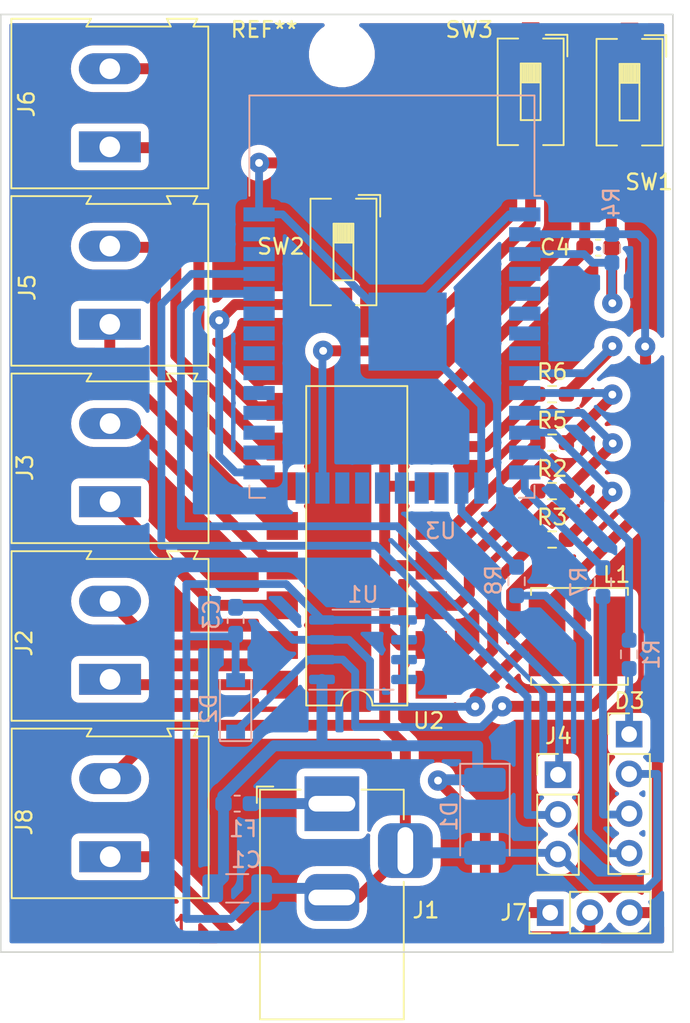
<source format=kicad_pcb>
(kicad_pcb (version 20171130) (host pcbnew 5.99.0+really5.1.10+dfsg1-1)

  (general
    (thickness 1.6)
    (drawings 5)
    (tracks 272)
    (zones 0)
    (modules 31)
    (nets 56)
  )

  (page A4)
  (title_block
    (title MqTrigger)
    (date 2022-04-16)
    (rev 1.1)
    (company chodak166)
  )

  (layers
    (0 F.Cu signal)
    (31 B.Cu signal hide)
    (32 B.Adhes user hide)
    (33 F.Adhes user hide)
    (34 B.Paste user hide)
    (35 F.Paste user)
    (36 B.SilkS user hide)
    (37 F.SilkS user)
    (38 B.Mask user hide)
    (39 F.Mask user)
    (40 Dwgs.User user hide)
    (41 Cmts.User user hide)
    (42 Eco1.User user hide)
    (43 Eco2.User user hide)
    (44 Edge.Cuts user)
    (45 Margin user hide)
    (46 B.CrtYd user hide)
    (47 F.CrtYd user)
    (48 B.Fab user hide)
    (49 F.Fab user)
  )

  (setup
    (last_trace_width 0.7)
    (user_trace_width 0.5)
    (user_trace_width 0.7)
    (trace_clearance 0.3)
    (zone_clearance 0.508)
    (zone_45_only no)
    (trace_min 0.5)
    (via_size 1.3)
    (via_drill 0.5)
    (via_min_size 0.5)
    (via_min_drill 0.3)
    (user_via 1.3 0.5)
    (uvia_size 0.3)
    (uvia_drill 0.1)
    (uvias_allowed no)
    (uvia_min_size 0.2)
    (uvia_min_drill 0.1)
    (edge_width 0.05)
    (segment_width 0.2)
    (pcb_text_width 0.3)
    (pcb_text_size 1.5 1.5)
    (mod_edge_width 0.12)
    (mod_text_size 1 1)
    (mod_text_width 0.15)
    (pad_size 1.7 1.7)
    (pad_drill 1)
    (pad_to_mask_clearance 0)
    (aux_axis_origin 0 0)
    (visible_elements FFFFFF7F)
    (pcbplotparams
      (layerselection 0x010f0_ffffffff)
      (usegerberextensions false)
      (usegerberattributes true)
      (usegerberadvancedattributes true)
      (creategerberjobfile true)
      (excludeedgelayer true)
      (linewidth 0.100000)
      (plotframeref false)
      (viasonmask false)
      (mode 1)
      (useauxorigin false)
      (hpglpennumber 1)
      (hpglpenspeed 20)
      (hpglpendiameter 15.000000)
      (psnegative false)
      (psa4output false)
      (plotreference true)
      (plotvalue true)
      (plotinvisibletext false)
      (padsonsilk false)
      (subtractmaskfromsilk false)
      (outputformat 1)
      (mirror false)
      (drillshape 0)
      (scaleselection 1)
      (outputdirectory "mqtrigger1.1-gerber-fbmask/"))
  )

  (net 0 "")
  (net 1 GND)
  (net 2 +3V3)
  (net 3 "Net-(D2-Pad1)")
  (net 4 "Net-(U3-Pad37)")
  (net 5 "Net-(U3-Pad36)")
  (net 6 "Net-(U3-Pad33)")
  (net 7 "Net-(U3-Pad32)")
  (net 8 "Net-(U3-Pad31)")
  (net 9 "Net-(U3-Pad30)")
  (net 10 "Net-(U3-Pad29)")
  (net 11 "Net-(U3-Pad22)")
  (net 12 "Net-(U3-Pad21)")
  (net 13 "Net-(U3-Pad20)")
  (net 14 "Net-(U3-Pad19)")
  (net 15 "Net-(U3-Pad18)")
  (net 16 "Net-(U3-Pad17)")
  (net 17 "Net-(U3-Pad8)")
  (net 18 "Net-(U3-Pad7)")
  (net 19 "Net-(U3-Pad6)")
  (net 20 "Net-(U3-Pad5)")
  (net 21 "Net-(U3-Pad4)")
  (net 22 ESP_EN)
  (net 23 ESP_BOOT)
  (net 24 ESP_SERVICE)
  (net 25 ESP_LEDB)
  (net 26 ESP_LEDG)
  (net 27 ESP_LEDR)
  (net 28 +12V)
  (net 29 ESP_TXD0)
  (net 30 ESP_RXD0)
  (net 31 ESP_TRIG2)
  (net 32 ESP_TRIG3)
  (net 33 ESP_TRIG4)
  (net 34 ESP_TRIG1)
  (net 35 "Net-(U3-Pad24)")
  (net 36 "Net-(U3-Pad26)")
  (net 37 "Net-(U3-Pad27)")
  (net 38 "Net-(U3-Pad28)")
  (net 39 "Net-(D3-Pad1)")
  (net 40 "Net-(D3-Pad3)")
  (net 41 "Net-(D3-Pad4)")
  (net 42 F12V)
  (net 43 /T1_CTL)
  (net 44 /T2_CTL)
  (net 45 /T3_CTL)
  (net 46 /T4_CTL)
  (net 47 /T1E)
  (net 48 /T1C)
  (net 49 /T2E)
  (net 50 /T2C)
  (net 51 /T3E)
  (net 52 /T3C)
  (net 53 /T4E)
  (net 54 /T4C)
  (net 55 /VCC_CUSTOM)

  (net_class Default "This is the default net class."
    (clearance 0.3)
    (trace_width 0.5)
    (via_dia 1.3)
    (via_drill 0.5)
    (uvia_dia 0.3)
    (uvia_drill 0.1)
    (diff_pair_width 0.5)
    (diff_pair_gap 0.25)
    (add_net +12V)
    (add_net +3V3)
    (add_net /T1C)
    (add_net /T1E)
    (add_net /T1_CTL)
    (add_net /T2C)
    (add_net /T2E)
    (add_net /T2_CTL)
    (add_net /T3C)
    (add_net /T3E)
    (add_net /T3_CTL)
    (add_net /T4C)
    (add_net /T4E)
    (add_net /T4_CTL)
    (add_net /VCC_CUSTOM)
    (add_net ESP_BOOT)
    (add_net ESP_EN)
    (add_net ESP_LEDB)
    (add_net ESP_LEDG)
    (add_net ESP_LEDR)
    (add_net ESP_RXD0)
    (add_net ESP_SERVICE)
    (add_net ESP_TRIG1)
    (add_net ESP_TRIG2)
    (add_net ESP_TRIG3)
    (add_net ESP_TRIG4)
    (add_net ESP_TXD0)
    (add_net F12V)
    (add_net GND)
    (add_net "Net-(D2-Pad1)")
    (add_net "Net-(D3-Pad1)")
    (add_net "Net-(D3-Pad3)")
    (add_net "Net-(D3-Pad4)")
    (add_net "Net-(U3-Pad17)")
    (add_net "Net-(U3-Pad18)")
    (add_net "Net-(U3-Pad19)")
    (add_net "Net-(U3-Pad20)")
    (add_net "Net-(U3-Pad21)")
    (add_net "Net-(U3-Pad22)")
    (add_net "Net-(U3-Pad24)")
    (add_net "Net-(U3-Pad26)")
    (add_net "Net-(U3-Pad27)")
    (add_net "Net-(U3-Pad28)")
    (add_net "Net-(U3-Pad29)")
    (add_net "Net-(U3-Pad30)")
    (add_net "Net-(U3-Pad31)")
    (add_net "Net-(U3-Pad32)")
    (add_net "Net-(U3-Pad33)")
    (add_net "Net-(U3-Pad36)")
    (add_net "Net-(U3-Pad37)")
    (add_net "Net-(U3-Pad4)")
    (add_net "Net-(U3-Pad5)")
    (add_net "Net-(U3-Pad6)")
    (add_net "Net-(U3-Pad7)")
    (add_net "Net-(U3-Pad8)")
  )

  (module Capacitor_SMD:C_0603_1608Metric_Pad1.08x0.95mm_HandSolder (layer F.Cu) (tedit 5F68FEEF) (tstamp 625B1EBF)
    (at 158.65 81.1 180)
    (descr "Capacitor SMD 0603 (1608 Metric), square (rectangular) end terminal, IPC_7351 nominal with elongated pad for handsoldering. (Body size source: IPC-SM-782 page 76, https://www.pcb-3d.com/wordpress/wp-content/uploads/ipc-sm-782a_amendment_1_and_2.pdf), generated with kicad-footprint-generator")
    (tags "capacitor handsolder")
    (path /6264F2B7)
    (attr smd)
    (fp_text reference C4 (at 2.75 0.025) (layer F.SilkS)
      (effects (font (size 1 1) (thickness 0.15)))
    )
    (fp_text value 0.1uF (at 0 1.43) (layer F.Fab)
      (effects (font (size 1 1) (thickness 0.15)))
    )
    (fp_line (start 1.65 0.73) (end -1.65 0.73) (layer F.CrtYd) (width 0.05))
    (fp_line (start 1.65 -0.73) (end 1.65 0.73) (layer F.CrtYd) (width 0.05))
    (fp_line (start -1.65 -0.73) (end 1.65 -0.73) (layer F.CrtYd) (width 0.05))
    (fp_line (start -1.65 0.73) (end -1.65 -0.73) (layer F.CrtYd) (width 0.05))
    (fp_line (start -0.146267 0.51) (end 0.146267 0.51) (layer F.SilkS) (width 0.12))
    (fp_line (start -0.146267 -0.51) (end 0.146267 -0.51) (layer F.SilkS) (width 0.12))
    (fp_line (start 0.8 0.4) (end -0.8 0.4) (layer F.Fab) (width 0.1))
    (fp_line (start 0.8 -0.4) (end 0.8 0.4) (layer F.Fab) (width 0.1))
    (fp_line (start -0.8 -0.4) (end 0.8 -0.4) (layer F.Fab) (width 0.1))
    (fp_line (start -0.8 0.4) (end -0.8 -0.4) (layer F.Fab) (width 0.1))
    (fp_text user %R (at 0 0) (layer F.Fab)
      (effects (font (size 0.4 0.4) (thickness 0.06)))
    )
    (pad 2 smd roundrect (at 0.8625 0 180) (size 1.075 0.95) (layers F.Cu F.Paste F.Mask) (roundrect_rratio 0.25)
      (net 1 GND))
    (pad 1 smd roundrect (at -0.8625 0 180) (size 1.075 0.95) (layers F.Cu F.Paste F.Mask) (roundrect_rratio 0.25)
      (net 22 ESP_EN))
    (model ${KISYS3DMOD}/Capacitor_SMD.3dshapes/C_0603_1608Metric.wrl
      (at (xyz 0 0 0))
      (scale (xyz 1 1 1))
      (rotate (xyz 0 0 0))
    )
  )

  (module MountingHole:MountingHole_3.2mm_M3 (layer F.Cu) (tedit 56D1B4CB) (tstamp 625B1050)
    (at 142.25 68.725)
    (descr "Mounting Hole 3.2mm, no annular, M3")
    (tags "mounting hole 3.2mm no annular m3")
    (attr virtual)
    (fp_text reference REF** (at -4.975 -1.575) (layer F.SilkS)
      (effects (font (size 1 1) (thickness 0.15)))
    )
    (fp_text value MountingHole_3.2mm_M3 (at 0 4.2) (layer F.Fab)
      (effects (font (size 1 1) (thickness 0.15)))
    )
    (fp_circle (center 0 0) (end 3.2 0) (layer Cmts.User) (width 0.15))
    (fp_circle (center 0 0) (end 3.45 0) (layer F.CrtYd) (width 0.05))
    (fp_text user %R (at 0.3 0) (layer F.Fab)
      (effects (font (size 1 1) (thickness 0.15)))
    )
    (pad 1 np_thru_hole circle (at 0 0) (size 3.2 3.2) (drill 3.2) (layers *.Cu *.Mask))
  )

  (module TerminalBlock:TerminalBlock_Altech_AK300-2_P5.00mm (layer F.Cu) (tedit 59FF0306) (tstamp 625D67B9)
    (at 127.425 120.075 90)
    (descr "Altech AK300 terminal block, pitch 5.0mm, 45 degree angled, see http://www.mouser.com/ds/2/16/PCBMETRC-24178.pdf")
    (tags "Altech AK300 terminal block pitch 5.0mm")
    (path /62B8DF20)
    (fp_text reference J8 (at 2.225 -5.5 90) (layer F.SilkS)
      (effects (font (size 1 1) (thickness 0.15)))
    )
    (fp_text value TRIG1_IO (at 2.78 7.75 90) (layer F.Fab)
      (effects (font (size 1 1) (thickness 0.15)))
    )
    (fp_line (start -2.65 -6.3) (end -2.65 6.3) (layer F.SilkS) (width 0.12))
    (fp_line (start -2.65 6.3) (end 7.7 6.3) (layer F.SilkS) (width 0.12))
    (fp_line (start 7.7 6.3) (end 7.7 5.35) (layer F.SilkS) (width 0.12))
    (fp_line (start 7.7 5.35) (end 8.2 5.6) (layer F.SilkS) (width 0.12))
    (fp_line (start 8.2 5.6) (end 8.2 3.7) (layer F.SilkS) (width 0.12))
    (fp_line (start 8.2 3.7) (end 8.2 3.65) (layer F.SilkS) (width 0.12))
    (fp_line (start 8.2 3.65) (end 7.7 3.9) (layer F.SilkS) (width 0.12))
    (fp_line (start 7.7 3.9) (end 7.7 -1.5) (layer F.SilkS) (width 0.12))
    (fp_line (start 7.7 -1.5) (end 8.2 -1.2) (layer F.SilkS) (width 0.12))
    (fp_line (start 8.2 -1.2) (end 8.2 -6.3) (layer F.SilkS) (width 0.12))
    (fp_line (start 8.2 -6.3) (end -2.65 -6.3) (layer F.SilkS) (width 0.12))
    (fp_line (start -1.26 2.54) (end 1.28 2.54) (layer F.Fab) (width 0.1))
    (fp_line (start 1.28 2.54) (end 1.28 -0.25) (layer F.Fab) (width 0.1))
    (fp_line (start -1.26 -0.25) (end 1.28 -0.25) (layer F.Fab) (width 0.1))
    (fp_line (start -1.26 2.54) (end -1.26 -0.25) (layer F.Fab) (width 0.1))
    (fp_line (start 3.74 2.54) (end 6.28 2.54) (layer F.Fab) (width 0.1))
    (fp_line (start 6.28 2.54) (end 6.28 -0.25) (layer F.Fab) (width 0.1))
    (fp_line (start 3.74 -0.25) (end 6.28 -0.25) (layer F.Fab) (width 0.1))
    (fp_line (start 3.74 2.54) (end 3.74 -0.25) (layer F.Fab) (width 0.1))
    (fp_line (start 7.61 -6.22) (end 7.61 -3.17) (layer F.Fab) (width 0.1))
    (fp_line (start 7.61 -6.22) (end -2.58 -6.22) (layer F.Fab) (width 0.1))
    (fp_line (start 7.61 -6.22) (end 8.11 -6.22) (layer F.Fab) (width 0.1))
    (fp_line (start 8.11 -6.22) (end 8.11 -1.4) (layer F.Fab) (width 0.1))
    (fp_line (start 8.11 -1.4) (end 7.61 -1.65) (layer F.Fab) (width 0.1))
    (fp_line (start 8.11 5.46) (end 7.61 5.21) (layer F.Fab) (width 0.1))
    (fp_line (start 7.61 5.21) (end 7.61 6.22) (layer F.Fab) (width 0.1))
    (fp_line (start 8.11 3.81) (end 7.61 4.06) (layer F.Fab) (width 0.1))
    (fp_line (start 7.61 4.06) (end 7.61 5.21) (layer F.Fab) (width 0.1))
    (fp_line (start 8.11 3.81) (end 8.11 5.46) (layer F.Fab) (width 0.1))
    (fp_line (start 2.98 6.22) (end 2.98 4.32) (layer F.Fab) (width 0.1))
    (fp_line (start 7.05 -0.25) (end 7.05 4.32) (layer F.Fab) (width 0.1))
    (fp_line (start 2.98 6.22) (end 7.05 6.22) (layer F.Fab) (width 0.1))
    (fp_line (start 7.05 6.22) (end 7.61 6.22) (layer F.Fab) (width 0.1))
    (fp_line (start 2.04 6.22) (end 2.04 4.32) (layer F.Fab) (width 0.1))
    (fp_line (start 2.04 6.22) (end 2.98 6.22) (layer F.Fab) (width 0.1))
    (fp_line (start -2.02 -0.25) (end -2.02 4.32) (layer F.Fab) (width 0.1))
    (fp_line (start -2.58 6.22) (end -2.02 6.22) (layer F.Fab) (width 0.1))
    (fp_line (start -2.02 6.22) (end 2.04 6.22) (layer F.Fab) (width 0.1))
    (fp_line (start 2.98 4.32) (end 7.05 4.32) (layer F.Fab) (width 0.1))
    (fp_line (start 2.98 4.32) (end 2.98 -0.25) (layer F.Fab) (width 0.1))
    (fp_line (start 7.05 4.32) (end 7.05 6.22) (layer F.Fab) (width 0.1))
    (fp_line (start 2.04 4.32) (end -2.02 4.32) (layer F.Fab) (width 0.1))
    (fp_line (start 2.04 4.32) (end 2.04 -0.25) (layer F.Fab) (width 0.1))
    (fp_line (start -2.02 4.32) (end -2.02 6.22) (layer F.Fab) (width 0.1))
    (fp_line (start 6.67 3.68) (end 6.67 0.51) (layer F.Fab) (width 0.1))
    (fp_line (start 6.67 3.68) (end 3.36 3.68) (layer F.Fab) (width 0.1))
    (fp_line (start 3.36 3.68) (end 3.36 0.51) (layer F.Fab) (width 0.1))
    (fp_line (start 1.66 3.68) (end 1.66 0.51) (layer F.Fab) (width 0.1))
    (fp_line (start 1.66 3.68) (end -1.64 3.68) (layer F.Fab) (width 0.1))
    (fp_line (start -1.64 3.68) (end -1.64 0.51) (layer F.Fab) (width 0.1))
    (fp_line (start -1.64 0.51) (end -1.26 0.51) (layer F.Fab) (width 0.1))
    (fp_line (start 1.66 0.51) (end 1.28 0.51) (layer F.Fab) (width 0.1))
    (fp_line (start 3.36 0.51) (end 3.74 0.51) (layer F.Fab) (width 0.1))
    (fp_line (start 6.67 0.51) (end 6.28 0.51) (layer F.Fab) (width 0.1))
    (fp_line (start -2.58 6.22) (end -2.58 -0.64) (layer F.Fab) (width 0.1))
    (fp_line (start -2.58 -0.64) (end -2.58 -3.17) (layer F.Fab) (width 0.1))
    (fp_line (start 7.61 -1.65) (end 7.61 -0.64) (layer F.Fab) (width 0.1))
    (fp_line (start 7.61 -0.64) (end 7.61 4.06) (layer F.Fab) (width 0.1))
    (fp_line (start -2.58 -3.17) (end 7.61 -3.17) (layer F.Fab) (width 0.1))
    (fp_line (start -2.58 -3.17) (end -2.58 -6.22) (layer F.Fab) (width 0.1))
    (fp_line (start 7.61 -3.17) (end 7.61 -1.65) (layer F.Fab) (width 0.1))
    (fp_line (start 2.98 -3.43) (end 2.98 -5.97) (layer F.Fab) (width 0.1))
    (fp_line (start 2.98 -5.97) (end 7.05 -5.97) (layer F.Fab) (width 0.1))
    (fp_line (start 7.05 -5.97) (end 7.05 -3.43) (layer F.Fab) (width 0.1))
    (fp_line (start 7.05 -3.43) (end 2.98 -3.43) (layer F.Fab) (width 0.1))
    (fp_line (start 2.04 -3.43) (end 2.04 -5.97) (layer F.Fab) (width 0.1))
    (fp_line (start 2.04 -3.43) (end -2.02 -3.43) (layer F.Fab) (width 0.1))
    (fp_line (start -2.02 -3.43) (end -2.02 -5.97) (layer F.Fab) (width 0.1))
    (fp_line (start 2.04 -5.97) (end -2.02 -5.97) (layer F.Fab) (width 0.1))
    (fp_line (start 3.39 -4.45) (end 6.44 -5.08) (layer F.Fab) (width 0.1))
    (fp_line (start 3.52 -4.32) (end 6.56 -4.95) (layer F.Fab) (width 0.1))
    (fp_line (start -1.62 -4.45) (end 1.44 -5.08) (layer F.Fab) (width 0.1))
    (fp_line (start -1.49 -4.32) (end 1.56 -4.95) (layer F.Fab) (width 0.1))
    (fp_line (start -2.02 -0.25) (end -1.64 -0.25) (layer F.Fab) (width 0.1))
    (fp_line (start 2.04 -0.25) (end 1.66 -0.25) (layer F.Fab) (width 0.1))
    (fp_line (start 1.66 -0.25) (end -1.64 -0.25) (layer F.Fab) (width 0.1))
    (fp_line (start -2.58 -0.64) (end -1.64 -0.64) (layer F.Fab) (width 0.1))
    (fp_line (start -1.64 -0.64) (end 1.66 -0.64) (layer F.Fab) (width 0.1))
    (fp_line (start 1.66 -0.64) (end 3.36 -0.64) (layer F.Fab) (width 0.1))
    (fp_line (start 7.61 -0.64) (end 6.67 -0.64) (layer F.Fab) (width 0.1))
    (fp_line (start 6.67 -0.64) (end 3.36 -0.64) (layer F.Fab) (width 0.1))
    (fp_line (start 7.05 -0.25) (end 6.67 -0.25) (layer F.Fab) (width 0.1))
    (fp_line (start 2.98 -0.25) (end 3.36 -0.25) (layer F.Fab) (width 0.1))
    (fp_line (start 3.36 -0.25) (end 6.67 -0.25) (layer F.Fab) (width 0.1))
    (fp_line (start -2.83 -6.47) (end 8.36 -6.47) (layer F.CrtYd) (width 0.05))
    (fp_line (start -2.83 -6.47) (end -2.83 6.47) (layer F.CrtYd) (width 0.05))
    (fp_line (start 8.36 6.47) (end 8.36 -6.47) (layer F.CrtYd) (width 0.05))
    (fp_line (start 8.36 6.47) (end -2.83 6.47) (layer F.CrtYd) (width 0.05))
    (fp_arc (start -1.13 -4.65) (end -1.42 -4.13) (angle 104.2) (layer F.Fab) (width 0.1))
    (fp_arc (start -0.01 -3.71) (end -1.62 -5) (angle 100) (layer F.Fab) (width 0.1))
    (fp_arc (start 0.06 -6.07) (end 1.53 -4.12) (angle 75.5) (layer F.Fab) (width 0.1))
    (fp_arc (start 1.03 -4.59) (end 1.53 -5.05) (angle 90.5) (layer F.Fab) (width 0.1))
    (fp_arc (start 3.87 -4.65) (end 3.58 -4.13) (angle 104.2) (layer F.Fab) (width 0.1))
    (fp_arc (start 4.99 -3.71) (end 3.39 -5) (angle 100) (layer F.Fab) (width 0.1))
    (fp_arc (start 5.07 -6.07) (end 6.53 -4.12) (angle 75.5) (layer F.Fab) (width 0.1))
    (fp_arc (start 6.03 -4.59) (end 6.54 -5.05) (angle 90.5) (layer F.Fab) (width 0.1))
    (fp_text user %R (at 2.5 -2 90) (layer F.Fab)
      (effects (font (size 1 1) (thickness 0.15)))
    )
    (pad 2 thru_hole oval (at 5 0 90) (size 1.98 3.96) (drill 1.32) (layers *.Cu *.Mask)
      (net 1 GND))
    (pad 1 thru_hole rect (at 0 0 90) (size 1.98 3.96) (drill 1.32) (layers *.Cu *.Mask)
      (net 55 /VCC_CUSTOM))
    (model ${KISYS3DMOD}/TerminalBlock_Phoenix.3dshapes/TerminalBlock_Phoenix_PT-1%2C5-2-5.0-H_1x02_P5.00mm_Horizontal.step
      (offset (xyz 5 -5.5 4))
      (scale (xyz 1 1 1))
      (rotate (xyz -90 0 180))
    )
  )

  (module Connector_PinHeader_2.54mm:PinHeader_1x03_P2.54mm_Vertical (layer F.Cu) (tedit 59FED5CC) (tstamp 625DEACB)
    (at 155.575 123.65 90)
    (descr "Through hole straight pin header, 1x03, 2.54mm pitch, single row")
    (tags "Through hole pin header THT 1x03 2.54mm single row")
    (path /62BB545F)
    (fp_text reference J7 (at 0 -2.33 180) (layer F.SilkS)
      (effects (font (size 1 1) (thickness 0.15)))
    )
    (fp_text value Conn_01x03 (at 0 7.41 90) (layer F.Fab)
      (effects (font (size 1 1) (thickness 0.15)))
    )
    (fp_line (start -0.635 -1.27) (end 1.27 -1.27) (layer F.Fab) (width 0.1))
    (fp_line (start 1.27 -1.27) (end 1.27 6.35) (layer F.Fab) (width 0.1))
    (fp_line (start 1.27 6.35) (end -1.27 6.35) (layer F.Fab) (width 0.1))
    (fp_line (start -1.27 6.35) (end -1.27 -0.635) (layer F.Fab) (width 0.1))
    (fp_line (start -1.27 -0.635) (end -0.635 -1.27) (layer F.Fab) (width 0.1))
    (fp_line (start -1.33 6.41) (end 1.33 6.41) (layer F.SilkS) (width 0.12))
    (fp_line (start -1.33 1.27) (end -1.33 6.41) (layer F.SilkS) (width 0.12))
    (fp_line (start 1.33 1.27) (end 1.33 6.41) (layer F.SilkS) (width 0.12))
    (fp_line (start -1.33 1.27) (end 1.33 1.27) (layer F.SilkS) (width 0.12))
    (fp_line (start -1.33 0) (end -1.33 -1.33) (layer F.SilkS) (width 0.12))
    (fp_line (start -1.33 -1.33) (end 0 -1.33) (layer F.SilkS) (width 0.12))
    (fp_line (start -1.8 -1.8) (end -1.8 6.85) (layer F.CrtYd) (width 0.05))
    (fp_line (start -1.8 6.85) (end 1.8 6.85) (layer F.CrtYd) (width 0.05))
    (fp_line (start 1.8 6.85) (end 1.8 -1.8) (layer F.CrtYd) (width 0.05))
    (fp_line (start 1.8 -1.8) (end -1.8 -1.8) (layer F.CrtYd) (width 0.05))
    (fp_text user %R (at 0 2.54) (layer F.Fab)
      (effects (font (size 1 1) (thickness 0.15)))
    )
    (pad 3 thru_hole oval (at 0 5.08 90) (size 1.7 1.7) (drill 1) (layers *.Cu *.Mask)
      (net 2 +3V3))
    (pad 2 thru_hole oval (at 0 2.54 90) (size 1.7 1.7) (drill 1) (layers *.Cu *.Mask)
      (net 55 /VCC_CUSTOM))
    (pad 1 thru_hole rect (at 0 0 90) (size 1.7 1.7) (drill 1) (layers *.Cu *.Mask)
      (net 42 F12V))
    (model ${KISYS3DMOD}/Connector_PinHeader_2.54mm.3dshapes/PinHeader_1x03_P2.54mm_Vertical.wrl
      (at (xyz 0 0 0))
      (scale (xyz 1 1 1))
      (rotate (xyz 0 0 0))
    )
  )

  (module Resistor_SMD:R_0603_1608Metric_Pad0.98x0.95mm_HandSolder (layer B.Cu) (tedit 5F68FEEE) (tstamp 625B5527)
    (at 153.425 102.45 90)
    (descr "Resistor SMD 0603 (1608 Metric), square (rectangular) end terminal, IPC_7351 nominal with elongated pad for handsoldering. (Body size source: IPC-SM-782 page 72, https://www.pcb-3d.com/wordpress/wp-content/uploads/ipc-sm-782a_amendment_1_and_2.pdf), generated with kicad-footprint-generator")
    (tags "resistor handsolder")
    (path /628EB367)
    (attr smd)
    (fp_text reference R8 (at 0.075 -1.475 90) (layer B.SilkS)
      (effects (font (size 1 1) (thickness 0.15)) (justify mirror))
    )
    (fp_text value 3.3k (at 0 -1.43 90) (layer B.Fab)
      (effects (font (size 1 1) (thickness 0.15)) (justify mirror))
    )
    (fp_line (start 1.65 -0.73) (end -1.65 -0.73) (layer B.CrtYd) (width 0.05))
    (fp_line (start 1.65 0.73) (end 1.65 -0.73) (layer B.CrtYd) (width 0.05))
    (fp_line (start -1.65 0.73) (end 1.65 0.73) (layer B.CrtYd) (width 0.05))
    (fp_line (start -1.65 -0.73) (end -1.65 0.73) (layer B.CrtYd) (width 0.05))
    (fp_line (start -0.254724 -0.5225) (end 0.254724 -0.5225) (layer B.SilkS) (width 0.12))
    (fp_line (start -0.254724 0.5225) (end 0.254724 0.5225) (layer B.SilkS) (width 0.12))
    (fp_line (start 0.8 -0.4125) (end -0.8 -0.4125) (layer B.Fab) (width 0.1))
    (fp_line (start 0.8 0.4125) (end 0.8 -0.4125) (layer B.Fab) (width 0.1))
    (fp_line (start -0.8 0.4125) (end 0.8 0.4125) (layer B.Fab) (width 0.1))
    (fp_line (start -0.8 -0.4125) (end -0.8 0.4125) (layer B.Fab) (width 0.1))
    (fp_text user %R (at 0 0 90) (layer B.Fab)
      (effects (font (size 0.4 0.4) (thickness 0.06)) (justify mirror))
    )
    (pad 2 smd roundrect (at 0.9125 0 90) (size 0.975 0.95) (layers B.Cu B.Paste B.Mask) (roundrect_rratio 0.25)
      (net 25 ESP_LEDB))
    (pad 1 smd roundrect (at -0.9125 0 90) (size 0.975 0.95) (layers B.Cu B.Paste B.Mask) (roundrect_rratio 0.25)
      (net 41 "Net-(D3-Pad4)"))
    (model ${KISYS3DMOD}/Resistor_SMD.3dshapes/R_0603_1608Metric.wrl
      (at (xyz 0 0 0))
      (scale (xyz 1 1 1))
      (rotate (xyz 0 0 0))
    )
  )

  (module Resistor_SMD:R_0603_1608Metric_Pad0.98x0.95mm_HandSolder (layer B.Cu) (tedit 5F68FEEE) (tstamp 625B5517)
    (at 160.625 107.125 90)
    (descr "Resistor SMD 0603 (1608 Metric), square (rectangular) end terminal, IPC_7351 nominal with elongated pad for handsoldering. (Body size source: IPC-SM-782 page 72, https://www.pcb-3d.com/wordpress/wp-content/uploads/ipc-sm-782a_amendment_1_and_2.pdf), generated with kicad-footprint-generator")
    (tags "resistor handsolder")
    (path /628B9440)
    (attr smd)
    (fp_text reference R1 (at 0 1.43 90) (layer B.SilkS)
      (effects (font (size 1 1) (thickness 0.15)) (justify mirror))
    )
    (fp_text value 3.3k (at 0 -1.43 90) (layer B.Fab)
      (effects (font (size 1 1) (thickness 0.15)) (justify mirror))
    )
    (fp_line (start -0.8 -0.4125) (end -0.8 0.4125) (layer B.Fab) (width 0.1))
    (fp_line (start -0.8 0.4125) (end 0.8 0.4125) (layer B.Fab) (width 0.1))
    (fp_line (start 0.8 0.4125) (end 0.8 -0.4125) (layer B.Fab) (width 0.1))
    (fp_line (start 0.8 -0.4125) (end -0.8 -0.4125) (layer B.Fab) (width 0.1))
    (fp_line (start -0.254724 0.5225) (end 0.254724 0.5225) (layer B.SilkS) (width 0.12))
    (fp_line (start -0.254724 -0.5225) (end 0.254724 -0.5225) (layer B.SilkS) (width 0.12))
    (fp_line (start -1.65 -0.73) (end -1.65 0.73) (layer B.CrtYd) (width 0.05))
    (fp_line (start -1.65 0.73) (end 1.65 0.73) (layer B.CrtYd) (width 0.05))
    (fp_line (start 1.65 0.73) (end 1.65 -0.73) (layer B.CrtYd) (width 0.05))
    (fp_line (start 1.65 -0.73) (end -1.65 -0.73) (layer B.CrtYd) (width 0.05))
    (fp_text user %R (at 0 0 90) (layer B.Fab)
      (effects (font (size 0.4 0.4) (thickness 0.06)) (justify mirror))
    )
    (pad 1 smd roundrect (at -0.9125 0 90) (size 0.975 0.95) (layers B.Cu B.Paste B.Mask) (roundrect_rratio 0.25)
      (net 39 "Net-(D3-Pad1)"))
    (pad 2 smd roundrect (at 0.9125 0 90) (size 0.975 0.95) (layers B.Cu B.Paste B.Mask) (roundrect_rratio 0.25)
      (net 27 ESP_LEDR))
    (model ${KISYS3DMOD}/Resistor_SMD.3dshapes/R_0603_1608Metric.wrl
      (at (xyz 0 0 0))
      (scale (xyz 1 1 1))
      (rotate (xyz 0 0 0))
    )
  )

  (module Resistor_SMD:R_0603_1608Metric_Pad0.98x0.95mm_HandSolder (layer B.Cu) (tedit 5F68FEEE) (tstamp 625B5507)
    (at 158.95 102.5 90)
    (descr "Resistor SMD 0603 (1608 Metric), square (rectangular) end terminal, IPC_7351 nominal with elongated pad for handsoldering. (Body size source: IPC-SM-782 page 72, https://www.pcb-3d.com/wordpress/wp-content/uploads/ipc-sm-782a_amendment_1_and_2.pdf), generated with kicad-footprint-generator")
    (tags "resistor handsolder")
    (path /628EAE57)
    (attr smd)
    (fp_text reference R7 (at 0.025 -1.55 90) (layer B.SilkS)
      (effects (font (size 1 1) (thickness 0.15)) (justify mirror))
    )
    (fp_text value 3.3k (at 0 -1.43 90) (layer B.Fab)
      (effects (font (size 1 1) (thickness 0.15)) (justify mirror))
    )
    (fp_line (start -0.8 -0.4125) (end -0.8 0.4125) (layer B.Fab) (width 0.1))
    (fp_line (start -0.8 0.4125) (end 0.8 0.4125) (layer B.Fab) (width 0.1))
    (fp_line (start 0.8 0.4125) (end 0.8 -0.4125) (layer B.Fab) (width 0.1))
    (fp_line (start 0.8 -0.4125) (end -0.8 -0.4125) (layer B.Fab) (width 0.1))
    (fp_line (start -0.254724 0.5225) (end 0.254724 0.5225) (layer B.SilkS) (width 0.12))
    (fp_line (start -0.254724 -0.5225) (end 0.254724 -0.5225) (layer B.SilkS) (width 0.12))
    (fp_line (start -1.65 -0.73) (end -1.65 0.73) (layer B.CrtYd) (width 0.05))
    (fp_line (start -1.65 0.73) (end 1.65 0.73) (layer B.CrtYd) (width 0.05))
    (fp_line (start 1.65 0.73) (end 1.65 -0.73) (layer B.CrtYd) (width 0.05))
    (fp_line (start 1.65 -0.73) (end -1.65 -0.73) (layer B.CrtYd) (width 0.05))
    (fp_text user %R (at 0 0 90) (layer B.Fab)
      (effects (font (size 0.4 0.4) (thickness 0.06)) (justify mirror))
    )
    (pad 1 smd roundrect (at -0.9125 0 90) (size 0.975 0.95) (layers B.Cu B.Paste B.Mask) (roundrect_rratio 0.25)
      (net 40 "Net-(D3-Pad3)"))
    (pad 2 smd roundrect (at 0.9125 0 90) (size 0.975 0.95) (layers B.Cu B.Paste B.Mask) (roundrect_rratio 0.25)
      (net 26 ESP_LEDG))
    (model ${KISYS3DMOD}/Resistor_SMD.3dshapes/R_0603_1608Metric.wrl
      (at (xyz 0 0 0))
      (scale (xyz 1 1 1))
      (rotate (xyz 0 0 0))
    )
  )

  (module Resistor_SMD:R_0603_1608Metric_Pad0.98x0.95mm_HandSolder (layer F.Cu) (tedit 5F68FEEE) (tstamp 625B22AF)
    (at 155.7 96.675)
    (descr "Resistor SMD 0603 (1608 Metric), square (rectangular) end terminal, IPC_7351 nominal with elongated pad for handsoldering. (Body size source: IPC-SM-782 page 72, https://www.pcb-3d.com/wordpress/wp-content/uploads/ipc-sm-782a_amendment_1_and_2.pdf), generated with kicad-footprint-generator")
    (tags "resistor handsolder")
    (path /62820564)
    (attr smd)
    (fp_text reference R2 (at 0 -1.43) (layer F.SilkS)
      (effects (font (size 1 1) (thickness 0.15)))
    )
    (fp_text value 100 (at 0 1.43) (layer F.Fab)
      (effects (font (size 1 1) (thickness 0.15)))
    )
    (fp_line (start 1.65 0.73) (end -1.65 0.73) (layer F.CrtYd) (width 0.05))
    (fp_line (start 1.65 -0.73) (end 1.65 0.73) (layer F.CrtYd) (width 0.05))
    (fp_line (start -1.65 -0.73) (end 1.65 -0.73) (layer F.CrtYd) (width 0.05))
    (fp_line (start -1.65 0.73) (end -1.65 -0.73) (layer F.CrtYd) (width 0.05))
    (fp_line (start -0.254724 0.5225) (end 0.254724 0.5225) (layer F.SilkS) (width 0.12))
    (fp_line (start -0.254724 -0.5225) (end 0.254724 -0.5225) (layer F.SilkS) (width 0.12))
    (fp_line (start 0.8 0.4125) (end -0.8 0.4125) (layer F.Fab) (width 0.1))
    (fp_line (start 0.8 -0.4125) (end 0.8 0.4125) (layer F.Fab) (width 0.1))
    (fp_line (start -0.8 -0.4125) (end 0.8 -0.4125) (layer F.Fab) (width 0.1))
    (fp_line (start -0.8 0.4125) (end -0.8 -0.4125) (layer F.Fab) (width 0.1))
    (fp_text user %R (at 0 0) (layer F.Fab)
      (effects (font (size 0.4 0.4) (thickness 0.06)))
    )
    (pad 2 smd roundrect (at 0.9125 0) (size 0.975 0.95) (layers F.Cu F.Paste F.Mask) (roundrect_rratio 0.25)
      (net 31 ESP_TRIG2))
    (pad 1 smd roundrect (at -0.9125 0) (size 0.975 0.95) (layers F.Cu F.Paste F.Mask) (roundrect_rratio 0.25)
      (net 44 /T2_CTL))
    (model ${KISYS3DMOD}/Resistor_SMD.3dshapes/R_0603_1608Metric.wrl
      (at (xyz 0 0 0))
      (scale (xyz 1 1 1))
      (rotate (xyz 0 0 0))
    )
  )

  (module Resistor_SMD:R_0603_1608Metric_Pad0.98x0.95mm_HandSolder (layer F.Cu) (tedit 5F68FEEE) (tstamp 625B22DF)
    (at 155.7 90.475)
    (descr "Resistor SMD 0603 (1608 Metric), square (rectangular) end terminal, IPC_7351 nominal with elongated pad for handsoldering. (Body size source: IPC-SM-782 page 72, https://www.pcb-3d.com/wordpress/wp-content/uploads/ipc-sm-782a_amendment_1_and_2.pdf), generated with kicad-footprint-generator")
    (tags "resistor handsolder")
    (path /62821633)
    (attr smd)
    (fp_text reference R6 (at 0 -1.43) (layer F.SilkS)
      (effects (font (size 1 1) (thickness 0.15)))
    )
    (fp_text value 100 (at 0 1.43) (layer F.Fab)
      (effects (font (size 1 1) (thickness 0.15)))
    )
    (fp_line (start 1.65 0.73) (end -1.65 0.73) (layer F.CrtYd) (width 0.05))
    (fp_line (start 1.65 -0.73) (end 1.65 0.73) (layer F.CrtYd) (width 0.05))
    (fp_line (start -1.65 -0.73) (end 1.65 -0.73) (layer F.CrtYd) (width 0.05))
    (fp_line (start -1.65 0.73) (end -1.65 -0.73) (layer F.CrtYd) (width 0.05))
    (fp_line (start -0.254724 0.5225) (end 0.254724 0.5225) (layer F.SilkS) (width 0.12))
    (fp_line (start -0.254724 -0.5225) (end 0.254724 -0.5225) (layer F.SilkS) (width 0.12))
    (fp_line (start 0.8 0.4125) (end -0.8 0.4125) (layer F.Fab) (width 0.1))
    (fp_line (start 0.8 -0.4125) (end 0.8 0.4125) (layer F.Fab) (width 0.1))
    (fp_line (start -0.8 -0.4125) (end 0.8 -0.4125) (layer F.Fab) (width 0.1))
    (fp_line (start -0.8 0.4125) (end -0.8 -0.4125) (layer F.Fab) (width 0.1))
    (fp_text user %R (at 0 0) (layer F.Fab)
      (effects (font (size 0.4 0.4) (thickness 0.06)))
    )
    (pad 2 smd roundrect (at 0.9125 0) (size 0.975 0.95) (layers F.Cu F.Paste F.Mask) (roundrect_rratio 0.25)
      (net 33 ESP_TRIG4))
    (pad 1 smd roundrect (at -0.9125 0) (size 0.975 0.95) (layers F.Cu F.Paste F.Mask) (roundrect_rratio 0.25)
      (net 46 /T4_CTL))
    (model ${KISYS3DMOD}/Resistor_SMD.3dshapes/R_0603_1608Metric.wrl
      (at (xyz 0 0 0))
      (scale (xyz 1 1 1))
      (rotate (xyz 0 0 0))
    )
  )

  (module Resistor_SMD:R_0603_1608Metric_Pad0.98x0.95mm_HandSolder (layer F.Cu) (tedit 5F68FEEE) (tstamp 625B20C9)
    (at 155.7 93.575)
    (descr "Resistor SMD 0603 (1608 Metric), square (rectangular) end terminal, IPC_7351 nominal with elongated pad for handsoldering. (Body size source: IPC-SM-782 page 72, https://www.pcb-3d.com/wordpress/wp-content/uploads/ipc-sm-782a_amendment_1_and_2.pdf), generated with kicad-footprint-generator")
    (tags "resistor handsolder")
    (path /62820D6D)
    (attr smd)
    (fp_text reference R5 (at 0 -1.43 180) (layer F.SilkS)
      (effects (font (size 1 1) (thickness 0.15)))
    )
    (fp_text value 100 (at 0 1.43 180) (layer F.Fab)
      (effects (font (size 1 1) (thickness 0.15)))
    )
    (fp_line (start 1.65 0.73) (end -1.65 0.73) (layer F.CrtYd) (width 0.05))
    (fp_line (start 1.65 -0.73) (end 1.65 0.73) (layer F.CrtYd) (width 0.05))
    (fp_line (start -1.65 -0.73) (end 1.65 -0.73) (layer F.CrtYd) (width 0.05))
    (fp_line (start -1.65 0.73) (end -1.65 -0.73) (layer F.CrtYd) (width 0.05))
    (fp_line (start -0.254724 0.5225) (end 0.254724 0.5225) (layer F.SilkS) (width 0.12))
    (fp_line (start -0.254724 -0.5225) (end 0.254724 -0.5225) (layer F.SilkS) (width 0.12))
    (fp_line (start 0.8 0.4125) (end -0.8 0.4125) (layer F.Fab) (width 0.1))
    (fp_line (start 0.8 -0.4125) (end 0.8 0.4125) (layer F.Fab) (width 0.1))
    (fp_line (start -0.8 -0.4125) (end 0.8 -0.4125) (layer F.Fab) (width 0.1))
    (fp_line (start -0.8 0.4125) (end -0.8 -0.4125) (layer F.Fab) (width 0.1))
    (fp_text user %R (at 0 0 180) (layer F.Fab)
      (effects (font (size 0.4 0.4) (thickness 0.06)))
    )
    (pad 2 smd roundrect (at 0.9125 0) (size 0.975 0.95) (layers F.Cu F.Paste F.Mask) (roundrect_rratio 0.25)
      (net 32 ESP_TRIG3))
    (pad 1 smd roundrect (at -0.9125 0) (size 0.975 0.95) (layers F.Cu F.Paste F.Mask) (roundrect_rratio 0.25)
      (net 45 /T3_CTL))
    (model ${KISYS3DMOD}/Resistor_SMD.3dshapes/R_0603_1608Metric.wrl
      (at (xyz 0 0 0))
      (scale (xyz 1 1 1))
      (rotate (xyz 0 0 0))
    )
  )

  (module Resistor_SMD:R_0603_1608Metric_Pad0.98x0.95mm_HandSolder (layer F.Cu) (tedit 5F68FEEE) (tstamp 625B1DD8)
    (at 155.7 99.775)
    (descr "Resistor SMD 0603 (1608 Metric), square (rectangular) end terminal, IPC_7351 nominal with elongated pad for handsoldering. (Body size source: IPC-SM-782 page 72, https://www.pcb-3d.com/wordpress/wp-content/uploads/ipc-sm-782a_amendment_1_and_2.pdf), generated with kicad-footprint-generator")
    (tags "resistor handsolder")
    (path /62566586)
    (attr smd)
    (fp_text reference R3 (at 0 -1.43) (layer F.SilkS)
      (effects (font (size 1 1) (thickness 0.15)))
    )
    (fp_text value 100 (at 0 1.43) (layer F.Fab)
      (effects (font (size 1 1) (thickness 0.15)))
    )
    (fp_line (start 1.65 0.73) (end -1.65 0.73) (layer F.CrtYd) (width 0.05))
    (fp_line (start 1.65 -0.73) (end 1.65 0.73) (layer F.CrtYd) (width 0.05))
    (fp_line (start -1.65 -0.73) (end 1.65 -0.73) (layer F.CrtYd) (width 0.05))
    (fp_line (start -1.65 0.73) (end -1.65 -0.73) (layer F.CrtYd) (width 0.05))
    (fp_line (start -0.254724 0.5225) (end 0.254724 0.5225) (layer F.SilkS) (width 0.12))
    (fp_line (start -0.254724 -0.5225) (end 0.254724 -0.5225) (layer F.SilkS) (width 0.12))
    (fp_line (start 0.8 0.4125) (end -0.8 0.4125) (layer F.Fab) (width 0.1))
    (fp_line (start 0.8 -0.4125) (end 0.8 0.4125) (layer F.Fab) (width 0.1))
    (fp_line (start -0.8 -0.4125) (end 0.8 -0.4125) (layer F.Fab) (width 0.1))
    (fp_line (start -0.8 0.4125) (end -0.8 -0.4125) (layer F.Fab) (width 0.1))
    (fp_text user %R (at 0 0) (layer F.Fab)
      (effects (font (size 0.4 0.4) (thickness 0.06)))
    )
    (pad 2 smd roundrect (at 0.9125 0) (size 0.975 0.95) (layers F.Cu F.Paste F.Mask) (roundrect_rratio 0.25)
      (net 34 ESP_TRIG1))
    (pad 1 smd roundrect (at -0.9125 0) (size 0.975 0.95) (layers F.Cu F.Paste F.Mask) (roundrect_rratio 0.25)
      (net 43 /T1_CTL))
    (model ${KISYS3DMOD}/Resistor_SMD.3dshapes/R_0603_1608Metric.wrl
      (at (xyz 0 0 0))
      (scale (xyz 1 1 1))
      (rotate (xyz 0 0 0))
    )
  )

  (module RF_Module:ESP32-WROOM-32 (layer B.Cu) (tedit 5B5B4654) (tstamp 625B24C6)
    (at 145.45 87.225 180)
    (descr "Single 2.4 GHz Wi-Fi and Bluetooth combo chip https://www.espressif.com/sites/default/files/documentation/esp32-wroom-32_datasheet_en.pdf")
    (tags "Single 2.4 GHz Wi-Fi and Bluetooth combo  chip")
    (path /6254C792)
    (attr smd)
    (fp_text reference U3 (at -3.125 -12) (layer B.SilkS)
      (effects (font (size 1 1) (thickness 0.15)) (justify mirror))
    )
    (fp_text value ESP32-WROOM-32 (at 0 -11.5) (layer B.Fab)
      (effects (font (size 1 1) (thickness 0.15)) (justify mirror))
    )
    (fp_line (start -9.12 9.445) (end -9.5 9.445) (layer B.SilkS) (width 0.12))
    (fp_line (start -9.12 15.865) (end -9.12 9.445) (layer B.SilkS) (width 0.12))
    (fp_line (start 9.12 15.865) (end 9.12 9.445) (layer B.SilkS) (width 0.12))
    (fp_line (start -9.12 15.865) (end 9.12 15.865) (layer B.SilkS) (width 0.12))
    (fp_line (start 9.12 -9.88) (end 8.12 -9.88) (layer B.SilkS) (width 0.12))
    (fp_line (start 9.12 -9.1) (end 9.12 -9.88) (layer B.SilkS) (width 0.12))
    (fp_line (start -9.12 -9.88) (end -8.12 -9.88) (layer B.SilkS) (width 0.12))
    (fp_line (start -9.12 -9.1) (end -9.12 -9.88) (layer B.SilkS) (width 0.12))
    (fp_line (start 8.4 20.6) (end 8.2 20.4) (layer Cmts.User) (width 0.1))
    (fp_line (start 8.4 16) (end 8.4 20.6) (layer Cmts.User) (width 0.1))
    (fp_line (start 8.4 20.6) (end 8.6 20.4) (layer Cmts.User) (width 0.1))
    (fp_line (start 8.4 16) (end 8.6 16.2) (layer Cmts.User) (width 0.1))
    (fp_line (start 8.4 16) (end 8.2 16.2) (layer Cmts.User) (width 0.1))
    (fp_line (start -9.2 13.875) (end -9.4 14.075) (layer Cmts.User) (width 0.1))
    (fp_line (start -13.8 13.875) (end -9.2 13.875) (layer Cmts.User) (width 0.1))
    (fp_line (start -9.2 13.875) (end -9.4 13.675) (layer Cmts.User) (width 0.1))
    (fp_line (start -13.8 13.875) (end -13.6 13.675) (layer Cmts.User) (width 0.1))
    (fp_line (start -13.8 13.875) (end -13.6 14.075) (layer Cmts.User) (width 0.1))
    (fp_line (start 9.2 13.875) (end 9.4 13.675) (layer Cmts.User) (width 0.1))
    (fp_line (start 9.2 13.875) (end 9.4 14.075) (layer Cmts.User) (width 0.1))
    (fp_line (start 13.8 13.875) (end 13.6 13.675) (layer Cmts.User) (width 0.1))
    (fp_line (start 13.8 13.875) (end 13.6 14.075) (layer Cmts.User) (width 0.1))
    (fp_line (start 9.2 13.875) (end 13.8 13.875) (layer Cmts.User) (width 0.1))
    (fp_line (start 14 11.585) (end 12 9.97) (layer Dwgs.User) (width 0.1))
    (fp_line (start 14 13.2) (end 10 9.97) (layer Dwgs.User) (width 0.1))
    (fp_line (start 14 14.815) (end 8 9.97) (layer Dwgs.User) (width 0.1))
    (fp_line (start 14 16.43) (end 6 9.97) (layer Dwgs.User) (width 0.1))
    (fp_line (start 14 18.045) (end 4 9.97) (layer Dwgs.User) (width 0.1))
    (fp_line (start 14 19.66) (end 2 9.97) (layer Dwgs.User) (width 0.1))
    (fp_line (start 13.475 20.75) (end 0 9.97) (layer Dwgs.User) (width 0.1))
    (fp_line (start 11.475 20.75) (end -2 9.97) (layer Dwgs.User) (width 0.1))
    (fp_line (start 9.475 20.75) (end -4 9.97) (layer Dwgs.User) (width 0.1))
    (fp_line (start 7.475 20.75) (end -6 9.97) (layer Dwgs.User) (width 0.1))
    (fp_line (start -8 9.97) (end 5.475 20.75) (layer Dwgs.User) (width 0.1))
    (fp_line (start 3.475 20.75) (end -10 9.97) (layer Dwgs.User) (width 0.1))
    (fp_line (start 1.475 20.75) (end -12 9.97) (layer Dwgs.User) (width 0.1))
    (fp_line (start -0.525 20.75) (end -14 9.97) (layer Dwgs.User) (width 0.1))
    (fp_line (start -2.525 20.75) (end -14 11.585) (layer Dwgs.User) (width 0.1))
    (fp_line (start -4.525 20.75) (end -14 13.2) (layer Dwgs.User) (width 0.1))
    (fp_line (start -6.525 20.75) (end -14 14.815) (layer Dwgs.User) (width 0.1))
    (fp_line (start -8.525 20.75) (end -14 16.43) (layer Dwgs.User) (width 0.1))
    (fp_line (start -10.525 20.75) (end -14 18.045) (layer Dwgs.User) (width 0.1))
    (fp_line (start -12.525 20.75) (end -14 19.66) (layer Dwgs.User) (width 0.1))
    (fp_line (start 9.75 9.72) (end 14.25 9.72) (layer B.CrtYd) (width 0.05))
    (fp_line (start -14.25 9.72) (end -9.75 9.72) (layer B.CrtYd) (width 0.05))
    (fp_line (start 14.25 21) (end 14.25 9.72) (layer B.CrtYd) (width 0.05))
    (fp_line (start -14.25 21) (end -14.25 9.72) (layer B.CrtYd) (width 0.05))
    (fp_line (start 14 20.75) (end -14 20.75) (layer Dwgs.User) (width 0.1))
    (fp_line (start 14 9.97) (end 14 20.75) (layer Dwgs.User) (width 0.1))
    (fp_line (start 14 9.97) (end -14 9.97) (layer Dwgs.User) (width 0.1))
    (fp_line (start -9 9.02) (end -8.5 9.52) (layer B.Fab) (width 0.1))
    (fp_line (start -8.5 9.52) (end -9 10.02) (layer B.Fab) (width 0.1))
    (fp_line (start -9 9.02) (end -9 -9.76) (layer B.Fab) (width 0.1))
    (fp_line (start -14.25 21) (end 14.25 21) (layer B.CrtYd) (width 0.05))
    (fp_line (start 9.75 9.72) (end 9.75 -10.5) (layer B.CrtYd) (width 0.05))
    (fp_line (start -9.75 -10.5) (end 9.75 -10.5) (layer B.CrtYd) (width 0.05))
    (fp_line (start -9.75 -10.5) (end -9.75 9.72) (layer B.CrtYd) (width 0.05))
    (fp_line (start -9 15.745) (end 9 15.745) (layer B.Fab) (width 0.1))
    (fp_line (start -9 15.745) (end -9 10.02) (layer B.Fab) (width 0.1))
    (fp_line (start -9 -9.76) (end 9 -9.76) (layer B.Fab) (width 0.1))
    (fp_line (start 9 -9.76) (end 9 15.745) (layer B.Fab) (width 0.1))
    (fp_line (start -14 9.97) (end -14 20.75) (layer Dwgs.User) (width 0.1))
    (fp_text user %R (at 0 0) (layer B.Fab)
      (effects (font (size 1 1) (thickness 0.15)) (justify mirror))
    )
    (fp_text user "KEEP-OUT ZONE" (at 0 19) (layer Cmts.User)
      (effects (font (size 1 1) (thickness 0.15)))
    )
    (fp_text user Antenna (at 0 13) (layer Cmts.User)
      (effects (font (size 1 1) (thickness 0.15)))
    )
    (fp_text user "5 mm" (at 11.8 14.375) (layer Cmts.User)
      (effects (font (size 0.5 0.5) (thickness 0.1)))
    )
    (fp_text user "5 mm" (at -11.2 14.375) (layer Cmts.User)
      (effects (font (size 0.5 0.5) (thickness 0.1)))
    )
    (fp_text user "5 mm" (at 7.8 19.075 270) (layer Cmts.User)
      (effects (font (size 0.5 0.5) (thickness 0.1)))
    )
    (pad 39 smd rect (at -1 0.755 180) (size 5 5) (layers B.Cu B.Paste B.Mask)
      (net 1 GND))
    (pad 1 smd rect (at -8.5 8.255 180) (size 2 0.9) (layers B.Cu B.Paste B.Mask)
      (net 1 GND))
    (pad 2 smd rect (at -8.5 6.985 180) (size 2 0.9) (layers B.Cu B.Paste B.Mask)
      (net 2 +3V3))
    (pad 3 smd rect (at -8.5 5.715 180) (size 2 0.9) (layers B.Cu B.Paste B.Mask)
      (net 22 ESP_EN))
    (pad 4 smd rect (at -8.5 4.445 180) (size 2 0.9) (layers B.Cu B.Paste B.Mask)
      (net 21 "Net-(U3-Pad4)"))
    (pad 5 smd rect (at -8.5 3.175 180) (size 2 0.9) (layers B.Cu B.Paste B.Mask)
      (net 20 "Net-(U3-Pad5)"))
    (pad 6 smd rect (at -8.5 1.905 180) (size 2 0.9) (layers B.Cu B.Paste B.Mask)
      (net 19 "Net-(U3-Pad6)"))
    (pad 7 smd rect (at -8.5 0.635 180) (size 2 0.9) (layers B.Cu B.Paste B.Mask)
      (net 18 "Net-(U3-Pad7)"))
    (pad 8 smd rect (at -8.5 -0.635 180) (size 2 0.9) (layers B.Cu B.Paste B.Mask)
      (net 17 "Net-(U3-Pad8)"))
    (pad 9 smd rect (at -8.5 -1.905 180) (size 2 0.9) (layers B.Cu B.Paste B.Mask)
      (net 33 ESP_TRIG4))
    (pad 10 smd rect (at -8.5 -3.175 180) (size 2 0.9) (layers B.Cu B.Paste B.Mask)
      (net 32 ESP_TRIG3))
    (pad 11 smd rect (at -8.5 -4.445 180) (size 2 0.9) (layers B.Cu B.Paste B.Mask)
      (net 31 ESP_TRIG2))
    (pad 12 smd rect (at -8.5 -5.715 180) (size 2 0.9) (layers B.Cu B.Paste B.Mask)
      (net 34 ESP_TRIG1))
    (pad 13 smd rect (at -8.5 -6.985 180) (size 2 0.9) (layers B.Cu B.Paste B.Mask)
      (net 27 ESP_LEDR))
    (pad 14 smd rect (at -8.5 -8.255 180) (size 2 0.9) (layers B.Cu B.Paste B.Mask)
      (net 26 ESP_LEDG))
    (pad 15 smd rect (at -5.715 -9.255 90) (size 2 0.9) (layers B.Cu B.Paste B.Mask)
      (net 1 GND))
    (pad 16 smd rect (at -4.445 -9.255 90) (size 2 0.9) (layers B.Cu B.Paste B.Mask)
      (net 25 ESP_LEDB))
    (pad 17 smd rect (at -3.175 -9.255 90) (size 2 0.9) (layers B.Cu B.Paste B.Mask)
      (net 16 "Net-(U3-Pad17)"))
    (pad 18 smd rect (at -1.905 -9.255 90) (size 2 0.9) (layers B.Cu B.Paste B.Mask)
      (net 15 "Net-(U3-Pad18)"))
    (pad 19 smd rect (at -0.635 -9.255 90) (size 2 0.9) (layers B.Cu B.Paste B.Mask)
      (net 14 "Net-(U3-Pad19)"))
    (pad 20 smd rect (at 0.635 -9.255 90) (size 2 0.9) (layers B.Cu B.Paste B.Mask)
      (net 13 "Net-(U3-Pad20)"))
    (pad 21 smd rect (at 1.905 -9.255 90) (size 2 0.9) (layers B.Cu B.Paste B.Mask)
      (net 12 "Net-(U3-Pad21)"))
    (pad 22 smd rect (at 3.175 -9.255 90) (size 2 0.9) (layers B.Cu B.Paste B.Mask)
      (net 11 "Net-(U3-Pad22)"))
    (pad 23 smd rect (at 4.445 -9.255 90) (size 2 0.9) (layers B.Cu B.Paste B.Mask)
      (net 24 ESP_SERVICE))
    (pad 24 smd rect (at 5.715 -9.255 90) (size 2 0.9) (layers B.Cu B.Paste B.Mask)
      (net 35 "Net-(U3-Pad24)"))
    (pad 25 smd rect (at 8.5 -8.255 180) (size 2 0.9) (layers B.Cu B.Paste B.Mask)
      (net 23 ESP_BOOT))
    (pad 26 smd rect (at 8.5 -6.985 180) (size 2 0.9) (layers B.Cu B.Paste B.Mask)
      (net 36 "Net-(U3-Pad26)"))
    (pad 27 smd rect (at 8.5 -5.715 180) (size 2 0.9) (layers B.Cu B.Paste B.Mask)
      (net 37 "Net-(U3-Pad27)"))
    (pad 28 smd rect (at 8.5 -4.445 180) (size 2 0.9) (layers B.Cu B.Paste B.Mask)
      (net 38 "Net-(U3-Pad28)"))
    (pad 29 smd rect (at 8.5 -3.175 180) (size 2 0.9) (layers B.Cu B.Paste B.Mask)
      (net 10 "Net-(U3-Pad29)"))
    (pad 30 smd rect (at 8.5 -1.905 180) (size 2 0.9) (layers B.Cu B.Paste B.Mask)
      (net 9 "Net-(U3-Pad30)"))
    (pad 31 smd rect (at 8.5 -0.635 180) (size 2 0.9) (layers B.Cu B.Paste B.Mask)
      (net 8 "Net-(U3-Pad31)"))
    (pad 32 smd rect (at 8.5 0.635 180) (size 2 0.9) (layers B.Cu B.Paste B.Mask)
      (net 7 "Net-(U3-Pad32)"))
    (pad 33 smd rect (at 8.5 1.905 180) (size 2 0.9) (layers B.Cu B.Paste B.Mask)
      (net 6 "Net-(U3-Pad33)"))
    (pad 34 smd rect (at 8.5 3.175 180) (size 2 0.9) (layers B.Cu B.Paste B.Mask)
      (net 30 ESP_RXD0))
    (pad 35 smd rect (at 8.5 4.445 180) (size 2 0.9) (layers B.Cu B.Paste B.Mask)
      (net 29 ESP_TXD0))
    (pad 36 smd rect (at 8.5 5.715 180) (size 2 0.9) (layers B.Cu B.Paste B.Mask)
      (net 5 "Net-(U3-Pad36)"))
    (pad 37 smd rect (at 8.5 6.985 180) (size 2 0.9) (layers B.Cu B.Paste B.Mask)
      (net 4 "Net-(U3-Pad37)"))
    (pad 38 smd rect (at 8.5 8.255 180) (size 2 0.9) (layers B.Cu B.Paste B.Mask)
      (net 1 GND))
    (model ${KISYS3DMOD}/RF_Module.3dshapes/ESP32-WROOM-32.wrl
      (at (xyz 0 0 0))
      (scale (xyz 1 1 1))
      (rotate (xyz 0 0 0))
    )
  )

  (module Diode_SMD:D_SOD-123 (layer B.Cu) (tedit 58645DC7) (tstamp 625B21DF)
    (at 135.45 110.425 90)
    (descr SOD-123)
    (tags SOD-123)
    (path /6254D8E2)
    (attr smd)
    (fp_text reference D2 (at -0.175 -1.725 270) (layer B.SilkS)
      (effects (font (size 1 1) (thickness 0.15)) (justify mirror))
    )
    (fp_text value STPS0530Z (at 0 -2.1 270) (layer B.Fab)
      (effects (font (size 1 1) (thickness 0.15)) (justify mirror))
    )
    (fp_line (start -2.25 1) (end 1.65 1) (layer B.SilkS) (width 0.12))
    (fp_line (start -2.25 -1) (end 1.65 -1) (layer B.SilkS) (width 0.12))
    (fp_line (start -2.35 1.15) (end -2.35 -1.15) (layer B.CrtYd) (width 0.05))
    (fp_line (start 2.35 -1.15) (end -2.35 -1.15) (layer B.CrtYd) (width 0.05))
    (fp_line (start 2.35 1.15) (end 2.35 -1.15) (layer B.CrtYd) (width 0.05))
    (fp_line (start -2.35 1.15) (end 2.35 1.15) (layer B.CrtYd) (width 0.05))
    (fp_line (start -1.4 0.9) (end 1.4 0.9) (layer B.Fab) (width 0.1))
    (fp_line (start 1.4 0.9) (end 1.4 -0.9) (layer B.Fab) (width 0.1))
    (fp_line (start 1.4 -0.9) (end -1.4 -0.9) (layer B.Fab) (width 0.1))
    (fp_line (start -1.4 -0.9) (end -1.4 0.9) (layer B.Fab) (width 0.1))
    (fp_line (start -0.75 0) (end -0.35 0) (layer B.Fab) (width 0.1))
    (fp_line (start -0.35 0) (end -0.35 0.55) (layer B.Fab) (width 0.1))
    (fp_line (start -0.35 0) (end -0.35 -0.55) (layer B.Fab) (width 0.1))
    (fp_line (start -0.35 0) (end 0.25 0.4) (layer B.Fab) (width 0.1))
    (fp_line (start 0.25 0.4) (end 0.25 -0.4) (layer B.Fab) (width 0.1))
    (fp_line (start 0.25 -0.4) (end -0.35 0) (layer B.Fab) (width 0.1))
    (fp_line (start 0.25 0) (end 0.75 0) (layer B.Fab) (width 0.1))
    (fp_line (start -2.25 1) (end -2.25 -1) (layer B.SilkS) (width 0.12))
    (fp_text user %R (at 0 2 270) (layer B.Fab)
      (effects (font (size 1 1) (thickness 0.15)) (justify mirror))
    )
    (pad 1 smd rect (at -1.65 0 90) (size 0.9 1.2) (layers B.Cu B.Paste B.Mask)
      (net 3 "Net-(D2-Pad1)"))
    (pad 2 smd rect (at 1.65 0 90) (size 0.9 1.2) (layers B.Cu B.Paste B.Mask)
      (net 1 GND))
    (model ${KISYS3DMOD}/Diode_SMD.3dshapes/D_SOD-123.wrl
      (at (xyz 0 0 0))
      (scale (xyz 1 1 1))
      (rotate (xyz 0 0 0))
    )
  )

  (module Package_SO:SOP-8_3.9x4.9mm_P1.27mm (layer B.Cu) (tedit 5D9F72B1) (tstamp 625B1D60)
    (at 143.6 106.825)
    (descr "SOP, 8 Pin (http://www.macronix.com/Lists/Datasheet/Attachments/7534/MX25R3235F,%20Wide%20Range,%2032Mb,%20v1.6.pdf#page=79), generated with kicad-footprint-generator ipc_gullwing_generator.py")
    (tags "SOP SO")
    (path /62543E69)
    (attr smd)
    (fp_text reference U1 (at 0 -3.525) (layer B.SilkS)
      (effects (font (size 1 1) (thickness 0.15)) (justify mirror))
    )
    (fp_text value AP1509-33SG-13 (at 0 -3.4) (layer B.Fab)
      (effects (font (size 1 1) (thickness 0.15)) (justify mirror))
    )
    (fp_line (start 3.7 2.7) (end -3.7 2.7) (layer B.CrtYd) (width 0.05))
    (fp_line (start 3.7 -2.7) (end 3.7 2.7) (layer B.CrtYd) (width 0.05))
    (fp_line (start -3.7 -2.7) (end 3.7 -2.7) (layer B.CrtYd) (width 0.05))
    (fp_line (start -3.7 2.7) (end -3.7 -2.7) (layer B.CrtYd) (width 0.05))
    (fp_line (start -1.95 1.475) (end -0.975 2.45) (layer B.Fab) (width 0.1))
    (fp_line (start -1.95 -2.45) (end -1.95 1.475) (layer B.Fab) (width 0.1))
    (fp_line (start 1.95 -2.45) (end -1.95 -2.45) (layer B.Fab) (width 0.1))
    (fp_line (start 1.95 2.45) (end 1.95 -2.45) (layer B.Fab) (width 0.1))
    (fp_line (start -0.975 2.45) (end 1.95 2.45) (layer B.Fab) (width 0.1))
    (fp_line (start 0 2.56) (end -3.45 2.56) (layer B.SilkS) (width 0.12))
    (fp_line (start 0 2.56) (end 1.95 2.56) (layer B.SilkS) (width 0.12))
    (fp_line (start 0 -2.56) (end -1.95 -2.56) (layer B.SilkS) (width 0.12))
    (fp_line (start 0 -2.56) (end 1.95 -2.56) (layer B.SilkS) (width 0.12))
    (fp_text user %R (at 0 0) (layer B.Fab)
      (effects (font (size 0.98 0.98) (thickness 0.15)) (justify mirror))
    )
    (pad 1 smd roundrect (at -2.625 1.905) (size 1.65 0.6) (layers B.Cu B.Paste B.Mask) (roundrect_rratio 0.25)
      (net 42 F12V))
    (pad 2 smd roundrect (at -2.625 0.635) (size 1.65 0.6) (layers B.Cu B.Paste B.Mask) (roundrect_rratio 0.25)
      (net 3 "Net-(D2-Pad1)"))
    (pad 3 smd roundrect (at -2.625 -0.635) (size 1.65 0.6) (layers B.Cu B.Paste B.Mask) (roundrect_rratio 0.25)
      (net 2 +3V3))
    (pad 4 smd roundrect (at -2.625 -1.905) (size 1.65 0.6) (layers B.Cu B.Paste B.Mask) (roundrect_rratio 0.25)
      (net 1 GND))
    (pad 5 smd roundrect (at 2.625 -1.905) (size 1.65 0.6) (layers B.Cu B.Paste B.Mask) (roundrect_rratio 0.25)
      (net 1 GND))
    (pad 6 smd roundrect (at 2.625 -0.635) (size 1.65 0.6) (layers B.Cu B.Paste B.Mask) (roundrect_rratio 0.25)
      (net 1 GND))
    (pad 7 smd roundrect (at 2.625 0.635) (size 1.65 0.6) (layers B.Cu B.Paste B.Mask) (roundrect_rratio 0.25)
      (net 1 GND))
    (pad 8 smd roundrect (at 2.625 1.905) (size 1.65 0.6) (layers B.Cu B.Paste B.Mask) (roundrect_rratio 0.25)
      (net 1 GND))
    (model ${KISYS3DMOD}/Package_SO.3dshapes/HSOP-8-1EP_3.9x4.9mm_P1.27mm_EP2.41x3.1mm.step
      (at (xyz 0 0 0))
      (scale (xyz 1 1 1))
      (rotate (xyz 0 0 0))
    )
  )

  (module Capacitor_SMD:C_0603_1608Metric_Pad1.08x0.95mm_HandSolder (layer B.Cu) (tedit 5F68FEEF) (tstamp 625B1DA8)
    (at 135.45 104.975 270)
    (descr "Capacitor SMD 0603 (1608 Metric), square (rectangular) end terminal, IPC_7351 nominal with elongated pad for handsoldering. (Body size source: IPC-SM-782 page 76, https://www.pcb-3d.com/wordpress/wp-content/uploads/ipc-sm-782a_amendment_1_and_2.pdf), generated with kicad-footprint-generator")
    (tags "capacitor handsolder")
    (path /6255137B)
    (attr smd)
    (fp_text reference C3 (at -0.4 1.55 90) (layer B.SilkS)
      (effects (font (size 1 1) (thickness 0.15)) (justify mirror))
    )
    (fp_text value 10uF (at 0 -1.43 90) (layer B.Fab)
      (effects (font (size 1 1) (thickness 0.15)) (justify mirror))
    )
    (fp_line (start 1.65 -0.73) (end -1.65 -0.73) (layer B.CrtYd) (width 0.05))
    (fp_line (start 1.65 0.73) (end 1.65 -0.73) (layer B.CrtYd) (width 0.05))
    (fp_line (start -1.65 0.73) (end 1.65 0.73) (layer B.CrtYd) (width 0.05))
    (fp_line (start -1.65 -0.73) (end -1.65 0.73) (layer B.CrtYd) (width 0.05))
    (fp_line (start -0.146267 -0.51) (end 0.146267 -0.51) (layer B.SilkS) (width 0.12))
    (fp_line (start -0.146267 0.51) (end 0.146267 0.51) (layer B.SilkS) (width 0.12))
    (fp_line (start 0.8 -0.4) (end -0.8 -0.4) (layer B.Fab) (width 0.1))
    (fp_line (start 0.8 0.4) (end 0.8 -0.4) (layer B.Fab) (width 0.1))
    (fp_line (start -0.8 0.4) (end 0.8 0.4) (layer B.Fab) (width 0.1))
    (fp_line (start -0.8 -0.4) (end -0.8 0.4) (layer B.Fab) (width 0.1))
    (fp_text user %R (at 0 0 90) (layer B.Fab)
      (effects (font (size 0.4 0.4) (thickness 0.06)) (justify mirror))
    )
    (pad 1 smd roundrect (at -0.8625 0 270) (size 1.075 0.95) (layers B.Cu B.Paste B.Mask) (roundrect_rratio 0.25)
      (net 2 +3V3))
    (pad 2 smd roundrect (at 0.8625 0 270) (size 1.075 0.95) (layers B.Cu B.Paste B.Mask) (roundrect_rratio 0.25)
      (net 1 GND))
    (model ${KISYS3DMOD}/Capacitor_SMD.3dshapes/C_0603_1608Metric.wrl
      (at (xyz 0 0 0))
      (scale (xyz 1 1 1))
      (rotate (xyz 0 0 0))
    )
  )

  (module Fuse:Fuse_0603_1608Metric_Pad1.05x0.95mm_HandSolder (layer B.Cu) (tedit 5F68FEF1) (tstamp 625B2228)
    (at 135.55 116.675)
    (descr "Fuse SMD 0603 (1608 Metric), square (rectangular) end terminal, IPC_7351 nominal with elongated pad for handsoldering. (Body size source: http://www.tortai-tech.com/upload/download/2011102023233369053.pdf), generated with kicad-footprint-generator")
    (tags "fuse handsolder")
    (path /6256A671)
    (attr smd)
    (fp_text reference F1 (at 0.375 1.625) (layer B.SilkS)
      (effects (font (size 1 1) (thickness 0.15)) (justify mirror))
    )
    (fp_text value 2A/32V (at 0 -1.43) (layer B.Fab)
      (effects (font (size 1 1) (thickness 0.15)) (justify mirror))
    )
    (fp_line (start 1.65 -0.73) (end -1.65 -0.73) (layer B.CrtYd) (width 0.05))
    (fp_line (start 1.65 0.73) (end 1.65 -0.73) (layer B.CrtYd) (width 0.05))
    (fp_line (start -1.65 0.73) (end 1.65 0.73) (layer B.CrtYd) (width 0.05))
    (fp_line (start -1.65 -0.73) (end -1.65 0.73) (layer B.CrtYd) (width 0.05))
    (fp_line (start -0.171267 -0.51) (end 0.171267 -0.51) (layer B.SilkS) (width 0.12))
    (fp_line (start -0.171267 0.51) (end 0.171267 0.51) (layer B.SilkS) (width 0.12))
    (fp_line (start 0.8 -0.4) (end -0.8 -0.4) (layer B.Fab) (width 0.1))
    (fp_line (start 0.8 0.4) (end 0.8 -0.4) (layer B.Fab) (width 0.1))
    (fp_line (start -0.8 0.4) (end 0.8 0.4) (layer B.Fab) (width 0.1))
    (fp_line (start -0.8 -0.4) (end -0.8 0.4) (layer B.Fab) (width 0.1))
    (fp_text user %R (at 0 0) (layer B.Fab)
      (effects (font (size 0.4 0.4) (thickness 0.06)) (justify mirror))
    )
    (pad 1 smd roundrect (at -0.875 0) (size 1.05 0.95) (layers B.Cu B.Paste B.Mask) (roundrect_rratio 0.25)
      (net 42 F12V))
    (pad 2 smd roundrect (at 0.875 0) (size 1.05 0.95) (layers B.Cu B.Paste B.Mask) (roundrect_rratio 0.25)
      (net 28 +12V))
    (model ${KISYS3DMOD}/Fuse.3dshapes/Fuse_0603_1608Metric.wrl
      (at (xyz 0 0 0))
      (scale (xyz 1 1 1))
      (rotate (xyz 0 0 0))
    )
  )

  (module Diode_SMD:D_2010_5025Metric_Pad1.52x2.65mm_HandSolder (layer B.Cu) (tedit 5F68FEF0) (tstamp 625B2107)
    (at 151.4 117.4875 270)
    (descr "Diode SMD 2010 (5025 Metric), square (rectangular) end terminal, IPC_7351 nominal, (Body size source: http://www.tortai-tech.com/upload/download/2011102023233369053.pdf), generated with kicad-footprint-generator")
    (tags "diode handsolder")
    (path /6256B9D7)
    (attr smd)
    (fp_text reference D1 (at 0 2.28 270) (layer B.SilkS)
      (effects (font (size 1 1) (thickness 0.15)) (justify mirror))
    )
    (fp_text value S1A (at 0 -2.28 270) (layer B.Fab)
      (effects (font (size 1 1) (thickness 0.15)) (justify mirror))
    )
    (fp_line (start 3.35 -1.58) (end -3.35 -1.58) (layer B.CrtYd) (width 0.05))
    (fp_line (start 3.35 1.58) (end 3.35 -1.58) (layer B.CrtYd) (width 0.05))
    (fp_line (start -3.35 1.58) (end 3.35 1.58) (layer B.CrtYd) (width 0.05))
    (fp_line (start -3.35 -1.58) (end -3.35 1.58) (layer B.CrtYd) (width 0.05))
    (fp_line (start -3.36 -1.585) (end 2.5 -1.585) (layer B.SilkS) (width 0.12))
    (fp_line (start -3.36 1.585) (end -3.36 -1.585) (layer B.SilkS) (width 0.12))
    (fp_line (start 2.5 1.585) (end -3.36 1.585) (layer B.SilkS) (width 0.12))
    (fp_line (start 2.5 -1.25) (end 2.5 1.25) (layer B.Fab) (width 0.1))
    (fp_line (start -2.5 -1.25) (end 2.5 -1.25) (layer B.Fab) (width 0.1))
    (fp_line (start -2.5 0.625) (end -2.5 -1.25) (layer B.Fab) (width 0.1))
    (fp_line (start -1.875 1.25) (end -2.5 0.625) (layer B.Fab) (width 0.1))
    (fp_line (start 2.5 1.25) (end -1.875 1.25) (layer B.Fab) (width 0.1))
    (fp_text user %R (at 0 0 270) (layer B.Fab)
      (effects (font (size 1 1) (thickness 0.15)) (justify mirror))
    )
    (pad 1 smd roundrect (at -2.3375 0 270) (size 1.525 2.65) (layers B.Cu B.Paste B.Mask) (roundrect_rratio 0.1639337704918033)
      (net 42 F12V))
    (pad 2 smd roundrect (at 2.3375 0 270) (size 1.525 2.65) (layers B.Cu B.Paste B.Mask) (roundrect_rratio 0.1639337704918033)
      (net 1 GND))
    (model ${KISYS3DMOD}/Diode_SMD.3dshapes/D_2010_5025Metric.wrl
      (at (xyz 0 0 0))
      (scale (xyz 1 1 1))
      (rotate (xyz 0 0 0))
    )
  )

  (module Capacitor_SMD:C_1206_3216Metric_Pad1.33x1.80mm_HandSolder (layer B.Cu) (tedit 5F68FEEF) (tstamp 625B230F)
    (at 135.55 122.0975)
    (descr "Capacitor SMD 1206 (3216 Metric), square (rectangular) end terminal, IPC_7351 nominal with elongated pad for handsoldering. (Body size source: IPC-SM-782 page 76, https://www.pcb-3d.com/wordpress/wp-content/uploads/ipc-sm-782a_amendment_1_and_2.pdf), generated with kicad-footprint-generator")
    (tags "capacitor handsolder")
    (path /6255418D)
    (attr smd)
    (fp_text reference C1 (at 0.575 -1.8225) (layer B.SilkS)
      (effects (font (size 1 1) (thickness 0.15)) (justify mirror))
    )
    (fp_text value 4.7uF (at 0 -1.85) (layer B.Fab)
      (effects (font (size 1 1) (thickness 0.15)) (justify mirror))
    )
    (fp_line (start 2.48 -1.15) (end -2.48 -1.15) (layer B.CrtYd) (width 0.05))
    (fp_line (start 2.48 1.15) (end 2.48 -1.15) (layer B.CrtYd) (width 0.05))
    (fp_line (start -2.48 1.15) (end 2.48 1.15) (layer B.CrtYd) (width 0.05))
    (fp_line (start -2.48 -1.15) (end -2.48 1.15) (layer B.CrtYd) (width 0.05))
    (fp_line (start -0.711252 -0.91) (end 0.711252 -0.91) (layer B.SilkS) (width 0.12))
    (fp_line (start -0.711252 0.91) (end 0.711252 0.91) (layer B.SilkS) (width 0.12))
    (fp_line (start 1.6 -0.8) (end -1.6 -0.8) (layer B.Fab) (width 0.1))
    (fp_line (start 1.6 0.8) (end 1.6 -0.8) (layer B.Fab) (width 0.1))
    (fp_line (start -1.6 0.8) (end 1.6 0.8) (layer B.Fab) (width 0.1))
    (fp_line (start -1.6 -0.8) (end -1.6 0.8) (layer B.Fab) (width 0.1))
    (fp_text user %R (at 0 0) (layer B.Fab)
      (effects (font (size 0.8 0.8) (thickness 0.12)) (justify mirror))
    )
    (pad 1 smd roundrect (at -1.5625 0) (size 1.325 1.8) (layers B.Cu B.Paste B.Mask) (roundrect_rratio 0.1886777358490566)
      (net 42 F12V))
    (pad 2 smd roundrect (at 1.5625 0) (size 1.325 1.8) (layers B.Cu B.Paste B.Mask) (roundrect_rratio 0.1886777358490566)
      (net 1 GND))
    (model ${KISYS3DMOD}/Capacitor_SMD.3dshapes/C_1206_3216Metric.wrl
      (at (xyz 0 0 0))
      (scale (xyz 1 1 1))
      (rotate (xyz 0 0 0))
    )
  )

  (module Package_DIP:SMDIP-16_W9.53mm (layer F.Cu) (tedit 5A02E8C5) (tstamp 625B2352)
    (at 143.2 100.175 180)
    (descr "16-lead surface-mounted (SMD) DIP package, row spacing 9.53 mm (375 mils)")
    (tags "SMD DIP DIL PDIP SMDIP 2.54mm 9.53mm 375mil")
    (path /62546E7C)
    (attr smd)
    (fp_text reference U2 (at -4.6 -11.2) (layer F.SilkS)
      (effects (font (size 1 1) (thickness 0.15)))
    )
    (fp_text value LTV-847S (at 0 11.22) (layer F.Fab)
      (effects (font (size 1 1) (thickness 0.15)))
    )
    (fp_line (start 6.05 -10.45) (end -6.05 -10.45) (layer F.CrtYd) (width 0.05))
    (fp_line (start 6.05 10.45) (end 6.05 -10.45) (layer F.CrtYd) (width 0.05))
    (fp_line (start -6.05 10.45) (end 6.05 10.45) (layer F.CrtYd) (width 0.05))
    (fp_line (start -6.05 -10.45) (end -6.05 10.45) (layer F.CrtYd) (width 0.05))
    (fp_line (start 3.235 -10.22) (end 1 -10.22) (layer F.SilkS) (width 0.12))
    (fp_line (start 3.235 10.22) (end 3.235 -10.22) (layer F.SilkS) (width 0.12))
    (fp_line (start -3.235 10.22) (end 3.235 10.22) (layer F.SilkS) (width 0.12))
    (fp_line (start -3.235 -10.22) (end -3.235 10.22) (layer F.SilkS) (width 0.12))
    (fp_line (start -1 -10.22) (end -3.235 -10.22) (layer F.SilkS) (width 0.12))
    (fp_line (start -3.175 -9.16) (end -2.175 -10.16) (layer F.Fab) (width 0.1))
    (fp_line (start -3.175 10.16) (end -3.175 -9.16) (layer F.Fab) (width 0.1))
    (fp_line (start 3.175 10.16) (end -3.175 10.16) (layer F.Fab) (width 0.1))
    (fp_line (start 3.175 -10.16) (end 3.175 10.16) (layer F.Fab) (width 0.1))
    (fp_line (start -2.175 -10.16) (end 3.175 -10.16) (layer F.Fab) (width 0.1))
    (fp_text user %R (at 0 0) (layer F.Fab)
      (effects (font (size 1 1) (thickness 0.15)))
    )
    (fp_arc (start 0 -10.22) (end -1 -10.22) (angle -180) (layer F.SilkS) (width 0.12))
    (pad 16 smd rect (at 4.765 -8.89 180) (size 2 1.78) (layers F.Cu F.Paste F.Mask)
      (net 48 /T1C))
    (pad 8 smd rect (at -4.765 8.89 180) (size 2 1.78) (layers F.Cu F.Paste F.Mask)
      (net 1 GND))
    (pad 15 smd rect (at 4.765 -6.35 180) (size 2 1.78) (layers F.Cu F.Paste F.Mask)
      (net 47 /T1E))
    (pad 7 smd rect (at -4.765 6.35 180) (size 2 1.78) (layers F.Cu F.Paste F.Mask)
      (net 46 /T4_CTL))
    (pad 14 smd rect (at 4.765 -3.81 180) (size 2 1.78) (layers F.Cu F.Paste F.Mask)
      (net 50 /T2C))
    (pad 6 smd rect (at -4.765 3.81 180) (size 2 1.78) (layers F.Cu F.Paste F.Mask)
      (net 1 GND))
    (pad 13 smd rect (at 4.765 -1.27 180) (size 2 1.78) (layers F.Cu F.Paste F.Mask)
      (net 49 /T2E))
    (pad 5 smd rect (at -4.765 1.27 180) (size 2 1.78) (layers F.Cu F.Paste F.Mask)
      (net 45 /T3_CTL))
    (pad 12 smd rect (at 4.765 1.27 180) (size 2 1.78) (layers F.Cu F.Paste F.Mask)
      (net 52 /T3C))
    (pad 4 smd rect (at -4.765 -1.27 180) (size 2 1.78) (layers F.Cu F.Paste F.Mask)
      (net 1 GND))
    (pad 11 smd rect (at 4.765 3.81 180) (size 2 1.78) (layers F.Cu F.Paste F.Mask)
      (net 51 /T3E))
    (pad 3 smd rect (at -4.765 -3.81 180) (size 2 1.78) (layers F.Cu F.Paste F.Mask)
      (net 44 /T2_CTL))
    (pad 10 smd rect (at 4.765 6.35 180) (size 2 1.78) (layers F.Cu F.Paste F.Mask)
      (net 54 /T4C))
    (pad 2 smd rect (at -4.765 -6.35 180) (size 2 1.78) (layers F.Cu F.Paste F.Mask)
      (net 1 GND))
    (pad 9 smd rect (at 4.765 8.89 180) (size 2 1.78) (layers F.Cu F.Paste F.Mask)
      (net 53 /T4E))
    (pad 1 smd rect (at -4.765 -8.89 180) (size 2 1.78) (layers F.Cu F.Paste F.Mask)
      (net 43 /T1_CTL))
    (model ${KISYS3DMOD}/Package_DIP.3dshapes/SMDIP-16_W9.53mm.wrl
      (at (xyz 0 0 0))
      (scale (xyz 1 1 1))
      (rotate (xyz 0 0 0))
    )
  )

  (module Resistor_SMD:R_0603_1608Metric_Pad0.98x0.95mm_HandSolder (layer B.Cu) (tedit 5F68FEEE) (tstamp 625B1E26)
    (at 159.525 81.15 90)
    (descr "Resistor SMD 0603 (1608 Metric), square (rectangular) end terminal, IPC_7351 nominal with elongated pad for handsoldering. (Body size source: IPC-SM-782 page 72, https://www.pcb-3d.com/wordpress/wp-content/uploads/ipc-sm-782a_amendment_1_and_2.pdf), generated with kicad-footprint-generator")
    (tags "resistor handsolder")
    (path /62648324)
    (attr smd)
    (fp_text reference R4 (at 2.95 -0.025 270) (layer B.SilkS)
      (effects (font (size 1 1) (thickness 0.15)) (justify mirror))
    )
    (fp_text value 10k (at 0 -1.43 270) (layer B.Fab)
      (effects (font (size 1 1) (thickness 0.15)) (justify mirror))
    )
    (fp_line (start 1.65 -0.73) (end -1.65 -0.73) (layer B.CrtYd) (width 0.05))
    (fp_line (start 1.65 0.73) (end 1.65 -0.73) (layer B.CrtYd) (width 0.05))
    (fp_line (start -1.65 0.73) (end 1.65 0.73) (layer B.CrtYd) (width 0.05))
    (fp_line (start -1.65 -0.73) (end -1.65 0.73) (layer B.CrtYd) (width 0.05))
    (fp_line (start -0.254724 -0.5225) (end 0.254724 -0.5225) (layer B.SilkS) (width 0.12))
    (fp_line (start -0.254724 0.5225) (end 0.254724 0.5225) (layer B.SilkS) (width 0.12))
    (fp_line (start 0.8 -0.4125) (end -0.8 -0.4125) (layer B.Fab) (width 0.1))
    (fp_line (start 0.8 0.4125) (end 0.8 -0.4125) (layer B.Fab) (width 0.1))
    (fp_line (start -0.8 0.4125) (end 0.8 0.4125) (layer B.Fab) (width 0.1))
    (fp_line (start -0.8 -0.4125) (end -0.8 0.4125) (layer B.Fab) (width 0.1))
    (fp_text user %R (at 0 0 270) (layer B.Fab)
      (effects (font (size 0.4 0.4) (thickness 0.06)) (justify mirror))
    )
    (pad 1 smd roundrect (at -0.9125 0 90) (size 0.975 0.95) (layers B.Cu B.Paste B.Mask) (roundrect_rratio 0.25)
      (net 22 ESP_EN))
    (pad 2 smd roundrect (at 0.9125 0 90) (size 0.975 0.95) (layers B.Cu B.Paste B.Mask) (roundrect_rratio 0.25)
      (net 2 +3V3))
    (model ${KISYS3DMOD}/Resistor_SMD.3dshapes/R_0603_1608Metric.wrl
      (at (xyz 0 0 0))
      (scale (xyz 1 1 1))
      (rotate (xyz 0 0 0))
    )
  )

  (module TerminalBlock:TerminalBlock_Altech_AK300-2_P5.00mm (layer F.Cu) (tedit 59FF0306) (tstamp 625D8DCB)
    (at 127.4 74.65 90)
    (descr "Altech AK300 terminal block, pitch 5.0mm, 45 degree angled, see http://www.mouser.com/ds/2/16/PCBMETRC-24178.pdf")
    (tags "Altech AK300 terminal block pitch 5.0mm")
    (path /625CB285)
    (fp_text reference J6 (at 2.75 -5.325 90) (layer F.SilkS)
      (effects (font (size 1 1) (thickness 0.15)))
    )
    (fp_text value TRIG4_IO (at 2.78 7.75 90) (layer F.Fab)
      (effects (font (size 1 1) (thickness 0.15)))
    )
    (fp_line (start -2.65 -6.3) (end -2.65 6.3) (layer F.SilkS) (width 0.12))
    (fp_line (start -2.65 6.3) (end 7.7 6.3) (layer F.SilkS) (width 0.12))
    (fp_line (start 7.7 6.3) (end 7.7 5.35) (layer F.SilkS) (width 0.12))
    (fp_line (start 7.7 5.35) (end 8.2 5.6) (layer F.SilkS) (width 0.12))
    (fp_line (start 8.2 5.6) (end 8.2 3.7) (layer F.SilkS) (width 0.12))
    (fp_line (start 8.2 3.7) (end 8.2 3.65) (layer F.SilkS) (width 0.12))
    (fp_line (start 8.2 3.65) (end 7.7 3.9) (layer F.SilkS) (width 0.12))
    (fp_line (start 7.7 3.9) (end 7.7 -1.5) (layer F.SilkS) (width 0.12))
    (fp_line (start 7.7 -1.5) (end 8.2 -1.2) (layer F.SilkS) (width 0.12))
    (fp_line (start 8.2 -1.2) (end 8.2 -6.3) (layer F.SilkS) (width 0.12))
    (fp_line (start 8.2 -6.3) (end -2.65 -6.3) (layer F.SilkS) (width 0.12))
    (fp_line (start -1.26 2.54) (end 1.28 2.54) (layer F.Fab) (width 0.1))
    (fp_line (start 1.28 2.54) (end 1.28 -0.25) (layer F.Fab) (width 0.1))
    (fp_line (start -1.26 -0.25) (end 1.28 -0.25) (layer F.Fab) (width 0.1))
    (fp_line (start -1.26 2.54) (end -1.26 -0.25) (layer F.Fab) (width 0.1))
    (fp_line (start 3.74 2.54) (end 6.28 2.54) (layer F.Fab) (width 0.1))
    (fp_line (start 6.28 2.54) (end 6.28 -0.25) (layer F.Fab) (width 0.1))
    (fp_line (start 3.74 -0.25) (end 6.28 -0.25) (layer F.Fab) (width 0.1))
    (fp_line (start 3.74 2.54) (end 3.74 -0.25) (layer F.Fab) (width 0.1))
    (fp_line (start 7.61 -6.22) (end 7.61 -3.17) (layer F.Fab) (width 0.1))
    (fp_line (start 7.61 -6.22) (end -2.58 -6.22) (layer F.Fab) (width 0.1))
    (fp_line (start 7.61 -6.22) (end 8.11 -6.22) (layer F.Fab) (width 0.1))
    (fp_line (start 8.11 -6.22) (end 8.11 -1.4) (layer F.Fab) (width 0.1))
    (fp_line (start 8.11 -1.4) (end 7.61 -1.65) (layer F.Fab) (width 0.1))
    (fp_line (start 8.11 5.46) (end 7.61 5.21) (layer F.Fab) (width 0.1))
    (fp_line (start 7.61 5.21) (end 7.61 6.22) (layer F.Fab) (width 0.1))
    (fp_line (start 8.11 3.81) (end 7.61 4.06) (layer F.Fab) (width 0.1))
    (fp_line (start 7.61 4.06) (end 7.61 5.21) (layer F.Fab) (width 0.1))
    (fp_line (start 8.11 3.81) (end 8.11 5.46) (layer F.Fab) (width 0.1))
    (fp_line (start 2.98 6.22) (end 2.98 4.32) (layer F.Fab) (width 0.1))
    (fp_line (start 7.05 -0.25) (end 7.05 4.32) (layer F.Fab) (width 0.1))
    (fp_line (start 2.98 6.22) (end 7.05 6.22) (layer F.Fab) (width 0.1))
    (fp_line (start 7.05 6.22) (end 7.61 6.22) (layer F.Fab) (width 0.1))
    (fp_line (start 2.04 6.22) (end 2.04 4.32) (layer F.Fab) (width 0.1))
    (fp_line (start 2.04 6.22) (end 2.98 6.22) (layer F.Fab) (width 0.1))
    (fp_line (start -2.02 -0.25) (end -2.02 4.32) (layer F.Fab) (width 0.1))
    (fp_line (start -2.58 6.22) (end -2.02 6.22) (layer F.Fab) (width 0.1))
    (fp_line (start -2.02 6.22) (end 2.04 6.22) (layer F.Fab) (width 0.1))
    (fp_line (start 2.98 4.32) (end 7.05 4.32) (layer F.Fab) (width 0.1))
    (fp_line (start 2.98 4.32) (end 2.98 -0.25) (layer F.Fab) (width 0.1))
    (fp_line (start 7.05 4.32) (end 7.05 6.22) (layer F.Fab) (width 0.1))
    (fp_line (start 2.04 4.32) (end -2.02 4.32) (layer F.Fab) (width 0.1))
    (fp_line (start 2.04 4.32) (end 2.04 -0.25) (layer F.Fab) (width 0.1))
    (fp_line (start -2.02 4.32) (end -2.02 6.22) (layer F.Fab) (width 0.1))
    (fp_line (start 6.67 3.68) (end 6.67 0.51) (layer F.Fab) (width 0.1))
    (fp_line (start 6.67 3.68) (end 3.36 3.68) (layer F.Fab) (width 0.1))
    (fp_line (start 3.36 3.68) (end 3.36 0.51) (layer F.Fab) (width 0.1))
    (fp_line (start 1.66 3.68) (end 1.66 0.51) (layer F.Fab) (width 0.1))
    (fp_line (start 1.66 3.68) (end -1.64 3.68) (layer F.Fab) (width 0.1))
    (fp_line (start -1.64 3.68) (end -1.64 0.51) (layer F.Fab) (width 0.1))
    (fp_line (start -1.64 0.51) (end -1.26 0.51) (layer F.Fab) (width 0.1))
    (fp_line (start 1.66 0.51) (end 1.28 0.51) (layer F.Fab) (width 0.1))
    (fp_line (start 3.36 0.51) (end 3.74 0.51) (layer F.Fab) (width 0.1))
    (fp_line (start 6.67 0.51) (end 6.28 0.51) (layer F.Fab) (width 0.1))
    (fp_line (start -2.58 6.22) (end -2.58 -0.64) (layer F.Fab) (width 0.1))
    (fp_line (start -2.58 -0.64) (end -2.58 -3.17) (layer F.Fab) (width 0.1))
    (fp_line (start 7.61 -1.65) (end 7.61 -0.64) (layer F.Fab) (width 0.1))
    (fp_line (start 7.61 -0.64) (end 7.61 4.06) (layer F.Fab) (width 0.1))
    (fp_line (start -2.58 -3.17) (end 7.61 -3.17) (layer F.Fab) (width 0.1))
    (fp_line (start -2.58 -3.17) (end -2.58 -6.22) (layer F.Fab) (width 0.1))
    (fp_line (start 7.61 -3.17) (end 7.61 -1.65) (layer F.Fab) (width 0.1))
    (fp_line (start 2.98 -3.43) (end 2.98 -5.97) (layer F.Fab) (width 0.1))
    (fp_line (start 2.98 -5.97) (end 7.05 -5.97) (layer F.Fab) (width 0.1))
    (fp_line (start 7.05 -5.97) (end 7.05 -3.43) (layer F.Fab) (width 0.1))
    (fp_line (start 7.05 -3.43) (end 2.98 -3.43) (layer F.Fab) (width 0.1))
    (fp_line (start 2.04 -3.43) (end 2.04 -5.97) (layer F.Fab) (width 0.1))
    (fp_line (start 2.04 -3.43) (end -2.02 -3.43) (layer F.Fab) (width 0.1))
    (fp_line (start -2.02 -3.43) (end -2.02 -5.97) (layer F.Fab) (width 0.1))
    (fp_line (start 2.04 -5.97) (end -2.02 -5.97) (layer F.Fab) (width 0.1))
    (fp_line (start 3.39 -4.45) (end 6.44 -5.08) (layer F.Fab) (width 0.1))
    (fp_line (start 3.52 -4.32) (end 6.56 -4.95) (layer F.Fab) (width 0.1))
    (fp_line (start -1.62 -4.45) (end 1.44 -5.08) (layer F.Fab) (width 0.1))
    (fp_line (start -1.49 -4.32) (end 1.56 -4.95) (layer F.Fab) (width 0.1))
    (fp_line (start -2.02 -0.25) (end -1.64 -0.25) (layer F.Fab) (width 0.1))
    (fp_line (start 2.04 -0.25) (end 1.66 -0.25) (layer F.Fab) (width 0.1))
    (fp_line (start 1.66 -0.25) (end -1.64 -0.25) (layer F.Fab) (width 0.1))
    (fp_line (start -2.58 -0.64) (end -1.64 -0.64) (layer F.Fab) (width 0.1))
    (fp_line (start -1.64 -0.64) (end 1.66 -0.64) (layer F.Fab) (width 0.1))
    (fp_line (start 1.66 -0.64) (end 3.36 -0.64) (layer F.Fab) (width 0.1))
    (fp_line (start 7.61 -0.64) (end 6.67 -0.64) (layer F.Fab) (width 0.1))
    (fp_line (start 6.67 -0.64) (end 3.36 -0.64) (layer F.Fab) (width 0.1))
    (fp_line (start 7.05 -0.25) (end 6.67 -0.25) (layer F.Fab) (width 0.1))
    (fp_line (start 2.98 -0.25) (end 3.36 -0.25) (layer F.Fab) (width 0.1))
    (fp_line (start 3.36 -0.25) (end 6.67 -0.25) (layer F.Fab) (width 0.1))
    (fp_line (start -2.83 -6.47) (end 8.36 -6.47) (layer F.CrtYd) (width 0.05))
    (fp_line (start -2.83 -6.47) (end -2.83 6.47) (layer F.CrtYd) (width 0.05))
    (fp_line (start 8.36 6.47) (end 8.36 -6.47) (layer F.CrtYd) (width 0.05))
    (fp_line (start 8.36 6.47) (end -2.83 6.47) (layer F.CrtYd) (width 0.05))
    (fp_arc (start -1.13 -4.65) (end -1.42 -4.13) (angle 104.2) (layer F.Fab) (width 0.1))
    (fp_arc (start -0.01 -3.71) (end -1.62 -5) (angle 100) (layer F.Fab) (width 0.1))
    (fp_arc (start 0.06 -6.07) (end 1.53 -4.12) (angle 75.5) (layer F.Fab) (width 0.1))
    (fp_arc (start 1.03 -4.59) (end 1.53 -5.05) (angle 90.5) (layer F.Fab) (width 0.1))
    (fp_arc (start 3.87 -4.65) (end 3.58 -4.13) (angle 104.2) (layer F.Fab) (width 0.1))
    (fp_arc (start 4.99 -3.71) (end 3.39 -5) (angle 100) (layer F.Fab) (width 0.1))
    (fp_arc (start 5.07 -6.07) (end 6.53 -4.12) (angle 75.5) (layer F.Fab) (width 0.1))
    (fp_arc (start 6.03 -4.59) (end 6.54 -5.05) (angle 90.5) (layer F.Fab) (width 0.1))
    (fp_text user %R (at 2.5 -2 90) (layer F.Fab)
      (effects (font (size 1 1) (thickness 0.15)))
    )
    (pad 2 thru_hole oval (at 5 0 90) (size 1.98 3.96) (drill 1.32) (layers *.Cu *.Mask)
      (net 53 /T4E))
    (pad 1 thru_hole rect (at 0 0 90) (size 1.98 3.96) (drill 1.32) (layers *.Cu *.Mask)
      (net 54 /T4C))
    (model ${KISYS3DMOD}/TerminalBlock_Phoenix.3dshapes/TerminalBlock_Phoenix_PT-1%2C5-2-5.0-H_1x02_P5.00mm_Horizontal.step
      (offset (xyz 5 -5.5 4))
      (scale (xyz 1 1 1))
      (rotate (xyz -90 0 180))
    )
  )

  (module TerminalBlock:TerminalBlock_Altech_AK300-2_P5.00mm (layer F.Cu) (tedit 59FF0306) (tstamp 625D902F)
    (at 127.4 86 90)
    (descr "Altech AK300 terminal block, pitch 5.0mm, 45 degree angled, see http://www.mouser.com/ds/2/16/PCBMETRC-24178.pdf")
    (tags "Altech AK300 terminal block pitch 5.0mm")
    (path /625CAE0A)
    (fp_text reference J5 (at 2.35 -5.275 90) (layer F.SilkS)
      (effects (font (size 1 1) (thickness 0.15)))
    )
    (fp_text value TRIG3_IO (at 2.78 7.75 90) (layer F.Fab)
      (effects (font (size 1 1) (thickness 0.15)))
    )
    (fp_line (start -2.65 -6.3) (end -2.65 6.3) (layer F.SilkS) (width 0.12))
    (fp_line (start -2.65 6.3) (end 7.7 6.3) (layer F.SilkS) (width 0.12))
    (fp_line (start 7.7 6.3) (end 7.7 5.35) (layer F.SilkS) (width 0.12))
    (fp_line (start 7.7 5.35) (end 8.2 5.6) (layer F.SilkS) (width 0.12))
    (fp_line (start 8.2 5.6) (end 8.2 3.7) (layer F.SilkS) (width 0.12))
    (fp_line (start 8.2 3.7) (end 8.2 3.65) (layer F.SilkS) (width 0.12))
    (fp_line (start 8.2 3.65) (end 7.7 3.9) (layer F.SilkS) (width 0.12))
    (fp_line (start 7.7 3.9) (end 7.7 -1.5) (layer F.SilkS) (width 0.12))
    (fp_line (start 7.7 -1.5) (end 8.2 -1.2) (layer F.SilkS) (width 0.12))
    (fp_line (start 8.2 -1.2) (end 8.2 -6.3) (layer F.SilkS) (width 0.12))
    (fp_line (start 8.2 -6.3) (end -2.65 -6.3) (layer F.SilkS) (width 0.12))
    (fp_line (start -1.26 2.54) (end 1.28 2.54) (layer F.Fab) (width 0.1))
    (fp_line (start 1.28 2.54) (end 1.28 -0.25) (layer F.Fab) (width 0.1))
    (fp_line (start -1.26 -0.25) (end 1.28 -0.25) (layer F.Fab) (width 0.1))
    (fp_line (start -1.26 2.54) (end -1.26 -0.25) (layer F.Fab) (width 0.1))
    (fp_line (start 3.74 2.54) (end 6.28 2.54) (layer F.Fab) (width 0.1))
    (fp_line (start 6.28 2.54) (end 6.28 -0.25) (layer F.Fab) (width 0.1))
    (fp_line (start 3.74 -0.25) (end 6.28 -0.25) (layer F.Fab) (width 0.1))
    (fp_line (start 3.74 2.54) (end 3.74 -0.25) (layer F.Fab) (width 0.1))
    (fp_line (start 7.61 -6.22) (end 7.61 -3.17) (layer F.Fab) (width 0.1))
    (fp_line (start 7.61 -6.22) (end -2.58 -6.22) (layer F.Fab) (width 0.1))
    (fp_line (start 7.61 -6.22) (end 8.11 -6.22) (layer F.Fab) (width 0.1))
    (fp_line (start 8.11 -6.22) (end 8.11 -1.4) (layer F.Fab) (width 0.1))
    (fp_line (start 8.11 -1.4) (end 7.61 -1.65) (layer F.Fab) (width 0.1))
    (fp_line (start 8.11 5.46) (end 7.61 5.21) (layer F.Fab) (width 0.1))
    (fp_line (start 7.61 5.21) (end 7.61 6.22) (layer F.Fab) (width 0.1))
    (fp_line (start 8.11 3.81) (end 7.61 4.06) (layer F.Fab) (width 0.1))
    (fp_line (start 7.61 4.06) (end 7.61 5.21) (layer F.Fab) (width 0.1))
    (fp_line (start 8.11 3.81) (end 8.11 5.46) (layer F.Fab) (width 0.1))
    (fp_line (start 2.98 6.22) (end 2.98 4.32) (layer F.Fab) (width 0.1))
    (fp_line (start 7.05 -0.25) (end 7.05 4.32) (layer F.Fab) (width 0.1))
    (fp_line (start 2.98 6.22) (end 7.05 6.22) (layer F.Fab) (width 0.1))
    (fp_line (start 7.05 6.22) (end 7.61 6.22) (layer F.Fab) (width 0.1))
    (fp_line (start 2.04 6.22) (end 2.04 4.32) (layer F.Fab) (width 0.1))
    (fp_line (start 2.04 6.22) (end 2.98 6.22) (layer F.Fab) (width 0.1))
    (fp_line (start -2.02 -0.25) (end -2.02 4.32) (layer F.Fab) (width 0.1))
    (fp_line (start -2.58 6.22) (end -2.02 6.22) (layer F.Fab) (width 0.1))
    (fp_line (start -2.02 6.22) (end 2.04 6.22) (layer F.Fab) (width 0.1))
    (fp_line (start 2.98 4.32) (end 7.05 4.32) (layer F.Fab) (width 0.1))
    (fp_line (start 2.98 4.32) (end 2.98 -0.25) (layer F.Fab) (width 0.1))
    (fp_line (start 7.05 4.32) (end 7.05 6.22) (layer F.Fab) (width 0.1))
    (fp_line (start 2.04 4.32) (end -2.02 4.32) (layer F.Fab) (width 0.1))
    (fp_line (start 2.04 4.32) (end 2.04 -0.25) (layer F.Fab) (width 0.1))
    (fp_line (start -2.02 4.32) (end -2.02 6.22) (layer F.Fab) (width 0.1))
    (fp_line (start 6.67 3.68) (end 6.67 0.51) (layer F.Fab) (width 0.1))
    (fp_line (start 6.67 3.68) (end 3.36 3.68) (layer F.Fab) (width 0.1))
    (fp_line (start 3.36 3.68) (end 3.36 0.51) (layer F.Fab) (width 0.1))
    (fp_line (start 1.66 3.68) (end 1.66 0.51) (layer F.Fab) (width 0.1))
    (fp_line (start 1.66 3.68) (end -1.64 3.68) (layer F.Fab) (width 0.1))
    (fp_line (start -1.64 3.68) (end -1.64 0.51) (layer F.Fab) (width 0.1))
    (fp_line (start -1.64 0.51) (end -1.26 0.51) (layer F.Fab) (width 0.1))
    (fp_line (start 1.66 0.51) (end 1.28 0.51) (layer F.Fab) (width 0.1))
    (fp_line (start 3.36 0.51) (end 3.74 0.51) (layer F.Fab) (width 0.1))
    (fp_line (start 6.67 0.51) (end 6.28 0.51) (layer F.Fab) (width 0.1))
    (fp_line (start -2.58 6.22) (end -2.58 -0.64) (layer F.Fab) (width 0.1))
    (fp_line (start -2.58 -0.64) (end -2.58 -3.17) (layer F.Fab) (width 0.1))
    (fp_line (start 7.61 -1.65) (end 7.61 -0.64) (layer F.Fab) (width 0.1))
    (fp_line (start 7.61 -0.64) (end 7.61 4.06) (layer F.Fab) (width 0.1))
    (fp_line (start -2.58 -3.17) (end 7.61 -3.17) (layer F.Fab) (width 0.1))
    (fp_line (start -2.58 -3.17) (end -2.58 -6.22) (layer F.Fab) (width 0.1))
    (fp_line (start 7.61 -3.17) (end 7.61 -1.65) (layer F.Fab) (width 0.1))
    (fp_line (start 2.98 -3.43) (end 2.98 -5.97) (layer F.Fab) (width 0.1))
    (fp_line (start 2.98 -5.97) (end 7.05 -5.97) (layer F.Fab) (width 0.1))
    (fp_line (start 7.05 -5.97) (end 7.05 -3.43) (layer F.Fab) (width 0.1))
    (fp_line (start 7.05 -3.43) (end 2.98 -3.43) (layer F.Fab) (width 0.1))
    (fp_line (start 2.04 -3.43) (end 2.04 -5.97) (layer F.Fab) (width 0.1))
    (fp_line (start 2.04 -3.43) (end -2.02 -3.43) (layer F.Fab) (width 0.1))
    (fp_line (start -2.02 -3.43) (end -2.02 -5.97) (layer F.Fab) (width 0.1))
    (fp_line (start 2.04 -5.97) (end -2.02 -5.97) (layer F.Fab) (width 0.1))
    (fp_line (start 3.39 -4.45) (end 6.44 -5.08) (layer F.Fab) (width 0.1))
    (fp_line (start 3.52 -4.32) (end 6.56 -4.95) (layer F.Fab) (width 0.1))
    (fp_line (start -1.62 -4.45) (end 1.44 -5.08) (layer F.Fab) (width 0.1))
    (fp_line (start -1.49 -4.32) (end 1.56 -4.95) (layer F.Fab) (width 0.1))
    (fp_line (start -2.02 -0.25) (end -1.64 -0.25) (layer F.Fab) (width 0.1))
    (fp_line (start 2.04 -0.25) (end 1.66 -0.25) (layer F.Fab) (width 0.1))
    (fp_line (start 1.66 -0.25) (end -1.64 -0.25) (layer F.Fab) (width 0.1))
    (fp_line (start -2.58 -0.64) (end -1.64 -0.64) (layer F.Fab) (width 0.1))
    (fp_line (start -1.64 -0.64) (end 1.66 -0.64) (layer F.Fab) (width 0.1))
    (fp_line (start 1.66 -0.64) (end 3.36 -0.64) (layer F.Fab) (width 0.1))
    (fp_line (start 7.61 -0.64) (end 6.67 -0.64) (layer F.Fab) (width 0.1))
    (fp_line (start 6.67 -0.64) (end 3.36 -0.64) (layer F.Fab) (width 0.1))
    (fp_line (start 7.05 -0.25) (end 6.67 -0.25) (layer F.Fab) (width 0.1))
    (fp_line (start 2.98 -0.25) (end 3.36 -0.25) (layer F.Fab) (width 0.1))
    (fp_line (start 3.36 -0.25) (end 6.67 -0.25) (layer F.Fab) (width 0.1))
    (fp_line (start -2.83 -6.47) (end 8.36 -6.47) (layer F.CrtYd) (width 0.05))
    (fp_line (start -2.83 -6.47) (end -2.83 6.47) (layer F.CrtYd) (width 0.05))
    (fp_line (start 8.36 6.47) (end 8.36 -6.47) (layer F.CrtYd) (width 0.05))
    (fp_line (start 8.36 6.47) (end -2.83 6.47) (layer F.CrtYd) (width 0.05))
    (fp_arc (start -1.13 -4.65) (end -1.42 -4.13) (angle 104.2) (layer F.Fab) (width 0.1))
    (fp_arc (start -0.01 -3.71) (end -1.62 -5) (angle 100) (layer F.Fab) (width 0.1))
    (fp_arc (start 0.06 -6.07) (end 1.53 -4.12) (angle 75.5) (layer F.Fab) (width 0.1))
    (fp_arc (start 1.03 -4.59) (end 1.53 -5.05) (angle 90.5) (layer F.Fab) (width 0.1))
    (fp_arc (start 3.87 -4.65) (end 3.58 -4.13) (angle 104.2) (layer F.Fab) (width 0.1))
    (fp_arc (start 4.99 -3.71) (end 3.39 -5) (angle 100) (layer F.Fab) (width 0.1))
    (fp_arc (start 5.07 -6.07) (end 6.53 -4.12) (angle 75.5) (layer F.Fab) (width 0.1))
    (fp_arc (start 6.03 -4.59) (end 6.54 -5.05) (angle 90.5) (layer F.Fab) (width 0.1))
    (fp_text user %R (at 2.5 -2 90) (layer F.Fab)
      (effects (font (size 1 1) (thickness 0.15)))
    )
    (pad 2 thru_hole oval (at 5 0 90) (size 1.98 3.96) (drill 1.32) (layers *.Cu *.Mask)
      (net 51 /T3E))
    (pad 1 thru_hole rect (at 0 0 90) (size 1.98 3.96) (drill 1.32) (layers *.Cu *.Mask)
      (net 52 /T3C))
    (model ${KISYS3DMOD}/TerminalBlock_Phoenix.3dshapes/TerminalBlock_Phoenix_PT-1%2C5-2-5.0-H_1x02_P5.00mm_Horizontal.step
      (offset (xyz 5 -5.5 4))
      (scale (xyz 1 1 1))
      (rotate (xyz -90 0 180))
    )
  )

  (module TerminalBlock:TerminalBlock_Altech_AK300-2_P5.00mm (layer F.Cu) (tedit 59FF0306) (tstamp 625D975E)
    (at 127.4155 97.355 90)
    (descr "Altech AK300 terminal block, pitch 5.0mm, 45 degree angled, see http://www.mouser.com/ds/2/16/PCBMETRC-24178.pdf")
    (tags "Altech AK300 terminal block pitch 5.0mm")
    (path /625B6037)
    (fp_text reference J3 (at 2.18 -5.4405 90) (layer F.SilkS)
      (effects (font (size 1 1) (thickness 0.15)))
    )
    (fp_text value TRIG2_IO (at 2.78 7.75 90) (layer F.Fab)
      (effects (font (size 1 1) (thickness 0.15)))
    )
    (fp_line (start -2.65 -6.3) (end -2.65 6.3) (layer F.SilkS) (width 0.12))
    (fp_line (start -2.65 6.3) (end 7.7 6.3) (layer F.SilkS) (width 0.12))
    (fp_line (start 7.7 6.3) (end 7.7 5.35) (layer F.SilkS) (width 0.12))
    (fp_line (start 7.7 5.35) (end 8.2 5.6) (layer F.SilkS) (width 0.12))
    (fp_line (start 8.2 5.6) (end 8.2 3.7) (layer F.SilkS) (width 0.12))
    (fp_line (start 8.2 3.7) (end 8.2 3.65) (layer F.SilkS) (width 0.12))
    (fp_line (start 8.2 3.65) (end 7.7 3.9) (layer F.SilkS) (width 0.12))
    (fp_line (start 7.7 3.9) (end 7.7 -1.5) (layer F.SilkS) (width 0.12))
    (fp_line (start 7.7 -1.5) (end 8.2 -1.2) (layer F.SilkS) (width 0.12))
    (fp_line (start 8.2 -1.2) (end 8.2 -6.3) (layer F.SilkS) (width 0.12))
    (fp_line (start 8.2 -6.3) (end -2.65 -6.3) (layer F.SilkS) (width 0.12))
    (fp_line (start -1.26 2.54) (end 1.28 2.54) (layer F.Fab) (width 0.1))
    (fp_line (start 1.28 2.54) (end 1.28 -0.25) (layer F.Fab) (width 0.1))
    (fp_line (start -1.26 -0.25) (end 1.28 -0.25) (layer F.Fab) (width 0.1))
    (fp_line (start -1.26 2.54) (end -1.26 -0.25) (layer F.Fab) (width 0.1))
    (fp_line (start 3.74 2.54) (end 6.28 2.54) (layer F.Fab) (width 0.1))
    (fp_line (start 6.28 2.54) (end 6.28 -0.25) (layer F.Fab) (width 0.1))
    (fp_line (start 3.74 -0.25) (end 6.28 -0.25) (layer F.Fab) (width 0.1))
    (fp_line (start 3.74 2.54) (end 3.74 -0.25) (layer F.Fab) (width 0.1))
    (fp_line (start 7.61 -6.22) (end 7.61 -3.17) (layer F.Fab) (width 0.1))
    (fp_line (start 7.61 -6.22) (end -2.58 -6.22) (layer F.Fab) (width 0.1))
    (fp_line (start 7.61 -6.22) (end 8.11 -6.22) (layer F.Fab) (width 0.1))
    (fp_line (start 8.11 -6.22) (end 8.11 -1.4) (layer F.Fab) (width 0.1))
    (fp_line (start 8.11 -1.4) (end 7.61 -1.65) (layer F.Fab) (width 0.1))
    (fp_line (start 8.11 5.46) (end 7.61 5.21) (layer F.Fab) (width 0.1))
    (fp_line (start 7.61 5.21) (end 7.61 6.22) (layer F.Fab) (width 0.1))
    (fp_line (start 8.11 3.81) (end 7.61 4.06) (layer F.Fab) (width 0.1))
    (fp_line (start 7.61 4.06) (end 7.61 5.21) (layer F.Fab) (width 0.1))
    (fp_line (start 8.11 3.81) (end 8.11 5.46) (layer F.Fab) (width 0.1))
    (fp_line (start 2.98 6.22) (end 2.98 4.32) (layer F.Fab) (width 0.1))
    (fp_line (start 7.05 -0.25) (end 7.05 4.32) (layer F.Fab) (width 0.1))
    (fp_line (start 2.98 6.22) (end 7.05 6.22) (layer F.Fab) (width 0.1))
    (fp_line (start 7.05 6.22) (end 7.61 6.22) (layer F.Fab) (width 0.1))
    (fp_line (start 2.04 6.22) (end 2.04 4.32) (layer F.Fab) (width 0.1))
    (fp_line (start 2.04 6.22) (end 2.98 6.22) (layer F.Fab) (width 0.1))
    (fp_line (start -2.02 -0.25) (end -2.02 4.32) (layer F.Fab) (width 0.1))
    (fp_line (start -2.58 6.22) (end -2.02 6.22) (layer F.Fab) (width 0.1))
    (fp_line (start -2.02 6.22) (end 2.04 6.22) (layer F.Fab) (width 0.1))
    (fp_line (start 2.98 4.32) (end 7.05 4.32) (layer F.Fab) (width 0.1))
    (fp_line (start 2.98 4.32) (end 2.98 -0.25) (layer F.Fab) (width 0.1))
    (fp_line (start 7.05 4.32) (end 7.05 6.22) (layer F.Fab) (width 0.1))
    (fp_line (start 2.04 4.32) (end -2.02 4.32) (layer F.Fab) (width 0.1))
    (fp_line (start 2.04 4.32) (end 2.04 -0.25) (layer F.Fab) (width 0.1))
    (fp_line (start -2.02 4.32) (end -2.02 6.22) (layer F.Fab) (width 0.1))
    (fp_line (start 6.67 3.68) (end 6.67 0.51) (layer F.Fab) (width 0.1))
    (fp_line (start 6.67 3.68) (end 3.36 3.68) (layer F.Fab) (width 0.1))
    (fp_line (start 3.36 3.68) (end 3.36 0.51) (layer F.Fab) (width 0.1))
    (fp_line (start 1.66 3.68) (end 1.66 0.51) (layer F.Fab) (width 0.1))
    (fp_line (start 1.66 3.68) (end -1.64 3.68) (layer F.Fab) (width 0.1))
    (fp_line (start -1.64 3.68) (end -1.64 0.51) (layer F.Fab) (width 0.1))
    (fp_line (start -1.64 0.51) (end -1.26 0.51) (layer F.Fab) (width 0.1))
    (fp_line (start 1.66 0.51) (end 1.28 0.51) (layer F.Fab) (width 0.1))
    (fp_line (start 3.36 0.51) (end 3.74 0.51) (layer F.Fab) (width 0.1))
    (fp_line (start 6.67 0.51) (end 6.28 0.51) (layer F.Fab) (width 0.1))
    (fp_line (start -2.58 6.22) (end -2.58 -0.64) (layer F.Fab) (width 0.1))
    (fp_line (start -2.58 -0.64) (end -2.58 -3.17) (layer F.Fab) (width 0.1))
    (fp_line (start 7.61 -1.65) (end 7.61 -0.64) (layer F.Fab) (width 0.1))
    (fp_line (start 7.61 -0.64) (end 7.61 4.06) (layer F.Fab) (width 0.1))
    (fp_line (start -2.58 -3.17) (end 7.61 -3.17) (layer F.Fab) (width 0.1))
    (fp_line (start -2.58 -3.17) (end -2.58 -6.22) (layer F.Fab) (width 0.1))
    (fp_line (start 7.61 -3.17) (end 7.61 -1.65) (layer F.Fab) (width 0.1))
    (fp_line (start 2.98 -3.43) (end 2.98 -5.97) (layer F.Fab) (width 0.1))
    (fp_line (start 2.98 -5.97) (end 7.05 -5.97) (layer F.Fab) (width 0.1))
    (fp_line (start 7.05 -5.97) (end 7.05 -3.43) (layer F.Fab) (width 0.1))
    (fp_line (start 7.05 -3.43) (end 2.98 -3.43) (layer F.Fab) (width 0.1))
    (fp_line (start 2.04 -3.43) (end 2.04 -5.97) (layer F.Fab) (width 0.1))
    (fp_line (start 2.04 -3.43) (end -2.02 -3.43) (layer F.Fab) (width 0.1))
    (fp_line (start -2.02 -3.43) (end -2.02 -5.97) (layer F.Fab) (width 0.1))
    (fp_line (start 2.04 -5.97) (end -2.02 -5.97) (layer F.Fab) (width 0.1))
    (fp_line (start 3.39 -4.45) (end 6.44 -5.08) (layer F.Fab) (width 0.1))
    (fp_line (start 3.52 -4.32) (end 6.56 -4.95) (layer F.Fab) (width 0.1))
    (fp_line (start -1.62 -4.45) (end 1.44 -5.08) (layer F.Fab) (width 0.1))
    (fp_line (start -1.49 -4.32) (end 1.56 -4.95) (layer F.Fab) (width 0.1))
    (fp_line (start -2.02 -0.25) (end -1.64 -0.25) (layer F.Fab) (width 0.1))
    (fp_line (start 2.04 -0.25) (end 1.66 -0.25) (layer F.Fab) (width 0.1))
    (fp_line (start 1.66 -0.25) (end -1.64 -0.25) (layer F.Fab) (width 0.1))
    (fp_line (start -2.58 -0.64) (end -1.64 -0.64) (layer F.Fab) (width 0.1))
    (fp_line (start -1.64 -0.64) (end 1.66 -0.64) (layer F.Fab) (width 0.1))
    (fp_line (start 1.66 -0.64) (end 3.36 -0.64) (layer F.Fab) (width 0.1))
    (fp_line (start 7.61 -0.64) (end 6.67 -0.64) (layer F.Fab) (width 0.1))
    (fp_line (start 6.67 -0.64) (end 3.36 -0.64) (layer F.Fab) (width 0.1))
    (fp_line (start 7.05 -0.25) (end 6.67 -0.25) (layer F.Fab) (width 0.1))
    (fp_line (start 2.98 -0.25) (end 3.36 -0.25) (layer F.Fab) (width 0.1))
    (fp_line (start 3.36 -0.25) (end 6.67 -0.25) (layer F.Fab) (width 0.1))
    (fp_line (start -2.83 -6.47) (end 8.36 -6.47) (layer F.CrtYd) (width 0.05))
    (fp_line (start -2.83 -6.47) (end -2.83 6.47) (layer F.CrtYd) (width 0.05))
    (fp_line (start 8.36 6.47) (end 8.36 -6.47) (layer F.CrtYd) (width 0.05))
    (fp_line (start 8.36 6.47) (end -2.83 6.47) (layer F.CrtYd) (width 0.05))
    (fp_arc (start -1.13 -4.65) (end -1.42 -4.13) (angle 104.2) (layer F.Fab) (width 0.1))
    (fp_arc (start -0.01 -3.71) (end -1.62 -5) (angle 100) (layer F.Fab) (width 0.1))
    (fp_arc (start 0.06 -6.07) (end 1.53 -4.12) (angle 75.5) (layer F.Fab) (width 0.1))
    (fp_arc (start 1.03 -4.59) (end 1.53 -5.05) (angle 90.5) (layer F.Fab) (width 0.1))
    (fp_arc (start 3.87 -4.65) (end 3.58 -4.13) (angle 104.2) (layer F.Fab) (width 0.1))
    (fp_arc (start 4.99 -3.71) (end 3.39 -5) (angle 100) (layer F.Fab) (width 0.1))
    (fp_arc (start 5.07 -6.07) (end 6.53 -4.12) (angle 75.5) (layer F.Fab) (width 0.1))
    (fp_arc (start 6.03 -4.59) (end 6.54 -5.05) (angle 90.5) (layer F.Fab) (width 0.1))
    (fp_text user %R (at 2.5 -2 90) (layer F.Fab)
      (effects (font (size 1 1) (thickness 0.15)))
    )
    (pad 2 thru_hole oval (at 5 0 90) (size 1.98 3.96) (drill 1.32) (layers *.Cu *.Mask)
      (net 49 /T2E))
    (pad 1 thru_hole rect (at 0 0 90) (size 1.98 3.96) (drill 1.32) (layers *.Cu *.Mask)
      (net 50 /T2C))
    (model ${KISYS3DMOD}/TerminalBlock_Phoenix.3dshapes/TerminalBlock_Phoenix_PT-1%2C5-2-5.0-H_1x02_P5.00mm_Horizontal.step
      (offset (xyz 5 -5.5 4))
      (scale (xyz 1 1 1))
      (rotate (xyz -90 0 180))
    )
  )

  (module TerminalBlock:TerminalBlock_Altech_AK300-2_P5.00mm (layer F.Cu) (tedit 59FF0306) (tstamp 625D8EFD)
    (at 127.4155 108.7215 90)
    (descr "Altech AK300 terminal block, pitch 5.0mm, 45 degree angled, see http://www.mouser.com/ds/2/16/PCBMETRC-24178.pdf")
    (tags "Altech AK300 terminal block pitch 5.0mm")
    (path /625717F1)
    (fp_text reference J2 (at 2.3215 -5.4905 90) (layer F.SilkS)
      (effects (font (size 1 1) (thickness 0.15)))
    )
    (fp_text value TRIG1_IO (at 2.78 7.75 90) (layer F.Fab)
      (effects (font (size 1 1) (thickness 0.15)))
    )
    (fp_line (start -2.65 -6.3) (end -2.65 6.3) (layer F.SilkS) (width 0.12))
    (fp_line (start -2.65 6.3) (end 7.7 6.3) (layer F.SilkS) (width 0.12))
    (fp_line (start 7.7 6.3) (end 7.7 5.35) (layer F.SilkS) (width 0.12))
    (fp_line (start 7.7 5.35) (end 8.2 5.6) (layer F.SilkS) (width 0.12))
    (fp_line (start 8.2 5.6) (end 8.2 3.7) (layer F.SilkS) (width 0.12))
    (fp_line (start 8.2 3.7) (end 8.2 3.65) (layer F.SilkS) (width 0.12))
    (fp_line (start 8.2 3.65) (end 7.7 3.9) (layer F.SilkS) (width 0.12))
    (fp_line (start 7.7 3.9) (end 7.7 -1.5) (layer F.SilkS) (width 0.12))
    (fp_line (start 7.7 -1.5) (end 8.2 -1.2) (layer F.SilkS) (width 0.12))
    (fp_line (start 8.2 -1.2) (end 8.2 -6.3) (layer F.SilkS) (width 0.12))
    (fp_line (start 8.2 -6.3) (end -2.65 -6.3) (layer F.SilkS) (width 0.12))
    (fp_line (start -1.26 2.54) (end 1.28 2.54) (layer F.Fab) (width 0.1))
    (fp_line (start 1.28 2.54) (end 1.28 -0.25) (layer F.Fab) (width 0.1))
    (fp_line (start -1.26 -0.25) (end 1.28 -0.25) (layer F.Fab) (width 0.1))
    (fp_line (start -1.26 2.54) (end -1.26 -0.25) (layer F.Fab) (width 0.1))
    (fp_line (start 3.74 2.54) (end 6.28 2.54) (layer F.Fab) (width 0.1))
    (fp_line (start 6.28 2.54) (end 6.28 -0.25) (layer F.Fab) (width 0.1))
    (fp_line (start 3.74 -0.25) (end 6.28 -0.25) (layer F.Fab) (width 0.1))
    (fp_line (start 3.74 2.54) (end 3.74 -0.25) (layer F.Fab) (width 0.1))
    (fp_line (start 7.61 -6.22) (end 7.61 -3.17) (layer F.Fab) (width 0.1))
    (fp_line (start 7.61 -6.22) (end -2.58 -6.22) (layer F.Fab) (width 0.1))
    (fp_line (start 7.61 -6.22) (end 8.11 -6.22) (layer F.Fab) (width 0.1))
    (fp_line (start 8.11 -6.22) (end 8.11 -1.4) (layer F.Fab) (width 0.1))
    (fp_line (start 8.11 -1.4) (end 7.61 -1.65) (layer F.Fab) (width 0.1))
    (fp_line (start 8.11 5.46) (end 7.61 5.21) (layer F.Fab) (width 0.1))
    (fp_line (start 7.61 5.21) (end 7.61 6.22) (layer F.Fab) (width 0.1))
    (fp_line (start 8.11 3.81) (end 7.61 4.06) (layer F.Fab) (width 0.1))
    (fp_line (start 7.61 4.06) (end 7.61 5.21) (layer F.Fab) (width 0.1))
    (fp_line (start 8.11 3.81) (end 8.11 5.46) (layer F.Fab) (width 0.1))
    (fp_line (start 2.98 6.22) (end 2.98 4.32) (layer F.Fab) (width 0.1))
    (fp_line (start 7.05 -0.25) (end 7.05 4.32) (layer F.Fab) (width 0.1))
    (fp_line (start 2.98 6.22) (end 7.05 6.22) (layer F.Fab) (width 0.1))
    (fp_line (start 7.05 6.22) (end 7.61 6.22) (layer F.Fab) (width 0.1))
    (fp_line (start 2.04 6.22) (end 2.04 4.32) (layer F.Fab) (width 0.1))
    (fp_line (start 2.04 6.22) (end 2.98 6.22) (layer F.Fab) (width 0.1))
    (fp_line (start -2.02 -0.25) (end -2.02 4.32) (layer F.Fab) (width 0.1))
    (fp_line (start -2.58 6.22) (end -2.02 6.22) (layer F.Fab) (width 0.1))
    (fp_line (start -2.02 6.22) (end 2.04 6.22) (layer F.Fab) (width 0.1))
    (fp_line (start 2.98 4.32) (end 7.05 4.32) (layer F.Fab) (width 0.1))
    (fp_line (start 2.98 4.32) (end 2.98 -0.25) (layer F.Fab) (width 0.1))
    (fp_line (start 7.05 4.32) (end 7.05 6.22) (layer F.Fab) (width 0.1))
    (fp_line (start 2.04 4.32) (end -2.02 4.32) (layer F.Fab) (width 0.1))
    (fp_line (start 2.04 4.32) (end 2.04 -0.25) (layer F.Fab) (width 0.1))
    (fp_line (start -2.02 4.32) (end -2.02 6.22) (layer F.Fab) (width 0.1))
    (fp_line (start 6.67 3.68) (end 6.67 0.51) (layer F.Fab) (width 0.1))
    (fp_line (start 6.67 3.68) (end 3.36 3.68) (layer F.Fab) (width 0.1))
    (fp_line (start 3.36 3.68) (end 3.36 0.51) (layer F.Fab) (width 0.1))
    (fp_line (start 1.66 3.68) (end 1.66 0.51) (layer F.Fab) (width 0.1))
    (fp_line (start 1.66 3.68) (end -1.64 3.68) (layer F.Fab) (width 0.1))
    (fp_line (start -1.64 3.68) (end -1.64 0.51) (layer F.Fab) (width 0.1))
    (fp_line (start -1.64 0.51) (end -1.26 0.51) (layer F.Fab) (width 0.1))
    (fp_line (start 1.66 0.51) (end 1.28 0.51) (layer F.Fab) (width 0.1))
    (fp_line (start 3.36 0.51) (end 3.74 0.51) (layer F.Fab) (width 0.1))
    (fp_line (start 6.67 0.51) (end 6.28 0.51) (layer F.Fab) (width 0.1))
    (fp_line (start -2.58 6.22) (end -2.58 -0.64) (layer F.Fab) (width 0.1))
    (fp_line (start -2.58 -0.64) (end -2.58 -3.17) (layer F.Fab) (width 0.1))
    (fp_line (start 7.61 -1.65) (end 7.61 -0.64) (layer F.Fab) (width 0.1))
    (fp_line (start 7.61 -0.64) (end 7.61 4.06) (layer F.Fab) (width 0.1))
    (fp_line (start -2.58 -3.17) (end 7.61 -3.17) (layer F.Fab) (width 0.1))
    (fp_line (start -2.58 -3.17) (end -2.58 -6.22) (layer F.Fab) (width 0.1))
    (fp_line (start 7.61 -3.17) (end 7.61 -1.65) (layer F.Fab) (width 0.1))
    (fp_line (start 2.98 -3.43) (end 2.98 -5.97) (layer F.Fab) (width 0.1))
    (fp_line (start 2.98 -5.97) (end 7.05 -5.97) (layer F.Fab) (width 0.1))
    (fp_line (start 7.05 -5.97) (end 7.05 -3.43) (layer F.Fab) (width 0.1))
    (fp_line (start 7.05 -3.43) (end 2.98 -3.43) (layer F.Fab) (width 0.1))
    (fp_line (start 2.04 -3.43) (end 2.04 -5.97) (layer F.Fab) (width 0.1))
    (fp_line (start 2.04 -3.43) (end -2.02 -3.43) (layer F.Fab) (width 0.1))
    (fp_line (start -2.02 -3.43) (end -2.02 -5.97) (layer F.Fab) (width 0.1))
    (fp_line (start 2.04 -5.97) (end -2.02 -5.97) (layer F.Fab) (width 0.1))
    (fp_line (start 3.39 -4.45) (end 6.44 -5.08) (layer F.Fab) (width 0.1))
    (fp_line (start 3.52 -4.32) (end 6.56 -4.95) (layer F.Fab) (width 0.1))
    (fp_line (start -1.62 -4.45) (end 1.44 -5.08) (layer F.Fab) (width 0.1))
    (fp_line (start -1.49 -4.32) (end 1.56 -4.95) (layer F.Fab) (width 0.1))
    (fp_line (start -2.02 -0.25) (end -1.64 -0.25) (layer F.Fab) (width 0.1))
    (fp_line (start 2.04 -0.25) (end 1.66 -0.25) (layer F.Fab) (width 0.1))
    (fp_line (start 1.66 -0.25) (end -1.64 -0.25) (layer F.Fab) (width 0.1))
    (fp_line (start -2.58 -0.64) (end -1.64 -0.64) (layer F.Fab) (width 0.1))
    (fp_line (start -1.64 -0.64) (end 1.66 -0.64) (layer F.Fab) (width 0.1))
    (fp_line (start 1.66 -0.64) (end 3.36 -0.64) (layer F.Fab) (width 0.1))
    (fp_line (start 7.61 -0.64) (end 6.67 -0.64) (layer F.Fab) (width 0.1))
    (fp_line (start 6.67 -0.64) (end 3.36 -0.64) (layer F.Fab) (width 0.1))
    (fp_line (start 7.05 -0.25) (end 6.67 -0.25) (layer F.Fab) (width 0.1))
    (fp_line (start 2.98 -0.25) (end 3.36 -0.25) (layer F.Fab) (width 0.1))
    (fp_line (start 3.36 -0.25) (end 6.67 -0.25) (layer F.Fab) (width 0.1))
    (fp_line (start -2.83 -6.47) (end 8.36 -6.47) (layer F.CrtYd) (width 0.05))
    (fp_line (start -2.83 -6.47) (end -2.83 6.47) (layer F.CrtYd) (width 0.05))
    (fp_line (start 8.36 6.47) (end 8.36 -6.47) (layer F.CrtYd) (width 0.05))
    (fp_line (start 8.36 6.47) (end -2.83 6.47) (layer F.CrtYd) (width 0.05))
    (fp_arc (start -1.13 -4.65) (end -1.42 -4.13) (angle 104.2) (layer F.Fab) (width 0.1))
    (fp_arc (start -0.01 -3.71) (end -1.62 -5) (angle 100) (layer F.Fab) (width 0.1))
    (fp_arc (start 0.06 -6.07) (end 1.53 -4.12) (angle 75.5) (layer F.Fab) (width 0.1))
    (fp_arc (start 1.03 -4.59) (end 1.53 -5.05) (angle 90.5) (layer F.Fab) (width 0.1))
    (fp_arc (start 3.87 -4.65) (end 3.58 -4.13) (angle 104.2) (layer F.Fab) (width 0.1))
    (fp_arc (start 4.99 -3.71) (end 3.39 -5) (angle 100) (layer F.Fab) (width 0.1))
    (fp_arc (start 5.07 -6.07) (end 6.53 -4.12) (angle 75.5) (layer F.Fab) (width 0.1))
    (fp_arc (start 6.03 -4.59) (end 6.54 -5.05) (angle 90.5) (layer F.Fab) (width 0.1))
    (fp_text user %R (at 2.5 -2 90) (layer F.Fab)
      (effects (font (size 1 1) (thickness 0.15)))
    )
    (pad 2 thru_hole oval (at 5 0 90) (size 1.98 3.96) (drill 1.32) (layers *.Cu *.Mask)
      (net 47 /T1E))
    (pad 1 thru_hole rect (at 0 0 90) (size 1.98 3.96) (drill 1.32) (layers *.Cu *.Mask)
      (net 48 /T1C))
    (model ${KISYS3DMOD}/TerminalBlock_Phoenix.3dshapes/TerminalBlock_Phoenix_PT-1%2C5-2-5.0-H_1x02_P5.00mm_Horizontal.step
      (offset (xyz 5 -5.5 4))
      (scale (xyz 1 1 1))
      (rotate (xyz -90 0 180))
    )
  )

  (module Button_Switch_SMD:SW_DIP_SPSTx01_Slide_6.7x4.1mm_W6.73mm_P2.54mm_LowProfile_JPin (layer F.Cu) (tedit 5A4E1404) (tstamp 625B28E9)
    (at 154.325 71.125 270)
    (descr "SMD 1x-dip-switch SPST , Slide, row spacing 6.73 mm (264 mils), body size 6.7x4.1mm (see e.g. https://www.ctscorp.com/wp-content/uploads/219.pdf), SMD, LowProfile, JPin")
    (tags "SMD DIP Switch SPST Slide 6.73mm 264mil SMD LowProfile JPin")
    (path /626217FC)
    (attr smd)
    (fp_text reference SW3 (at -3.975 3.925 180) (layer F.SilkS)
      (effects (font (size 1 1) (thickness 0.15)))
    )
    (fp_text value SERVICE (at 0.3 3.2 90) (layer F.Fab)
      (effects (font (size 1 1) (thickness 0.15)))
    )
    (fp_line (start 4.7 -2.4) (end -4.7 -2.4) (layer F.CrtYd) (width 0.05))
    (fp_line (start 4.7 2.4) (end 4.7 -2.4) (layer F.CrtYd) (width 0.05))
    (fp_line (start -4.7 2.4) (end 4.7 2.4) (layer F.CrtYd) (width 0.05))
    (fp_line (start -4.7 -2.4) (end -4.7 2.4) (layer F.CrtYd) (width 0.05))
    (fp_line (start -0.603333 -0.635) (end -0.603333 0.635) (layer F.SilkS) (width 0.12))
    (fp_line (start -1.81 0.565) (end -0.603333 0.565) (layer F.SilkS) (width 0.12))
    (fp_line (start -1.81 0.445) (end -0.603333 0.445) (layer F.SilkS) (width 0.12))
    (fp_line (start -1.81 0.325) (end -0.603333 0.325) (layer F.SilkS) (width 0.12))
    (fp_line (start -1.81 0.205) (end -0.603333 0.205) (layer F.SilkS) (width 0.12))
    (fp_line (start -1.81 0.085) (end -0.603333 0.085) (layer F.SilkS) (width 0.12))
    (fp_line (start -1.81 -0.035) (end -0.603333 -0.035) (layer F.SilkS) (width 0.12))
    (fp_line (start -1.81 -0.155) (end -0.603333 -0.155) (layer F.SilkS) (width 0.12))
    (fp_line (start -1.81 -0.275) (end -0.603333 -0.275) (layer F.SilkS) (width 0.12))
    (fp_line (start -1.81 -0.395) (end -0.603333 -0.395) (layer F.SilkS) (width 0.12))
    (fp_line (start -1.81 -0.515) (end -0.603333 -0.515) (layer F.SilkS) (width 0.12))
    (fp_line (start 1.81 -0.635) (end -1.81 -0.635) (layer F.SilkS) (width 0.12))
    (fp_line (start 1.81 0.635) (end 1.81 -0.635) (layer F.SilkS) (width 0.12))
    (fp_line (start -1.81 0.635) (end 1.81 0.635) (layer F.SilkS) (width 0.12))
    (fp_line (start -1.81 -0.635) (end -1.81 0.635) (layer F.SilkS) (width 0.12))
    (fp_line (start -3.65 -2.35) (end -3.65 -0.967) (layer F.SilkS) (width 0.12))
    (fp_line (start -3.65 -2.35) (end -2.267 -2.35) (layer F.SilkS) (width 0.12))
    (fp_line (start 3.41 0.8) (end 3.41 2.11) (layer F.SilkS) (width 0.12))
    (fp_line (start 3.41 -2.11) (end 3.41 -0.8) (layer F.SilkS) (width 0.12))
    (fp_line (start -3.41 0.8) (end -3.41 2.11) (layer F.SilkS) (width 0.12))
    (fp_line (start -3.41 -2.11) (end -3.41 -0.8) (layer F.SilkS) (width 0.12))
    (fp_line (start -3.41 2.11) (end 3.41 2.11) (layer F.SilkS) (width 0.12))
    (fp_line (start -3.41 -2.11) (end 3.41 -2.11) (layer F.SilkS) (width 0.12))
    (fp_line (start -0.603333 -0.635) (end -0.603333 0.635) (layer F.Fab) (width 0.1))
    (fp_line (start -1.81 0.565) (end -0.603333 0.565) (layer F.Fab) (width 0.1))
    (fp_line (start -1.81 0.465) (end -0.603333 0.465) (layer F.Fab) (width 0.1))
    (fp_line (start -1.81 0.365) (end -0.603333 0.365) (layer F.Fab) (width 0.1))
    (fp_line (start -1.81 0.265) (end -0.603333 0.265) (layer F.Fab) (width 0.1))
    (fp_line (start -1.81 0.165) (end -0.603333 0.165) (layer F.Fab) (width 0.1))
    (fp_line (start -1.81 0.065) (end -0.603333 0.065) (layer F.Fab) (width 0.1))
    (fp_line (start -1.81 -0.035) (end -0.603333 -0.035) (layer F.Fab) (width 0.1))
    (fp_line (start -1.81 -0.135) (end -0.603333 -0.135) (layer F.Fab) (width 0.1))
    (fp_line (start -1.81 -0.235) (end -0.603333 -0.235) (layer F.Fab) (width 0.1))
    (fp_line (start -1.81 -0.335) (end -0.603333 -0.335) (layer F.Fab) (width 0.1))
    (fp_line (start -1.81 -0.435) (end -0.603333 -0.435) (layer F.Fab) (width 0.1))
    (fp_line (start -1.81 -0.535) (end -0.603333 -0.535) (layer F.Fab) (width 0.1))
    (fp_line (start 1.81 -0.635) (end -1.81 -0.635) (layer F.Fab) (width 0.1))
    (fp_line (start 1.81 0.635) (end 1.81 -0.635) (layer F.Fab) (width 0.1))
    (fp_line (start -1.81 0.635) (end 1.81 0.635) (layer F.Fab) (width 0.1))
    (fp_line (start -1.81 -0.635) (end -1.81 0.635) (layer F.Fab) (width 0.1))
    (fp_line (start -3.35 -1.05) (end -2.35 -2.05) (layer F.Fab) (width 0.1))
    (fp_line (start -3.35 2.05) (end -3.35 -1.05) (layer F.Fab) (width 0.1))
    (fp_line (start 3.35 2.05) (end -3.35 2.05) (layer F.Fab) (width 0.1))
    (fp_line (start 3.35 -2.05) (end 3.35 2.05) (layer F.Fab) (width 0.1))
    (fp_line (start -2.35 -2.05) (end 3.35 -2.05) (layer F.Fab) (width 0.1))
    (fp_text user on (at 0.8975 -1.3425 90) (layer F.Fab)
      (effects (font (size 0.6 0.6) (thickness 0.09)))
    )
    (fp_text user %R (at 2.58 0) (layer F.Fab)
      (effects (font (size 0.6 0.6) (thickness 0.09)))
    )
    (pad 2 smd rect (at 3.365 0 270) (size 2.16 1.12) (layers F.Cu F.Paste F.Mask)
      (net 24 ESP_SERVICE))
    (pad 1 smd rect (at -3.365 0 270) (size 2.16 1.12) (layers F.Cu F.Paste F.Mask)
      (net 1 GND))
    (model ${KISYS3DMOD}/Button_Switch_SMD.3dshapes/SW_DIP_SPSTx01_Slide_6.7x4.1mm_W6.73mm_P2.54mm_LowProfile_JPin.wrl
      (at (xyz 0 0 0))
      (scale (xyz 1 1 1))
      (rotate (xyz 0 0 90))
    )
  )

  (module Button_Switch_SMD:SW_DIP_SPSTx01_Slide_6.7x4.1mm_W6.73mm_P2.54mm_LowProfile_JPin (layer F.Cu) (tedit 5A4E1404) (tstamp 625DE620)
    (at 142.35 81.375 270)
    (descr "SMD 1x-dip-switch SPST , Slide, row spacing 6.73 mm (264 mils), body size 6.7x4.1mm (see e.g. https://www.ctscorp.com/wp-content/uploads/219.pdf), SMD, LowProfile, JPin")
    (tags "SMD DIP Switch SPST Slide 6.73mm 264mil SMD LowProfile JPin")
    (path /626BA194)
    (attr smd)
    (fp_text reference SW2 (at -0.35 4) (layer F.SilkS)
      (effects (font (size 1 1) (thickness 0.15)))
    )
    (fp_text value BOOT (at 0 3.11 90) (layer F.Fab)
      (effects (font (size 1 1) (thickness 0.15)))
    )
    (fp_line (start 4.7 -2.4) (end -4.7 -2.4) (layer F.CrtYd) (width 0.05))
    (fp_line (start 4.7 2.4) (end 4.7 -2.4) (layer F.CrtYd) (width 0.05))
    (fp_line (start -4.7 2.4) (end 4.7 2.4) (layer F.CrtYd) (width 0.05))
    (fp_line (start -4.7 -2.4) (end -4.7 2.4) (layer F.CrtYd) (width 0.05))
    (fp_line (start -0.603333 -0.635) (end -0.603333 0.635) (layer F.SilkS) (width 0.12))
    (fp_line (start -1.81 0.565) (end -0.603333 0.565) (layer F.SilkS) (width 0.12))
    (fp_line (start -1.81 0.445) (end -0.603333 0.445) (layer F.SilkS) (width 0.12))
    (fp_line (start -1.81 0.325) (end -0.603333 0.325) (layer F.SilkS) (width 0.12))
    (fp_line (start -1.81 0.205) (end -0.603333 0.205) (layer F.SilkS) (width 0.12))
    (fp_line (start -1.81 0.085) (end -0.603333 0.085) (layer F.SilkS) (width 0.12))
    (fp_line (start -1.81 -0.035) (end -0.603333 -0.035) (layer F.SilkS) (width 0.12))
    (fp_line (start -1.81 -0.155) (end -0.603333 -0.155) (layer F.SilkS) (width 0.12))
    (fp_line (start -1.81 -0.275) (end -0.603333 -0.275) (layer F.SilkS) (width 0.12))
    (fp_line (start -1.81 -0.395) (end -0.603333 -0.395) (layer F.SilkS) (width 0.12))
    (fp_line (start -1.81 -0.515) (end -0.603333 -0.515) (layer F.SilkS) (width 0.12))
    (fp_line (start 1.81 -0.635) (end -1.81 -0.635) (layer F.SilkS) (width 0.12))
    (fp_line (start 1.81 0.635) (end 1.81 -0.635) (layer F.SilkS) (width 0.12))
    (fp_line (start -1.81 0.635) (end 1.81 0.635) (layer F.SilkS) (width 0.12))
    (fp_line (start -1.81 -0.635) (end -1.81 0.635) (layer F.SilkS) (width 0.12))
    (fp_line (start -3.65 -2.35) (end -3.65 -0.967) (layer F.SilkS) (width 0.12))
    (fp_line (start -3.65 -2.35) (end -2.267 -2.35) (layer F.SilkS) (width 0.12))
    (fp_line (start 3.41 0.8) (end 3.41 2.11) (layer F.SilkS) (width 0.12))
    (fp_line (start 3.41 -2.11) (end 3.41 -0.8) (layer F.SilkS) (width 0.12))
    (fp_line (start -3.41 0.8) (end -3.41 2.11) (layer F.SilkS) (width 0.12))
    (fp_line (start -3.41 -2.11) (end -3.41 -0.8) (layer F.SilkS) (width 0.12))
    (fp_line (start -3.41 2.11) (end 3.41 2.11) (layer F.SilkS) (width 0.12))
    (fp_line (start -3.41 -2.11) (end 3.41 -2.11) (layer F.SilkS) (width 0.12))
    (fp_line (start -0.603333 -0.635) (end -0.603333 0.635) (layer F.Fab) (width 0.1))
    (fp_line (start -1.81 0.565) (end -0.603333 0.565) (layer F.Fab) (width 0.1))
    (fp_line (start -1.81 0.465) (end -0.603333 0.465) (layer F.Fab) (width 0.1))
    (fp_line (start -1.81 0.365) (end -0.603333 0.365) (layer F.Fab) (width 0.1))
    (fp_line (start -1.81 0.265) (end -0.603333 0.265) (layer F.Fab) (width 0.1))
    (fp_line (start -1.81 0.165) (end -0.603333 0.165) (layer F.Fab) (width 0.1))
    (fp_line (start -1.81 0.065) (end -0.603333 0.065) (layer F.Fab) (width 0.1))
    (fp_line (start -1.81 -0.035) (end -0.603333 -0.035) (layer F.Fab) (width 0.1))
    (fp_line (start -1.81 -0.135) (end -0.603333 -0.135) (layer F.Fab) (width 0.1))
    (fp_line (start -1.81 -0.235) (end -0.603333 -0.235) (layer F.Fab) (width 0.1))
    (fp_line (start -1.81 -0.335) (end -0.603333 -0.335) (layer F.Fab) (width 0.1))
    (fp_line (start -1.81 -0.435) (end -0.603333 -0.435) (layer F.Fab) (width 0.1))
    (fp_line (start -1.81 -0.535) (end -0.603333 -0.535) (layer F.Fab) (width 0.1))
    (fp_line (start 1.81 -0.635) (end -1.81 -0.635) (layer F.Fab) (width 0.1))
    (fp_line (start 1.81 0.635) (end 1.81 -0.635) (layer F.Fab) (width 0.1))
    (fp_line (start -1.81 0.635) (end 1.81 0.635) (layer F.Fab) (width 0.1))
    (fp_line (start -1.81 -0.635) (end -1.81 0.635) (layer F.Fab) (width 0.1))
    (fp_line (start -3.35 -1.05) (end -2.35 -2.05) (layer F.Fab) (width 0.1))
    (fp_line (start -3.35 2.05) (end -3.35 -1.05) (layer F.Fab) (width 0.1))
    (fp_line (start 3.35 2.05) (end -3.35 2.05) (layer F.Fab) (width 0.1))
    (fp_line (start 3.35 -2.05) (end 3.35 2.05) (layer F.Fab) (width 0.1))
    (fp_line (start -2.35 -2.05) (end 3.35 -2.05) (layer F.Fab) (width 0.1))
    (fp_text user on (at 0.8975 -1.3425 90) (layer F.Fab)
      (effects (font (size 0.6 0.6) (thickness 0.09)))
    )
    (fp_text user %R (at 2.58 0) (layer F.Fab)
      (effects (font (size 0.6 0.6) (thickness 0.09)))
    )
    (pad 2 smd rect (at 3.365 0 270) (size 2.16 1.12) (layers F.Cu F.Paste F.Mask)
      (net 23 ESP_BOOT))
    (pad 1 smd rect (at -3.365 0 270) (size 2.16 1.12) (layers F.Cu F.Paste F.Mask)
      (net 1 GND))
    (model ${KISYS3DMOD}/Button_Switch_SMD.3dshapes/SW_DIP_SPSTx01_Slide_6.7x4.1mm_W6.73mm_P2.54mm_LowProfile_JPin.wrl
      (at (xyz 0 0 0))
      (scale (xyz 1 1 1))
      (rotate (xyz 0 0 90))
    )
  )

  (module Button_Switch_SMD:SW_DIP_SPSTx01_Slide_6.7x4.1mm_W6.73mm_P2.54mm_LowProfile_JPin (layer F.Cu) (tedit 5A4E1404) (tstamp 625DB764)
    (at 160.65 71.15 270)
    (descr "SMD 1x-dip-switch SPST , Slide, row spacing 6.73 mm (264 mils), body size 6.7x4.1mm (see e.g. https://www.ctscorp.com/wp-content/uploads/219.pdf), SMD, LowProfile, JPin")
    (tags "SMD DIP Switch SPST Slide 6.73mm 264mil SMD LowProfile JPin")
    (path /625614CB)
    (attr smd)
    (fp_text reference SW1 (at 5.75 -1.25 180) (layer F.SilkS)
      (effects (font (size 1 1) (thickness 0.15)))
    )
    (fp_text value RESET (at 0 3.11 90) (layer F.Fab)
      (effects (font (size 1 1) (thickness 0.15)))
    )
    (fp_line (start 4.7 -2.4) (end -4.7 -2.4) (layer F.CrtYd) (width 0.05))
    (fp_line (start 4.7 2.4) (end 4.7 -2.4) (layer F.CrtYd) (width 0.05))
    (fp_line (start -4.7 2.4) (end 4.7 2.4) (layer F.CrtYd) (width 0.05))
    (fp_line (start -4.7 -2.4) (end -4.7 2.4) (layer F.CrtYd) (width 0.05))
    (fp_line (start -0.603333 -0.635) (end -0.603333 0.635) (layer F.SilkS) (width 0.12))
    (fp_line (start -1.81 0.565) (end -0.603333 0.565) (layer F.SilkS) (width 0.12))
    (fp_line (start -1.81 0.445) (end -0.603333 0.445) (layer F.SilkS) (width 0.12))
    (fp_line (start -1.81 0.325) (end -0.603333 0.325) (layer F.SilkS) (width 0.12))
    (fp_line (start -1.81 0.205) (end -0.603333 0.205) (layer F.SilkS) (width 0.12))
    (fp_line (start -1.81 0.085) (end -0.603333 0.085) (layer F.SilkS) (width 0.12))
    (fp_line (start -1.81 -0.035) (end -0.603333 -0.035) (layer F.SilkS) (width 0.12))
    (fp_line (start -1.81 -0.155) (end -0.603333 -0.155) (layer F.SilkS) (width 0.12))
    (fp_line (start -1.81 -0.275) (end -0.603333 -0.275) (layer F.SilkS) (width 0.12))
    (fp_line (start -1.81 -0.395) (end -0.603333 -0.395) (layer F.SilkS) (width 0.12))
    (fp_line (start -1.81 -0.515) (end -0.603333 -0.515) (layer F.SilkS) (width 0.12))
    (fp_line (start 1.81 -0.635) (end -1.81 -0.635) (layer F.SilkS) (width 0.12))
    (fp_line (start 1.81 0.635) (end 1.81 -0.635) (layer F.SilkS) (width 0.12))
    (fp_line (start -1.81 0.635) (end 1.81 0.635) (layer F.SilkS) (width 0.12))
    (fp_line (start -1.81 -0.635) (end -1.81 0.635) (layer F.SilkS) (width 0.12))
    (fp_line (start -3.65 -2.35) (end -3.65 -0.967) (layer F.SilkS) (width 0.12))
    (fp_line (start -3.65 -2.35) (end -2.267 -2.35) (layer F.SilkS) (width 0.12))
    (fp_line (start 3.41 0.8) (end 3.41 2.11) (layer F.SilkS) (width 0.12))
    (fp_line (start 3.41 -2.11) (end 3.41 -0.8) (layer F.SilkS) (width 0.12))
    (fp_line (start -3.41 0.8) (end -3.41 2.11) (layer F.SilkS) (width 0.12))
    (fp_line (start -3.41 -2.11) (end -3.41 -0.8) (layer F.SilkS) (width 0.12))
    (fp_line (start -3.41 2.11) (end 3.41 2.11) (layer F.SilkS) (width 0.12))
    (fp_line (start -3.41 -2.11) (end 3.41 -2.11) (layer F.SilkS) (width 0.12))
    (fp_line (start -0.603333 -0.635) (end -0.603333 0.635) (layer F.Fab) (width 0.1))
    (fp_line (start -1.81 0.565) (end -0.603333 0.565) (layer F.Fab) (width 0.1))
    (fp_line (start -1.81 0.465) (end -0.603333 0.465) (layer F.Fab) (width 0.1))
    (fp_line (start -1.81 0.365) (end -0.603333 0.365) (layer F.Fab) (width 0.1))
    (fp_line (start -1.81 0.265) (end -0.603333 0.265) (layer F.Fab) (width 0.1))
    (fp_line (start -1.81 0.165) (end -0.603333 0.165) (layer F.Fab) (width 0.1))
    (fp_line (start -1.81 0.065) (end -0.603333 0.065) (layer F.Fab) (width 0.1))
    (fp_line (start -1.81 -0.035) (end -0.603333 -0.035) (layer F.Fab) (width 0.1))
    (fp_line (start -1.81 -0.135) (end -0.603333 -0.135) (layer F.Fab) (width 0.1))
    (fp_line (start -1.81 -0.235) (end -0.603333 -0.235) (layer F.Fab) (width 0.1))
    (fp_line (start -1.81 -0.335) (end -0.603333 -0.335) (layer F.Fab) (width 0.1))
    (fp_line (start -1.81 -0.435) (end -0.603333 -0.435) (layer F.Fab) (width 0.1))
    (fp_line (start -1.81 -0.535) (end -0.603333 -0.535) (layer F.Fab) (width 0.1))
    (fp_line (start 1.81 -0.635) (end -1.81 -0.635) (layer F.Fab) (width 0.1))
    (fp_line (start 1.81 0.635) (end 1.81 -0.635) (layer F.Fab) (width 0.1))
    (fp_line (start -1.81 0.635) (end 1.81 0.635) (layer F.Fab) (width 0.1))
    (fp_line (start -1.81 -0.635) (end -1.81 0.635) (layer F.Fab) (width 0.1))
    (fp_line (start -3.35 -1.05) (end -2.35 -2.05) (layer F.Fab) (width 0.1))
    (fp_line (start -3.35 2.05) (end -3.35 -1.05) (layer F.Fab) (width 0.1))
    (fp_line (start 3.35 2.05) (end -3.35 2.05) (layer F.Fab) (width 0.1))
    (fp_line (start 3.35 -2.05) (end 3.35 2.05) (layer F.Fab) (width 0.1))
    (fp_line (start -2.35 -2.05) (end 3.35 -2.05) (layer F.Fab) (width 0.1))
    (fp_text user on (at 0.8975 -1.3425 90) (layer F.Fab)
      (effects (font (size 0.6 0.6) (thickness 0.09)))
    )
    (fp_text user %R (at 2.58 0) (layer F.Fab)
      (effects (font (size 0.6 0.6) (thickness 0.09)))
    )
    (pad 2 smd rect (at 3.365 0 270) (size 2.16 1.12) (layers F.Cu F.Paste F.Mask)
      (net 22 ESP_EN))
    (pad 1 smd rect (at -3.365 0 270) (size 2.16 1.12) (layers F.Cu F.Paste F.Mask)
      (net 1 GND))
    (model ${KISYS3DMOD}/Button_Switch_SMD.3dshapes/SW_DIP_SPSTx01_Slide_6.7x4.1mm_W6.73mm_P2.54mm_LowProfile_JPin.wrl
      (at (xyz 0 0 0))
      (scale (xyz 1 1 1))
      (rotate (xyz 0 0 90))
    )
  )

  (module Inductor_SMD:L_Bourns_SRN6045TA (layer F.Cu) (tedit 5B61DEEA) (tstamp 625B2B11)
    (at 157.45 105.975 180)
    (descr http://www.bourns.com/docs/product-datasheets/srn6045ta.pdf)
    (tags "Semi-shielded Power Inductor")
    (path /6254EE90)
    (attr smd)
    (fp_text reference L1 (at -2.375 3.95) (layer F.SilkS)
      (effects (font (size 1 1) (thickness 0.15)))
    )
    (fp_text value DJNR6045-470-S (at 0 4.2) (layer F.Fab)
      (effects (font (size 1 1) (thickness 0.15)))
    )
    (fp_line (start -3.1 -3.1) (end -3.1 -2.65) (layer F.SilkS) (width 0.12))
    (fp_line (start 3.5 -3.25) (end -3.5 -3.25) (layer F.CrtYd) (width 0.05))
    (fp_line (start -3.5 3.25) (end 3.5 3.25) (layer F.CrtYd) (width 0.05))
    (fp_line (start -3.5 -3.25) (end -3.5 3.25) (layer F.CrtYd) (width 0.05))
    (fp_line (start 3.5 3.25) (end 3.5 -3.25) (layer F.CrtYd) (width 0.05))
    (fp_line (start -3.1 3.1) (end -3.1 2.65) (layer F.SilkS) (width 0.12))
    (fp_line (start 3.1 3.1) (end 3.1 2.65) (layer F.SilkS) (width 0.12))
    (fp_line (start 3.1 3.1) (end -3.1 3.1) (layer F.SilkS) (width 0.12))
    (fp_line (start 3.1 -3.1) (end 3.1 -2.65) (layer F.SilkS) (width 0.12))
    (fp_line (start -3.1 -3.1) (end 3.1 -3.1) (layer F.SilkS) (width 0.12))
    (fp_line (start 3 3) (end 3 -3) (layer F.Fab) (width 0.1))
    (fp_line (start -3 3) (end 3 3) (layer F.Fab) (width 0.1))
    (fp_line (start -3 -3) (end -3 3) (layer F.Fab) (width 0.1))
    (fp_line (start -3 -3) (end 3 -3) (layer F.Fab) (width 0.1))
    (fp_text user %R (at 0 0 90) (layer F.Fab)
      (effects (font (size 1 1) (thickness 0.15)))
    )
    (pad 2 smd rect (at 2.075 0 180) (size 2.35 5.1) (layers F.Cu F.Paste F.Mask)
      (net 2 +3V3))
    (pad 1 smd rect (at -2.075 0 180) (size 2.35 5.1) (layers F.Cu F.Paste F.Mask)
      (net 3 "Net-(D2-Pad1)"))
    (model ${KISYS3DMOD}/Inductor_SMD.3dshapes/L_Bourns_SRN6045TA.wrl
      (at (xyz 0 0 0))
      (scale (xyz 1 1 1))
      (rotate (xyz 0 0 0))
    )
  )

  (module Connector_PinHeader_2.54mm:PinHeader_1x03_P2.54mm_Vertical (layer F.Cu) (tedit 59FED5CC) (tstamp 625B2978)
    (at 156.075 114.825)
    (descr "Through hole straight pin header, 1x03, 2.54mm pitch, single row")
    (tags "Through hole pin header THT 1x03 2.54mm single row")
    (path /628EA355)
    (fp_text reference J4 (at 0.025 -2.475) (layer F.SilkS)
      (effects (font (size 1 1) (thickness 0.15)))
    )
    (fp_text value UART (at 0 7.41) (layer F.Fab)
      (effects (font (size 1 1) (thickness 0.15)))
    )
    (fp_line (start 1.8 -1.8) (end -1.8 -1.8) (layer F.CrtYd) (width 0.05))
    (fp_line (start 1.8 6.85) (end 1.8 -1.8) (layer F.CrtYd) (width 0.05))
    (fp_line (start -1.8 6.85) (end 1.8 6.85) (layer F.CrtYd) (width 0.05))
    (fp_line (start -1.8 -1.8) (end -1.8 6.85) (layer F.CrtYd) (width 0.05))
    (fp_line (start -1.33 -1.33) (end 0 -1.33) (layer F.SilkS) (width 0.12))
    (fp_line (start -1.33 0) (end -1.33 -1.33) (layer F.SilkS) (width 0.12))
    (fp_line (start -1.33 1.27) (end 1.33 1.27) (layer F.SilkS) (width 0.12))
    (fp_line (start 1.33 1.27) (end 1.33 6.41) (layer F.SilkS) (width 0.12))
    (fp_line (start -1.33 1.27) (end -1.33 6.41) (layer F.SilkS) (width 0.12))
    (fp_line (start -1.33 6.41) (end 1.33 6.41) (layer F.SilkS) (width 0.12))
    (fp_line (start -1.27 -0.635) (end -0.635 -1.27) (layer F.Fab) (width 0.1))
    (fp_line (start -1.27 6.35) (end -1.27 -0.635) (layer F.Fab) (width 0.1))
    (fp_line (start 1.27 6.35) (end -1.27 6.35) (layer F.Fab) (width 0.1))
    (fp_line (start 1.27 -1.27) (end 1.27 6.35) (layer F.Fab) (width 0.1))
    (fp_line (start -0.635 -1.27) (end 1.27 -1.27) (layer F.Fab) (width 0.1))
    (fp_text user %R (at 0 2.54 90) (layer F.Fab)
      (effects (font (size 1 1) (thickness 0.15)))
    )
    (pad 3 thru_hole oval (at 0 5.08) (size 1.7 1.7) (drill 1) (layers *.Cu *.Mask)
      (net 1 GND))
    (pad 2 thru_hole oval (at 0 2.54) (size 1.7 1.7) (drill 1) (layers *.Cu *.Mask)
      (net 29 ESP_TXD0))
    (pad 1 thru_hole rect (at 0 0) (size 1.7 1.7) (drill 1) (layers *.Cu *.Mask)
      (net 30 ESP_RXD0))
    (model ${KISYS3DMOD}/Connector_PinHeader_2.54mm.3dshapes/PinHeader_1x03_P2.54mm_Vertical.wrl
      (at (xyz 0 0 0))
      (scale (xyz 1 1 1))
      (rotate (xyz 0 0 0))
    )
  )

  (module Connector_BarrelJack:BarrelJack_Horizontal (layer F.Cu) (tedit 5A1DBF6A) (tstamp 625B2B5B)
    (at 141.608 116.6815 90)
    (descr "DC Barrel Jack")
    (tags "Power Jack")
    (path /62570FCE)
    (fp_text reference J1 (at -6.8185 6.017 180) (layer F.SilkS)
      (effects (font (size 1 1) (thickness 0.15)))
    )
    (fp_text value "DC 2.5/5" (at -6.2 -5.5 90) (layer F.Fab)
      (effects (font (size 1 1) (thickness 0.15)))
    )
    (fp_line (start 0 -4.5) (end -13.7 -4.5) (layer F.Fab) (width 0.1))
    (fp_line (start 0.8 4.5) (end 0.8 -3.75) (layer F.Fab) (width 0.1))
    (fp_line (start -13.7 4.5) (end 0.8 4.5) (layer F.Fab) (width 0.1))
    (fp_line (start -13.7 -4.5) (end -13.7 4.5) (layer F.Fab) (width 0.1))
    (fp_line (start -10.2 -4.5) (end -10.2 4.5) (layer F.Fab) (width 0.1))
    (fp_line (start 0.9 -4.6) (end 0.9 -2) (layer F.SilkS) (width 0.12))
    (fp_line (start -13.8 -4.6) (end 0.9 -4.6) (layer F.SilkS) (width 0.12))
    (fp_line (start 0.9 4.6) (end -1 4.6) (layer F.SilkS) (width 0.12))
    (fp_line (start 0.9 1.9) (end 0.9 4.6) (layer F.SilkS) (width 0.12))
    (fp_line (start -13.8 4.6) (end -13.8 -4.6) (layer F.SilkS) (width 0.12))
    (fp_line (start -5 4.6) (end -13.8 4.6) (layer F.SilkS) (width 0.12))
    (fp_line (start -14 4.75) (end -14 -4.75) (layer F.CrtYd) (width 0.05))
    (fp_line (start -5 4.75) (end -14 4.75) (layer F.CrtYd) (width 0.05))
    (fp_line (start -5 6.75) (end -5 4.75) (layer F.CrtYd) (width 0.05))
    (fp_line (start -1 6.75) (end -5 6.75) (layer F.CrtYd) (width 0.05))
    (fp_line (start -1 4.75) (end -1 6.75) (layer F.CrtYd) (width 0.05))
    (fp_line (start 1 4.75) (end -1 4.75) (layer F.CrtYd) (width 0.05))
    (fp_line (start 1 2) (end 1 4.75) (layer F.CrtYd) (width 0.05))
    (fp_line (start 2 2) (end 1 2) (layer F.CrtYd) (width 0.05))
    (fp_line (start 2 -2) (end 2 2) (layer F.CrtYd) (width 0.05))
    (fp_line (start 1 -2) (end 2 -2) (layer F.CrtYd) (width 0.05))
    (fp_line (start 1 -4.5) (end 1 -2) (layer F.CrtYd) (width 0.05))
    (fp_line (start 1 -4.75) (end -14 -4.75) (layer F.CrtYd) (width 0.05))
    (fp_line (start 1 -4.5) (end 1 -4.75) (layer F.CrtYd) (width 0.05))
    (fp_line (start 0.05 -4.8) (end 1.1 -4.8) (layer F.SilkS) (width 0.12))
    (fp_line (start 1.1 -3.75) (end 1.1 -4.8) (layer F.SilkS) (width 0.12))
    (fp_line (start -0.003213 -4.505425) (end 0.8 -3.75) (layer F.Fab) (width 0.1))
    (fp_text user %R (at -3 -2.95 90) (layer F.Fab)
      (effects (font (size 1 1) (thickness 0.15)))
    )
    (pad 3 thru_hole roundrect (at -3 4.7 90) (size 3.5 3.5) (drill oval 3 1) (layers *.Cu *.Mask) (roundrect_rratio 0.25)
      (net 1 GND))
    (pad 2 thru_hole roundrect (at -6 0 90) (size 3 3.5) (drill oval 1 3) (layers *.Cu *.Mask) (roundrect_rratio 0.25)
      (net 1 GND))
    (pad 1 thru_hole rect (at 0 0 90) (size 3.5 3.5) (drill oval 1 3) (layers *.Cu *.Mask)
      (net 28 +12V))
    (model ${KISYS3DMOD}/Connector_BarrelJack.3dshapes/BarrelJack_CUI_PJ-063AH_Horizontal.step
      (at (xyz 0 0 0))
      (scale (xyz 1 1 1))
      (rotate (xyz 0 0 90))
    )
  )

  (module Connector_PinHeader_2.54mm:PinHeader_1x04_P2.54mm_Vertical (layer F.Cu) (tedit 59FED5CC) (tstamp 625B2BF8)
    (at 160.625 112.23)
    (descr "Through hole straight pin header, 1x04, 2.54mm pitch, single row")
    (tags "Through hole pin header THT 1x04 2.54mm single row")
    (path /6257B061)
    (fp_text reference D3 (at 0.025 -2.13) (layer F.SilkS)
      (effects (font (size 1 1) (thickness 0.15)))
    )
    (fp_text value LED_RCGB (at 0 9.95) (layer F.Fab)
      (effects (font (size 1 1) (thickness 0.15)))
    )
    (fp_line (start -0.635 -1.27) (end 1.27 -1.27) (layer F.Fab) (width 0.1))
    (fp_line (start 1.27 -1.27) (end 1.27 8.89) (layer F.Fab) (width 0.1))
    (fp_line (start 1.27 8.89) (end -1.27 8.89) (layer F.Fab) (width 0.1))
    (fp_line (start -1.27 8.89) (end -1.27 -0.635) (layer F.Fab) (width 0.1))
    (fp_line (start -1.27 -0.635) (end -0.635 -1.27) (layer F.Fab) (width 0.1))
    (fp_line (start -1.33 8.95) (end 1.33 8.95) (layer F.SilkS) (width 0.12))
    (fp_line (start -1.33 1.27) (end -1.33 8.95) (layer F.SilkS) (width 0.12))
    (fp_line (start 1.33 1.27) (end 1.33 8.95) (layer F.SilkS) (width 0.12))
    (fp_line (start -1.33 1.27) (end 1.33 1.27) (layer F.SilkS) (width 0.12))
    (fp_line (start -1.33 0) (end -1.33 -1.33) (layer F.SilkS) (width 0.12))
    (fp_line (start -1.33 -1.33) (end 0 -1.33) (layer F.SilkS) (width 0.12))
    (fp_line (start -1.8 -1.8) (end -1.8 9.4) (layer F.CrtYd) (width 0.05))
    (fp_line (start -1.8 9.4) (end 1.8 9.4) (layer F.CrtYd) (width 0.05))
    (fp_line (start 1.8 9.4) (end 1.8 -1.8) (layer F.CrtYd) (width 0.05))
    (fp_line (start 1.8 -1.8) (end -1.8 -1.8) (layer F.CrtYd) (width 0.05))
    (fp_text user %R (at 0 3.81 90) (layer F.Fab)
      (effects (font (size 1 1) (thickness 0.15)))
    )
    (pad 1 thru_hole rect (at 0 0) (size 1.7 1.7) (drill 1) (layers *.Cu *.Mask)
      (net 39 "Net-(D3-Pad1)"))
    (pad 2 thru_hole oval (at 0 2.54) (size 1.7 1.7) (drill 1) (layers *.Cu *.Mask)
      (net 1 GND))
    (pad 3 thru_hole oval (at 0 5.08) (size 1.7 1.7) (drill 1) (layers *.Cu *.Mask)
      (net 40 "Net-(D3-Pad3)"))
    (pad 4 thru_hole oval (at 0 7.62) (size 1.7 1.7) (drill 1) (layers *.Cu *.Mask)
      (net 41 "Net-(D3-Pad4)"))
    (model ${KISYS3DMOD}/Connector_PinHeader_2.54mm.3dshapes/PinHeader_1x04_P2.54mm_Vertical.wrl
      (at (xyz 0 0 0))
      (scale (xyz 1 1 1))
      (rotate (xyz 0 0 0))
    )
  )

  (gr_text "MqTrigger v1.1" (at 126.9 124.425) (layer F.Cu)
    (effects (font (size 1.1 1) (thickness 0.2)))
  )
  (gr_line (start 163.425 66.175) (end 163.425 126.175) (layer Edge.Cuts) (width 0.1) (tstamp 625DB724))
  (gr_line (start 120.425 66.175) (end 163.425 66.175) (layer Edge.Cuts) (width 0.1) (tstamp 625DB718))
  (gr_line (start 120.425 126.175) (end 120.425 66.175) (layer Edge.Cuts) (width 0.1) (tstamp 625A40CA))
  (gr_line (start 163.425 126.175) (end 120.425 126.175) (layer Edge.Cuts) (width 0.1) (tstamp 625A40C7))

  (segment (start 143.308 122.6815) (end 146.308 119.6815) (width 0.7) (layer F.Cu) (net 1) (tstamp 625B1E0B))
  (segment (start 141.608 122.6815) (end 143.308 122.6815) (width 0.7) (layer F.Cu) (net 1) (tstamp 625B2BAC))
  (segment (start 146.308 119.6815) (end 146.9065 119.6815) (width 0.7) (layer F.Cu) (net 1) (tstamp 625B2261))
  (segment (start 147.965 91.285) (end 144.99 91.285) (width 0.7) (layer F.Cu) (net 1) (tstamp 625B23CC))
  (segment (start 145.965 106.525) (end 147.965 106.525) (width 0.7) (layer F.Cu) (net 1) (tstamp 625B2276))
  (segment (start 144.99 105.55) (end 145.965 106.525) (width 0.7) (layer F.Cu) (net 1) (tstamp 625B1EE3))
  (segment (start 145.07 101.445) (end 144.99 101.365) (width 0.7) (layer F.Cu) (net 1) (tstamp 625B2288))
  (segment (start 144.99 101.365) (end 144.99 105.55) (width 0.7) (layer F.Cu) (net 1) (tstamp 625B228B))
  (segment (start 147.965 101.445) (end 145.07 101.445) (width 0.7) (layer F.Cu) (net 1) (tstamp 625B2297))
  (segment (start 145.21 96.365) (end 144.99 96.585) (width 0.7) (layer F.Cu) (net 1) (tstamp 625B1EFB))
  (segment (start 147.965 96.365) (end 145.21 96.365) (width 0.7) (layer F.Cu) (net 1) (tstamp 625B2456))
  (segment (start 144.99 96.585) (end 144.99 101.365) (width 0.7) (layer F.Cu) (net 1) (tstamp 625B2186))
  (segment (start 144.99 91.285) (end 144.99 96.585) (width 0.7) (layer F.Cu) (net 1) (tstamp 625B25D6))
  (segment (start 144.99 105.55) (end 144.99 111.665) (width 0.7) (layer F.Cu) (net 1) (tstamp 625B2744))
  (segment (start 146.308 112.983) (end 146.308 119.6815) (width 0.7) (layer F.Cu) (net 1) (tstamp 625B289D))
  (segment (start 144.99 111.665) (end 146.308 112.983) (width 0.7) (layer F.Cu) (net 1) (tstamp 625B1F76))
  (segment (start 146.216 113.075) (end 146.308 112.983) (width 0.7) (layer F.Cu) (net 1) (tstamp 625B225B))
  (segment (start 141.024 122.0975) (end 141.608 122.6815) (width 1) (layer B.Cu) (net 1) (tstamp 625B21B6))
  (segment (start 137.1125 122.0975) (end 141.024 122.0975) (width 0.7) (layer B.Cu) (net 1) (tstamp 625B25A3))
  (segment (start 135.45 108.775) (end 135.45 105.8375) (width 0.5) (layer B.Cu) (net 1) (tstamp 625B1F04))
  (segment (start 135.3125 105.975) (end 135.45 105.8375) (width 0.5) (layer B.Cu) (net 1) (tstamp 625B218C))
  (segment (start 132.3 105.975) (end 135.3125 105.975) (width 0.5) (layer B.Cu) (net 1) (tstamp 625B1F58))
  (segment (start 132.3 102.625) (end 132.3 105.975) (width 0.5) (layer B.Cu) (net 1) (tstamp 625B2960))
  (segment (start 146.225 108.73) (end 146.225 107.46) (width 0.5) (layer B.Cu) (net 1) (tstamp 625B2285))
  (segment (start 146.225 106.19) (end 146.225 107.46) (width 0.5) (layer B.Cu) (net 1) (tstamp 625B2BC1))
  (segment (start 146.225 104.92) (end 146.225 106.19) (width 0.5) (layer B.Cu) (net 1) (tstamp 625B2BB5))
  (segment (start 146.577 119.4125) (end 146.308 119.6815) (width 0.7) (layer B.Cu) (net 1) (tstamp 625B21AD))
  (segment (start 140.975 104.92) (end 146.225 104.92) (width 0.5) (layer B.Cu) (net 1) (tstamp 625B28A3))
  (segment (start 138.68 102.625) (end 140.975 104.92) (width 0.5) (layer B.Cu) (net 1) (tstamp 625B2171))
  (segment (start 132.3 102.625) (end 138.68 102.625) (width 0.5) (layer B.Cu) (net 1) (tstamp 625B2756))
  (segment (start 146.45 85.479998) (end 146.45 86.47) (width 0.5) (layer B.Cu) (net 1) (tstamp 625B1EEC))
  (segment (start 152.959998 78.97) (end 146.45 85.479998) (width 0.5) (layer B.Cu) (net 1) (tstamp 625B2D5C))
  (segment (start 153.95 78.97) (end 152.959998 78.97) (width 0.5) (layer B.Cu) (net 1) (tstamp 625B2D59))
  (segment (start 151.165 91.185) (end 146.45 86.47) (width 0.5) (layer B.Cu) (net 1) (tstamp 625B212F))
  (segment (start 151.165 96.48) (end 151.165 91.185) (width 0.5) (layer B.Cu) (net 1) (tstamp 625B1F07))
  (segment (start 136.95 78.97) (end 136.95 75.675) (width 0.5) (layer B.Cu) (net 1) (tstamp 625B23B1))
  (segment (start 136.95 75.675) (end 136.95 75.675) (width 0.5) (layer B.Cu) (net 1) (tstamp 625B23B4))
  (via (at 136.95 75.675) (size 1.3) (drill 0.5) (layers F.Cu B.Cu) (net 1) (tstamp 625B23AE))
  (segment (start 145.95 86.47) (end 146.45 86.47) (width 0.5) (layer B.Cu) (net 1) (tstamp 625B1F0A))
  (segment (start 138.45 78.97) (end 145.95 86.47) (width 0.5) (layer B.Cu) (net 1) (tstamp 625B2438))
  (segment (start 136.95 78.97) (end 138.45 78.97) (width 0.5) (layer B.Cu) (net 1) (tstamp 625B215F))
  (segment (start 136.975 75.7) (end 136.95 75.675) (width 0.7) (layer F.Cu) (net 1) (tstamp 625B2D89))
  (segment (start 146.4515 119.825) (end 146.308 119.6815) (width 0.7) (layer B.Cu) (net 1) (tstamp 625B2BD3))
  (segment (start 151.4 119.825) (end 146.4515 119.825) (width 0.7) (layer B.Cu) (net 1) (tstamp 625B23A2))
  (segment (start 155.745 119.825) (end 155.775 119.855) (width 0.5) (layer B.Cu) (net 1) (tstamp 625B2BB2))
  (segment (start 135.16 124.05) (end 137.1125 122.0975) (width 0.5) (layer B.Cu) (net 1) (tstamp 625B2BC7))
  (segment (start 132.3 124.05) (end 135.16 124.05) (width 0.5) (layer B.Cu) (net 1) (tstamp 625B2750))
  (segment (start 132.3 105.975) (end 132.3 124.05) (width 0.5) (layer B.Cu) (net 1) (tstamp 625B25EB))
  (segment (start 156.0875 119.9175) (end 156.075 119.905) (width 0.5) (layer B.Cu) (net 1) (tstamp 625B1F01))
  (segment (start 155.995 119.825) (end 156.075 119.905) (width 0.5) (layer B.Cu) (net 1) (tstamp 625B2729))
  (segment (start 151.4 119.825) (end 155.995 119.825) (width 0.5) (layer B.Cu) (net 1) (tstamp 625B2D86))
  (segment (start 160.63 114.775) (end 160.625 114.77) (width 0.5) (layer B.Cu) (net 1) (tstamp 625B272F))
  (segment (start 162.425 114.775) (end 160.63 114.775) (width 0.5) (layer B.Cu) (net 1) (tstamp 625B2D7A))
  (segment (start 162.425 121.45) (end 161.775 122.1) (width 0.5) (layer B.Cu) (net 1))
  (segment (start 162.425 114.775) (end 162.425 121.45) (width 0.5) (layer B.Cu) (net 1))
  (segment (start 158.27 122.1) (end 156.075 119.905) (width 0.5) (layer B.Cu) (net 1))
  (segment (start 161.775 122.1) (end 158.27 122.1) (width 0.5) (layer B.Cu) (net 1))
  (segment (start 160.625 67.76) (end 160.65 67.785) (width 0.7) (layer F.Cu) (net 1))
  (segment (start 152.24 67.76) (end 154.325 67.76) (width 0.7) (layer F.Cu) (net 1))
  (segment (start 150.925 69.075) (end 152.24 67.76) (width 0.7) (layer F.Cu) (net 1))
  (segment (start 157.7625 67.7875) (end 157.79 67.76) (width 0.7) (layer F.Cu) (net 1))
  (segment (start 157.7625 78.575) (end 157.7625 67.7875) (width 0.7) (layer F.Cu) (net 1))
  (segment (start 157.79 67.76) (end 160.625 67.76) (width 0.7) (layer F.Cu) (net 1))
  (segment (start 154.325 67.76) (end 157.79 67.76) (width 0.7) (layer F.Cu) (net 1))
  (segment (start 157.7875 78.6) (end 157.7625 78.575) (width 0.7) (layer F.Cu) (net 1))
  (segment (start 157.7875 81.325) (end 157.7875 78.6) (width 0.7) (layer F.Cu) (net 1))
  (segment (start 150.925 75.75) (end 150.925 69.075) (width 0.7) (layer F.Cu) (net 1))
  (segment (start 150.85 75.675) (end 150.925 75.75) (width 0.7) (layer F.Cu) (net 1))
  (segment (start 138.275 75.775) (end 138.175 75.675) (width 0.7) (layer F.Cu) (net 1))
  (segment (start 136.95 75.675) (end 138.175 75.675) (width 0.7) (layer F.Cu) (net 1))
  (segment (start 142.35 75.775) (end 142.25 75.675) (width 0.7) (layer F.Cu) (net 1))
  (segment (start 142.35 78.01) (end 142.35 75.775) (width 0.7) (layer F.Cu) (net 1))
  (segment (start 142.25 75.675) (end 150.85 75.675) (width 0.7) (layer F.Cu) (net 1))
  (segment (start 138.175 75.675) (end 142.25 75.675) (width 0.7) (layer F.Cu) (net 1))
  (segment (start 130.835 111.665) (end 127.425 115.075) (width 0.7) (layer F.Cu) (net 1))
  (segment (start 144.99 111.665) (end 130.835 111.665) (width 0.7) (layer F.Cu) (net 1))
  (segment (start 147.965 91.1475) (end 157.7875 81.325) (width 0.7) (layer F.Cu) (net 1))
  (segment (start 147.965 91.285) (end 147.965 91.1475) (width 0.7) (layer F.Cu) (net 1))
  (via (at 150.775 110.45) (size 1.3) (drill 0.5) (layers F.Cu B.Cu) (net 2) (tstamp 625B2180))
  (segment (start 135.5875 103.975) (end 135.45 104.1125) (width 0.5) (layer B.Cu) (net 2) (tstamp 625B2198))
  (segment (start 135.45 104.1125) (end 137.0375 104.1125) (width 0.5) (layer B.Cu) (net 2) (tstamp 625B217D))
  (segment (start 139.115 106.19) (end 140.975 106.19) (width 0.5) (layer B.Cu) (net 2) (tstamp 625B1E4D))
  (segment (start 137.0375 104.1125) (end 139.115 106.19) (width 0.5) (layer B.Cu) (net 2) (tstamp 625B21B0))
  (segment (start 155.35 106) (end 155.375 105.975) (width 0.7) (layer F.Cu) (net 2) (tstamp 625B1F55))
  (segment (start 155.375 105.975) (end 155.375 103.975) (width 0.7) (layer F.Cu) (net 2) (tstamp 625B2444))
  (segment (start 161.675 97.675) (end 161.675 87.325) (width 0.7) (layer F.Cu) (net 2) (tstamp 625B243E))
  (segment (start 150.75 110.475) (end 150.775 110.45) (width 0.5) (layer B.Cu) (net 2) (tstamp 625B2138))
  (segment (start 144.05 110.475) (end 150.75 110.475) (width 0.5) (layer B.Cu) (net 2) (tstamp 625B1DFF))
  (segment (start 161.675 87.325) (end 161.675 87.325) (width 0.7) (layer F.Cu) (net 2) (tstamp 625B1D42))
  (via (at 161.65 87.425) (size 1.3) (drill 0.5) (layers F.Cu B.Cu) (net 2) (tstamp 625B2453))
  (segment (start 161.65 87.675) (end 161.65 80.675) (width 0.5) (layer B.Cu) (net 2) (tstamp 625B2AF5))
  (segment (start 161.2125 80.2375) (end 159.525 80.2375) (width 0.5) (layer B.Cu) (net 2) (tstamp 625B1F64))
  (segment (start 161.65 80.675) (end 161.2125 80.2375) (width 0.5) (layer B.Cu) (net 2) (tstamp 625B1E47))
  (segment (start 159.525 80.2375) (end 154.2025 80.2375) (width 0.5) (layer B.Cu) (net 2) (tstamp 625B227C))
  (segment (start 150.775 110.45) (end 150.775 109.875) (width 0.7) (layer F.Cu) (net 2) (tstamp 625B214D))
  (segment (start 154.675 105.975) (end 155.375 105.975) (width 0.7) (layer F.Cu) (net 2) (tstamp 625B2399))
  (segment (start 150.775 109.875) (end 154.675 105.975) (width 0.7) (layer F.Cu) (net 2) (tstamp 625B21B9))
  (segment (start 162.425 123.65) (end 160.655 123.65) (width 0.7) (layer F.Cu) (net 2))
  (segment (start 161.325 98.025) (end 161.2875 98.0625) (width 0.7) (layer F.Cu) (net 2))
  (segment (start 161.2875 98.0625) (end 161.675 97.675) (width 0.7) (layer F.Cu) (net 2))
  (segment (start 155.375 103.975) (end 161.2875 98.0625) (width 0.7) (layer F.Cu) (net 2))
  (segment (start 142.696384 106.19) (end 140.975 106.19) (width 0.5) (layer B.Cu) (net 2))
  (segment (start 144.05 107.543616) (end 142.696384 106.19) (width 0.5) (layer B.Cu) (net 2))
  (segment (start 144.05 110.475) (end 144.05 107.543616) (width 0.5) (layer B.Cu) (net 2))
  (segment (start 162.425 98.425) (end 161.675 97.675) (width 0.7) (layer F.Cu) (net 2))
  (segment (start 162.425 123.65) (end 162.425 98.425) (width 0.7) (layer F.Cu) (net 2))
  (segment (start 140.065 107.46) (end 140.975 107.46) (width 0.5) (layer B.Cu) (net 3) (tstamp 625B2255))
  (segment (start 135.45 112.075) (end 140.065 107.46) (width 0.5) (layer B.Cu) (net 3) (tstamp 625B2BA0))
  (segment (start 159.5 106) (end 159.525 105.975) (width 0.7) (layer F.Cu) (net 3) (tstamp 625B23A8))
  (via (at 152.5 110.45) (size 1.3) (drill 0.5) (layers F.Cu B.Cu) (net 3) (tstamp 625B2D62))
  (segment (start 159.525 109.225) (end 159.525 105.975) (width 0.7) (layer F.Cu) (net 3) (tstamp 625B21B3))
  (segment (start 158.3 110.45) (end 159.525 109.225) (width 0.7) (layer F.Cu) (net 3) (tstamp 625B216B))
  (segment (start 152.5 110.45) (end 158.3 110.45) (width 0.7) (layer F.Cu) (net 3) (tstamp 625B229A))
  (segment (start 142.31 107.46) (end 140.975 107.46) (width 0.5) (layer B.Cu) (net 3))
  (segment (start 143.100001 108.250001) (end 142.31 107.46) (width 0.5) (layer B.Cu) (net 3))
  (segment (start 143.100001 111.775001) (end 143.100001 108.250001) (width 0.5) (layer B.Cu) (net 3))
  (segment (start 151.174999 111.775001) (end 143.100001 111.775001) (width 0.5) (layer B.Cu) (net 3))
  (segment (start 152.5 110.45) (end 151.174999 111.775001) (width 0.5) (layer B.Cu) (net 3))
  (segment (start 160.6475 74.5125) (end 160.65 74.515) (width 0.7) (layer F.Cu) (net 22) (tstamp 625DB721))
  (segment (start 153.95 81.51) (end 157.735 81.51) (width 0.5) (layer B.Cu) (net 22) (tstamp 625B21A1))
  (segment (start 158.2875 82.0625) (end 159.525 82.0625) (width 0.5) (layer B.Cu) (net 22) (tstamp 625B1EF2))
  (segment (start 157.735 81.51) (end 158.2875 82.0625) (width 0.5) (layer B.Cu) (net 22) (tstamp 625B1EF5))
  (via (at 159.55 84.65) (size 1.3) (drill 0.5) (layers F.Cu B.Cu) (net 22) (tstamp 625B2435))
  (segment (start 159.5125 78.6) (end 159.4875 78.575) (width 0.7) (layer F.Cu) (net 22) (tstamp 625B1E08))
  (segment (start 159.525 84.625) (end 159.55 84.65) (width 0.5) (layer B.Cu) (net 22) (tstamp 625B2BD0))
  (segment (start 159.525 82.0625) (end 159.525 84.625) (width 0.5) (layer B.Cu) (net 22) (tstamp 625B2AF8))
  (segment (start 160.65 77.4125) (end 159.4875 78.575) (width 0.7) (layer F.Cu) (net 22))
  (segment (start 160.65 74.515) (end 160.65 77.4125) (width 0.7) (layer F.Cu) (net 22))
  (segment (start 159.4875 81.3) (end 159.5125 81.325) (width 0.7) (layer F.Cu) (net 22))
  (segment (start 159.4875 78.575) (end 159.4875 81.3) (width 0.7) (layer F.Cu) (net 22))
  (segment (start 159.5125 84.6125) (end 159.55 84.65) (width 0.7) (layer F.Cu) (net 22))
  (segment (start 159.5125 81.325) (end 159.5125 84.6125) (width 0.7) (layer F.Cu) (net 22))
  (via (at 134.4 85.75) (size 1.3) (drill 0.5) (layers F.Cu B.Cu) (net 23) (tstamp 625B1F10))
  (segment (start 136.95 95.48) (end 135.45 95.48) (width 0.5) (layer B.Cu) (net 23) (tstamp 625B272C))
  (segment (start 134.41 85.74) (end 134.4 85.75) (width 0.7) (layer F.Cu) (net 23))
  (segment (start 134.4 94.43) (end 134.4 85.75) (width 0.5) (layer B.Cu) (net 23))
  (segment (start 135.45 95.48) (end 134.4 94.43) (width 0.5) (layer B.Cu) (net 23))
  (segment (start 135.41 84.74) (end 134.4 85.75) (width 0.7) (layer F.Cu) (net 23))
  (segment (start 142.35 84.74) (end 135.41 84.74) (width 0.7) (layer F.Cu) (net 23))
  (via (at 141.05 87.7) (size 1.3) (drill 0.5) (layers F.Cu B.Cu) (net 24) (tstamp 625DE5E6))
  (segment (start 141.005 87.745) (end 141.05 87.7) (width 0.5) (layer B.Cu) (net 24) (tstamp 625B21C5))
  (segment (start 141.005 96.48) (end 141.005 87.745) (width 0.5) (layer B.Cu) (net 24) (tstamp 625B213E))
  (segment (start 141.05 87.7) (end 145.175 87.7) (width 0.7) (layer F.Cu) (net 24))
  (segment (start 145.175 87.7) (end 146.125 87.7) (width 0.7) (layer F.Cu) (net 24))
  (segment (start 154.325 79.5) (end 154.325 74.49) (width 0.7) (layer F.Cu) (net 24))
  (segment (start 146.125 87.7) (end 154.325 79.5) (width 0.7) (layer F.Cu) (net 24))
  (segment (start 149.895 98.0075) (end 153.425 101.5375) (width 0.5) (layer B.Cu) (net 25))
  (segment (start 149.895 96.48) (end 149.895 98.0075) (width 0.5) (layer B.Cu) (net 25))
  (segment (start 153.95 96.5875) (end 158.95 101.5875) (width 0.5) (layer B.Cu) (net 26))
  (segment (start 153.95 95.48) (end 153.95 96.5875) (width 0.5) (layer B.Cu) (net 26))
  (segment (start 153.95 94.21) (end 154.940002 94.21) (width 0.5) (layer B.Cu) (net 27) (tstamp 625B219B))
  (segment (start 154.96 94.21) (end 153.95 94.21) (width 0.5) (layer B.Cu) (net 27) (tstamp 625B20F0))
  (segment (start 160.625 99.875) (end 154.96 94.21) (width 0.5) (layer B.Cu) (net 27) (tstamp 625B25F1))
  (segment (start 160.625 99.875) (end 160.625 106.2125) (width 0.5) (layer B.Cu) (net 27))
  (segment (start 141.65 116.6395) (end 141.608 116.6815) (width 0.7) (layer F.Cu) (net 28) (tstamp 625B25DC))
  (segment (start 141.6015 116.675) (end 141.608 116.6815) (width 1) (layer B.Cu) (net 28) (tstamp 625B243B))
  (segment (start 136.425 116.675) (end 141.6015 116.675) (width 0.7) (layer B.Cu) (net 28) (tstamp 625B2AFB))
  (segment (start 141.608 116.6815) (end 140.1935 116.6815) (width 0.7) (layer F.Cu) (net 28) (tstamp 625B2765))
  (segment (start 141.608 116.6815) (end 141.258 116.6815) (width 0.7) (layer F.Cu) (net 28))
  (segment (start 156.04 117.4) (end 156.075 117.365) (width 0.5) (layer B.Cu) (net 29) (tstamp 625B273E))
  (segment (start 154.125 117.4) (end 156.04 117.4) (width 0.5) (layer B.Cu) (net 29) (tstamp 625B295A))
  (segment (start 130.7 100.175) (end 144.45 100.175) (width 0.5) (layer B.Cu) (net 29) (tstamp 625B1F6A))
  (segment (start 130.7 84.725) (end 130.7 100.175) (width 0.5) (layer B.Cu) (net 29) (tstamp 625B2D6E))
  (segment (start 154.125 109.85) (end 154.125 117.4) (width 0.5) (layer B.Cu) (net 29) (tstamp 625B1F7F))
  (segment (start 144.45 100.175) (end 154.125 109.85) (width 0.5) (layer B.Cu) (net 29) (tstamp 625B25EE))
  (segment (start 132.645 82.78) (end 130.7 84.725) (width 0.5) (layer B.Cu) (net 29) (tstamp 625B23D2))
  (segment (start 136.95 82.78) (end 132.645 82.78) (width 0.5) (layer B.Cu) (net 29) (tstamp 625B1D45))
  (segment (start 136.95 84.05) (end 132.85 84.05) (width 0.5) (layer B.Cu) (net 30) (tstamp 625B21C2))
  (segment (start 132.85 84.05) (end 131.95 84.95) (width 0.5) (layer B.Cu) (net 30) (tstamp 625B28A0))
  (segment (start 131.95 84.95) (end 131.95 98.925) (width 0.5) (layer B.Cu) (net 30) (tstamp 625B274A))
  (segment (start 156.150008 114.749992) (end 156.075 114.825) (width 0.5) (layer B.Cu) (net 30) (tstamp 625B1F5B))
  (segment (start 156.150008 109.293624) (end 156.150008 114.749992) (width 0.5) (layer B.Cu) (net 30) (tstamp 625B2BBE))
  (segment (start 145.781384 98.925) (end 156.150008 109.293624) (width 0.5) (layer B.Cu) (net 30) (tstamp 625B25F4))
  (segment (start 131.95 98.925) (end 145.781384 98.925) (width 0.5) (layer B.Cu) (net 30) (tstamp 625B1F13))
  (via (at 159.575 93.625) (size 1.3) (drill 0.5) (layers F.Cu B.Cu) (net 31) (tstamp 625B23C6))
  (segment (start 157.62 91.67) (end 159.575 93.625) (width 0.5) (layer B.Cu) (net 31) (tstamp 625B28A6))
  (segment (start 153.95 91.67) (end 157.62 91.67) (width 0.5) (layer B.Cu) (net 31) (tstamp 625B2213))
  (segment (start 159.575 93.7125) (end 156.6125 96.675) (width 0.7) (layer F.Cu) (net 31) (tstamp 625B21A7))
  (segment (start 159.575 93.625) (end 159.575 93.7125) (width 0.7) (layer F.Cu) (net 31) (tstamp 625B2150))
  (via (at 159.55 90.5) (size 1.3) (drill 0.5) (layers F.Cu B.Cu) (net 32) (tstamp 625B23CF))
  (segment (start 159.45 90.4) (end 159.55 90.5) (width 0.7) (layer B.Cu) (net 32) (tstamp 625B1F1F))
  (segment (start 153.95 90.4) (end 159.45 90.4) (width 0.5) (layer B.Cu) (net 32) (tstamp 625B23D8))
  (segment (start 159.55 90.6375) (end 156.6125 93.575) (width 0.7) (layer F.Cu) (net 32) (tstamp 625B1E11))
  (segment (start 159.55 90.5) (end 159.55 90.6375) (width 0.7) (layer F.Cu) (net 32) (tstamp 625B2258))
  (via (at 159.55 87.4) (size 1.3) (drill 0.5) (layers F.Cu B.Cu) (net 33) (tstamp 625B2282))
  (segment (start 157.82 89.13) (end 159.55 87.4) (width 0.5) (layer B.Cu) (net 33) (tstamp 625B2270))
  (segment (start 153.95 89.13) (end 157.82 89.13) (width 0.5) (layer B.Cu) (net 33) (tstamp 625B1F22))
  (segment (start 159.55 87.5375) (end 156.6125 90.475) (width 0.7) (layer F.Cu) (net 33) (tstamp 625B2216))
  (segment (start 159.55 87.4) (end 159.55 87.5375) (width 0.7) (layer F.Cu) (net 33) (tstamp 625B2273))
  (via (at 159.55 96.725) (size 1.3) (drill 0.5) (layers F.Cu B.Cu) (net 34) (tstamp 625B20B7))
  (segment (start 155.765 92.94) (end 159.55 96.725) (width 0.5) (layer B.Cu) (net 34) (tstamp 625B20F3))
  (segment (start 153.95 92.94) (end 155.765 92.94) (width 0.5) (layer B.Cu) (net 34) (tstamp 625B2BB8))
  (segment (start 159.55 96.8375) (end 156.6125 99.775) (width 0.7) (layer F.Cu) (net 34) (tstamp 625B20EA))
  (segment (start 159.55 96.725) (end 159.55 96.8375) (width 0.7) (layer F.Cu) (net 34) (tstamp 625B23C0))
  (segment (start 160.625 108.0375) (end 160.625 112.23) (width 0.5) (layer B.Cu) (net 39))
  (segment (start 160.56 117.375) (end 160.625 117.31) (width 0.5) (layer B.Cu) (net 40) (tstamp 625B1EE6))
  (segment (start 158.975 117.375) (end 160.56 117.375) (width 0.5) (layer B.Cu) (net 40) (tstamp 625B25E5))
  (segment (start 158.95 117.35) (end 158.975 117.375) (width 0.5) (layer B.Cu) (net 40))
  (segment (start 158.95 103.4125) (end 158.95 117.35) (width 0.5) (layer B.Cu) (net 40))
  (segment (start 159.422919 119.85) (end 160.625 119.85) (width 0.5) (layer B.Cu) (net 41) (tstamp 625B2267))
  (segment (start 158 118.427081) (end 159.422919 119.85) (width 0.5) (layer B.Cu) (net 41) (tstamp 625B1F6D))
  (segment (start 158 106.085) (end 158 118.427081) (width 0.5) (layer B.Cu) (net 41) (tstamp 625B2D68))
  (segment (start 155.2775 103.3625) (end 158 106.085) (width 0.5) (layer B.Cu) (net 41))
  (segment (start 153.425 103.3625) (end 155.2775 103.3625) (width 0.5) (layer B.Cu) (net 41))
  (segment (start 137.9 112.975) (end 140.8 112.975) (width 0.7) (layer B.Cu) (net 42) (tstamp 625B1E14))
  (segment (start 140.8 112.975) (end 150.9375 112.975) (width 0.7) (layer B.Cu) (net 42) (tstamp 625B2141))
  (segment (start 140.975 112.8) (end 140.8 112.975) (width 0.7) (layer B.Cu) (net 42) (tstamp 625B2BCD))
  (segment (start 140.975 108.73) (end 140.975 112.8) (width 0.7) (layer B.Cu) (net 42) (tstamp 625B2159))
  (segment (start 150.9375 114.6875) (end 151.4 115.15) (width 0.7) (layer B.Cu) (net 42) (tstamp 625B2759))
  (segment (start 150.9375 112.975) (end 150.9375 114.6875) (width 0.7) (layer B.Cu) (net 42) (tstamp 625B1F67))
  (segment (start 134.675 116.2) (end 134.675 116.675) (width 0.8) (layer B.Cu) (net 42) (tstamp 625B2D8F))
  (segment (start 137.9 112.975) (end 134.675 116.2) (width 0.7) (layer B.Cu) (net 42) (tstamp 625B1F16))
  (segment (start 134.675 121.41) (end 133.9875 122.0975) (width 0.7) (layer B.Cu) (net 42) (tstamp 625B2177))
  (segment (start 134.675 116.675) (end 134.675 121.41) (width 0.7) (layer B.Cu) (net 42) (tstamp 625B1DF9))
  (segment (start 155.575 123.65) (end 153.525 123.65) (width 0.7) (layer F.Cu) (net 42))
  (segment (start 153.525 123.65) (end 151.725 121.85) (width 0.7) (layer F.Cu) (net 42))
  (segment (start 151.725 121.85) (end 151.425 121.55) (width 0.7) (layer F.Cu) (net 42))
  (segment (start 151.425 121.55) (end 151.425 118.225) (width 0.7) (layer F.Cu) (net 42))
  (segment (start 151.425 118.225) (end 148.4 115.2) (width 0.7) (layer F.Cu) (net 42))
  (segment (start 148.4 115.2) (end 148.4 115.2) (width 0.7) (layer F.Cu) (net 42) (tstamp 625DEB7A))
  (via (at 148.4 115.2) (size 1.3) (drill 0.5) (layers F.Cu B.Cu) (net 42))
  (segment (start 148.45 115.15) (end 148.4 115.2) (width 0.7) (layer B.Cu) (net 42))
  (segment (start 151.4 115.15) (end 148.45 115.15) (width 0.7) (layer B.Cu) (net 42))
  (segment (start 154.7875 99.775) (end 151.9 102.6625) (width 0.7) (layer F.Cu) (net 43) (tstamp 625B239F))
  (segment (start 149.665 109.065) (end 147.965 109.065) (width 0.7) (layer F.Cu) (net 43) (tstamp 625B21BC))
  (segment (start 151.9 106.83) (end 149.665 109.065) (width 0.7) (layer F.Cu) (net 43) (tstamp 625B1EEF))
  (segment (start 151.9 102.6625) (end 151.9 106.83) (width 0.7) (layer F.Cu) (net 43) (tstamp 625B216E))
  (segment (start 154.7875 96.675) (end 154.7 96.675) (width 0.7) (layer F.Cu) (net 44) (tstamp 625B2168))
  (segment (start 154.7875 96.675) (end 154.7875 96.6875) (width 0.7) (layer F.Cu) (net 44) (tstamp 625B1EF8))
  (segment (start 154.7875 96.6875) (end 150.4 101.075) (width 0.7) (layer F.Cu) (net 44) (tstamp 625B244A))
  (segment (start 149.665 103.985) (end 147.965 103.985) (width 0.7) (layer F.Cu) (net 44) (tstamp 625B1F70))
  (segment (start 150.4 103.25) (end 149.665 103.985) (width 0.7) (layer F.Cu) (net 44) (tstamp 625B1F73))
  (segment (start 150.4 101.075) (end 150.4 103.25) (width 0.7) (layer F.Cu) (net 44) (tstamp 625B2BA3))
  (segment (start 149.4575 98.905) (end 147.965 98.905) (width 0.7) (layer F.Cu) (net 45) (tstamp 625B275F))
  (segment (start 154.7875 93.575) (end 149.4575 98.905) (width 0.7) (layer F.Cu) (net 45) (tstamp 625B2BA6))
  (segment (start 151.4375 93.825) (end 147.965 93.825) (width 0.7) (layer F.Cu) (net 46) (tstamp 625B2183))
  (segment (start 154.7875 90.475) (end 151.4375 93.825) (width 0.7) (layer F.Cu) (net 46) (tstamp 625B2165))
  (segment (start 130.219 106.525) (end 127.4155 103.7215) (width 0.7) (layer F.Cu) (net 47))
  (segment (start 138.435 106.525) (end 130.219 106.525) (width 0.7) (layer F.Cu) (net 47))
  (segment (start 127.759 109.065) (end 127.4155 108.7215) (width 0.7) (layer F.Cu) (net 48))
  (segment (start 138.435 109.065) (end 127.759 109.065) (width 0.7) (layer F.Cu) (net 48))
  (segment (start 128.824998 92.355) (end 127.4155 92.355) (width 0.7) (layer F.Cu) (net 49))
  (segment (start 137.914998 101.445) (end 128.824998 92.355) (width 0.7) (layer F.Cu) (net 49))
  (segment (start 138.435 101.445) (end 137.914998 101.445) (width 0.7) (layer F.Cu) (net 49))
  (segment (start 134.0455 103.985) (end 127.4155 97.355) (width 0.7) (layer F.Cu) (net 50))
  (segment (start 138.435 103.985) (end 134.0455 103.985) (width 0.7) (layer F.Cu) (net 50))
  (segment (start 127.425 81.025) (end 127.4 81) (width 0.7) (layer F.Cu) (net 51))
  (segment (start 137.914998 96.365) (end 130.325 88.775002) (width 0.7) (layer F.Cu) (net 51))
  (segment (start 138.435 96.365) (end 137.914998 96.365) (width 0.7) (layer F.Cu) (net 51))
  (segment (start 130.325 88.775002) (end 130.325 81.075) (width 0.7) (layer F.Cu) (net 51))
  (segment (start 127.475 81.075) (end 127.4 81) (width 0.7) (layer F.Cu) (net 51))
  (segment (start 130.325 81.075) (end 127.475 81.075) (width 0.7) (layer F.Cu) (net 51))
  (segment (start 138.435 98.905) (end 137.860774 98.905) (width 0.7) (layer F.Cu) (net 52))
  (segment (start 127.4 88.390002) (end 127.4 86) (width 0.7) (layer F.Cu) (net 52))
  (segment (start 137.914998 98.905) (end 127.4 88.390002) (width 0.7) (layer F.Cu) (net 52))
  (segment (start 138.435 98.905) (end 137.914998 98.905) (width 0.7) (layer F.Cu) (net 52))
  (segment (start 136.735 91.285) (end 133.099999 87.649999) (width 0.7) (layer F.Cu) (net 53))
  (segment (start 138.435 91.285) (end 136.735 91.285) (width 0.7) (layer F.Cu) (net 53))
  (segment (start 133.099999 87.649999) (end 133.099999 69.65) (width 0.7) (layer F.Cu) (net 53))
  (segment (start 133.099999 69.65) (end 127.4 69.65) (width 0.7) (layer F.Cu) (net 53))
  (segment (start 138.435 93.825) (end 137.860773 93.825) (width 0.7) (layer F.Cu) (net 54))
  (segment (start 127.425 74.675) (end 127.4 74.65) (width 0.7) (layer F.Cu) (net 54))
  (segment (start 138.435 93.825) (end 137.45 93.825) (width 0.7) (layer F.Cu) (net 54))
  (segment (start 137.45 93.825) (end 131.625 88) (width 0.7) (layer F.Cu) (net 54))
  (segment (start 131.625 88) (end 131.625 74.7) (width 0.7) (layer F.Cu) (net 54))
  (segment (start 127.45 74.7) (end 127.4 74.65) (width 0.7) (layer F.Cu) (net 54))
  (segment (start 131.625 74.7) (end 127.45 74.7) (width 0.7) (layer F.Cu) (net 54))
  (segment (start 130.205 120.075) (end 127.425 120.075) (width 0.7) (layer F.Cu) (net 55))
  (segment (start 157.76708 125.200001) (end 135.330001 125.200001) (width 0.7) (layer F.Cu) (net 55))
  (segment (start 135.330001 125.200001) (end 130.205 120.075) (width 0.7) (layer F.Cu) (net 55))
  (segment (start 158.115 124.852081) (end 157.76708 125.200001) (width 0.7) (layer F.Cu) (net 55))
  (segment (start 158.115 123.65) (end 158.115 124.852081) (width 0.7) (layer F.Cu) (net 55))

  (zone (net 0) (net_name "") (layer F.Cu) (tstamp 0) (hatch edge 0.508)
    (connect_pads (clearance 0.508))
    (min_thickness 0.254)
    (fill yes (arc_segments 32) (thermal_gap 0.508) (thermal_bridge_width 0.508))
    (polygon
      (pts
        (xy 163.45 126.1) (xy 120.45 126.15) (xy 120.425 66.175) (xy 163.425 66.175)
      )
    )
    (filled_polygon
      (pts
        (xy 159.501525 124.596632) (xy 159.708368 124.803475) (xy 159.951589 124.96599) (xy 160.221842 125.077932) (xy 160.50874 125.135)
        (xy 160.80126 125.135) (xy 161.088158 125.077932) (xy 161.358411 124.96599) (xy 161.601632 124.803475) (xy 161.770107 124.635)
        (xy 162.37662 124.635) (xy 162.425 124.639765) (xy 162.47338 124.635) (xy 162.618094 124.620747) (xy 162.740001 124.583767)
        (xy 162.740001 125.49) (xy 158.865712 125.49) (xy 158.93796 125.401965) (xy 159.029424 125.230848) (xy 159.085747 125.045175)
        (xy 159.1 124.900461) (xy 159.104765 124.852082) (xy 159.1 124.803702) (xy 159.1 124.765107) (xy 159.268475 124.596632)
        (xy 159.385 124.42224)
      )
    )
    (filled_polygon
      (pts
        (xy 134.226999 125.49) (xy 133.182619 125.49) (xy 133.182619 124.44562)
      )
    )
    (filled_polygon
      (pts
        (xy 147.401875 116.01914) (xy 147.58086 116.198125) (xy 147.791324 116.338753) (xy 148.025179 116.435619) (xy 148.273439 116.485)
        (xy 148.292 116.485) (xy 150.440001 118.633001) (xy 150.44 121.50162) (xy 150.435235 121.55) (xy 150.44 121.598379)
        (xy 150.454253 121.743093) (xy 150.510576 121.928766) (xy 150.60204 122.099884) (xy 150.72513 122.24987) (xy 150.762717 122.280717)
        (xy 150.994286 122.512285) (xy 150.99429 122.51229) (xy 152.697001 124.215001) (xy 143.752021 124.215001) (xy 143.76214 124.202671)
        (xy 143.890411 123.962692) (xy 143.969401 123.702299) (xy 143.996072 123.4315) (xy 143.996072 123.391052) (xy 144.00787 123.38137)
        (xy 144.038716 123.343784) (xy 145.323694 122.058806) (xy 145.433 122.069572) (xy 147.183 122.069572) (xy 147.478186 122.040499)
        (xy 147.762028 121.954396) (xy 148.023618 121.814573) (xy 148.252903 121.626403) (xy 148.441073 121.397118) (xy 148.580896 121.135528)
        (xy 148.666999 120.851686) (xy 148.696072 120.5565) (xy 148.696072 118.8065) (xy 148.666999 118.511314) (xy 148.580896 118.227472)
        (xy 148.441073 117.965882) (xy 148.252903 117.736597) (xy 148.023618 117.548427) (xy 147.762028 117.408604) (xy 147.478186 117.322501)
        (xy 147.293 117.304262) (xy 147.293 115.856198)
      )
    )
    (filled_polygon
      (pts
        (xy 140.825271 66.988962) (xy 140.513962 67.300271) (xy 140.269369 67.666331) (xy 140.10089 68.073075) (xy 140.015 68.504872)
        (xy 140.015 68.945128) (xy 140.10089 69.376925) (xy 140.269369 69.783669) (xy 140.513962 70.149729) (xy 140.825271 70.461038)
        (xy 141.191331 70.705631) (xy 141.598075 70.87411) (xy 142.029872 70.96) (xy 142.470128 70.96) (xy 142.901925 70.87411)
        (xy 143.308669 70.705631) (xy 143.674729 70.461038) (xy 143.986038 70.149729) (xy 144.230631 69.783669) (xy 144.39911 69.376925)
        (xy 144.485 68.945128) (xy 144.485 68.504872) (xy 144.39911 68.073075) (xy 144.230631 67.666331) (xy 143.986038 67.300271)
        (xy 143.674729 66.988962) (xy 143.481723 66.86) (xy 151.834248 66.86) (xy 151.690116 66.93704) (xy 151.54013 67.06013)
        (xy 151.509289 67.09771) (xy 150.262711 68.344289) (xy 150.225131 68.37513) (xy 150.102041 68.525116) (xy 150.056424 68.610459)
        (xy 150.010576 68.696234) (xy 149.954253 68.881907) (xy 149.935235 69.075) (xy 149.940001 69.12339) (xy 149.94 74.69)
        (xy 142.29838 74.69) (xy 142.25 74.685235) (xy 142.20162 74.69) (xy 138.22338 74.69) (xy 138.175 74.685235)
        (xy 138.12662 74.69) (xy 137.782265 74.69) (xy 137.76914 74.676875) (xy 137.558676 74.536247) (xy 137.324821 74.439381)
        (xy 137.076561 74.39) (xy 136.823439 74.39) (xy 136.575179 74.439381) (xy 136.341324 74.536247) (xy 136.13086 74.676875)
        (xy 135.951875 74.85586) (xy 135.811247 75.066324) (xy 135.714381 75.300179) (xy 135.665 75.548439) (xy 135.665 75.801561)
        (xy 135.714381 76.049821) (xy 135.811247 76.283676) (xy 135.951875 76.49414) (xy 136.13086 76.673125) (xy 136.341324 76.813753)
        (xy 136.575179 76.910619) (xy 136.823439 76.96) (xy 137.076561 76.96) (xy 137.324821 76.910619) (xy 137.558676 76.813753)
        (xy 137.76914 76.673125) (xy 137.782265 76.66) (xy 137.841187 76.66) (xy 137.896234 76.689423) (xy 138.081906 76.745747)
        (xy 138.274999 76.764765) (xy 138.468093 76.745747) (xy 138.653766 76.689423) (xy 138.708813 76.66) (xy 141.214299 76.66)
        (xy 141.200498 76.68582) (xy 141.164188 76.805518) (xy 141.151928 76.93) (xy 141.151928 79.09) (xy 141.164188 79.214482)
        (xy 141.200498 79.33418) (xy 141.259463 79.444494) (xy 141.338815 79.541185) (xy 141.435506 79.620537) (xy 141.54582 79.679502)
        (xy 141.665518 79.715812) (xy 141.79 79.728072) (xy 142.91 79.728072) (xy 143.034482 79.715812) (xy 143.15418 79.679502)
        (xy 143.264494 79.620537) (xy 143.361185 79.541185) (xy 143.440537 79.444494) (xy 143.499502 79.33418) (xy 143.535812 79.214482)
        (xy 143.548072 79.09) (xy 143.548072 76.93) (xy 143.535812 76.805518) (xy 143.499502 76.68582) (xy 143.485701 76.66)
        (xy 150.537956 76.66) (xy 150.546233 76.664424) (xy 150.731906 76.720747) (xy 150.828453 76.730256) (xy 150.924999 76.739765)
        (xy 150.925 76.739765) (xy 151.118093 76.720747) (xy 151.303766 76.664424) (xy 151.474884 76.57296) (xy 151.62487 76.44987)
        (xy 151.74796 76.299884) (xy 151.839424 76.128767) (xy 151.895747 75.943094) (xy 151.91 75.79838) (xy 151.91 75.798379)
        (xy 151.914765 75.749999) (xy 151.91 75.701619) (xy 151.91 69.483) (xy 152.648001 68.745) (xy 153.126928 68.745)
        (xy 153.126928 68.84) (xy 153.139188 68.964482) (xy 153.175498 69.08418) (xy 153.234463 69.194494) (xy 153.313815 69.291185)
        (xy 153.410506 69.370537) (xy 153.52082 69.429502) (xy 153.640518 69.465812) (xy 153.765 69.478072) (xy 154.885 69.478072)
        (xy 155.009482 69.465812) (xy 155.12918 69.429502) (xy 155.239494 69.370537) (xy 155.336185 69.291185) (xy 155.415537 69.194494)
        (xy 155.474502 69.08418) (xy 155.510812 68.964482) (xy 155.523072 68.84) (xy 155.523072 68.745) (xy 156.777501 68.745)
        (xy 156.7775 78.52662) (xy 156.772735 78.575) (xy 156.7775 78.623379) (xy 156.791753 78.768093) (xy 156.802501 78.803524)
        (xy 156.8025 80.323648) (xy 156.759488 80.376058) (xy 156.678577 80.527433) (xy 156.628752 80.691684) (xy 156.611928 80.8625)
        (xy 156.611928 81.107571) (xy 147.962572 89.756928) (xy 146.965 89.756928) (xy 146.840518 89.769188) (xy 146.72082 89.805498)
        (xy 146.610506 89.864463) (xy 146.513815 89.943815) (xy 146.434463 90.040506) (xy 146.375498 90.15082) (xy 146.339188 90.270518)
        (xy 146.336284 90.3) (xy 145.03838 90.3) (xy 144.99 90.295235) (xy 144.94162 90.3) (xy 144.796906 90.314253)
        (xy 144.611233 90.370576) (xy 144.440116 90.46204) (xy 144.29013 90.58513) (xy 144.16704 90.735116) (xy 144.075576 90.906233)
        (xy 144.019253 91.091906) (xy 144.000235 91.285) (xy 144.005 91.333379) (xy 144.005001 96.53661) (xy 144.000235 96.585)
        (xy 144.005 96.63338) (xy 144.005001 101.31661) (xy 144.000235 101.365) (xy 144.005 101.41338) (xy 144.005001 105.50161)
        (xy 144.000235 105.55) (xy 144.005 105.59838) (xy 144.005001 110.68) (xy 130.883379 110.68) (xy 130.834999 110.675235)
        (xy 130.641905 110.694253) (xy 130.598691 110.707362) (xy 130.456233 110.750576) (xy 130.285116 110.84204) (xy 130.13513 110.96513)
        (xy 130.104284 111.002716) (xy 127.657 113.45) (xy 126.355176 113.45) (xy 126.116444 113.473513) (xy 125.810131 113.566432)
        (xy 125.52783 113.717325) (xy 125.280392 113.920392) (xy 125.077325 114.16783) (xy 124.926432 114.450131) (xy 124.833513 114.756444)
        (xy 124.802138 115.075) (xy 124.833513 115.393556) (xy 124.926432 115.699869) (xy 125.077325 115.98217) (xy 125.280392 116.229608)
        (xy 125.52783 116.432675) (xy 125.810131 116.583568) (xy 126.116444 116.676487) (xy 126.355176 116.7) (xy 128.494824 116.7)
        (xy 128.733556 116.676487) (xy 129.039869 116.583568) (xy 129.32217 116.432675) (xy 129.569608 116.229608) (xy 129.772675 115.98217)
        (xy 129.923568 115.699869) (xy 130.016487 115.393556) (xy 130.047862 115.075) (xy 130.016487 114.756444) (xy 129.923568 114.450131)
        (xy 129.772675 114.16783) (xy 129.751262 114.141738) (xy 131.243 112.65) (xy 144.582 112.65) (xy 145.264917 113.332917)
        (xy 145.301576 113.453766) (xy 145.323 113.493847) (xy 145.323001 117.304262) (xy 145.137814 117.322501) (xy 144.853972 117.408604)
        (xy 144.592382 117.548427) (xy 144.363097 117.736597) (xy 144.174927 117.965882) (xy 144.035104 118.227472) (xy 143.996072 118.356143)
        (xy 143.996072 114.9315) (xy 143.983812 114.807018) (xy 143.947502 114.68732) (xy 143.888537 114.577006) (xy 143.809185 114.480315)
        (xy 143.712494 114.400963) (xy 143.60218 114.341998) (xy 143.482482 114.305688) (xy 143.358 114.293428) (xy 139.858 114.293428)
        (xy 139.733518 114.305688) (xy 139.61382 114.341998) (xy 139.503506 114.400963) (xy 139.406815 114.480315) (xy 139.327463 114.577006)
        (xy 139.268498 114.68732) (xy 139.232188 114.807018) (xy 139.219928 114.9315) (xy 139.219928 116.517089) (xy 139.203735 116.6815)
        (xy 139.219928 116.845911) (xy 139.219928 118.4315) (xy 139.232188 118.555982) (xy 139.268498 118.67568) (xy 139.327463 118.785994)
        (xy 139.406815 118.882685) (xy 139.503506 118.962037) (xy 139.61382 119.021002) (xy 139.733518 119.057312) (xy 139.858 119.069572)
        (xy 143.358 119.069572) (xy 143.482482 119.057312) (xy 143.60218 119.021002) (xy 143.712494 118.962037) (xy 143.809185 118.882685)
        (xy 143.888537 118.785994) (xy 143.929494 118.709369) (xy 143.919928 118.8065) (xy 143.919928 120.5565) (xy 143.930694 120.665806)
        (xy 143.615208 120.981292) (xy 143.589515 120.949985) (xy 143.379171 120.77736) (xy 143.139192 120.649089) (xy 142.878799 120.570099)
        (xy 142.608 120.543428) (xy 140.608 120.543428) (xy 140.337201 120.570099) (xy 140.076808 120.649089) (xy 139.836829 120.77736)
        (xy 139.626485 120.949985) (xy 139.45386 121.160329) (xy 139.325589 121.400308) (xy 139.246599 121.660701) (xy 139.219928 121.9315)
        (xy 139.219928 123.4315) (xy 139.246599 123.702299) (xy 139.325589 123.962692) (xy 139.45386 124.202671) (xy 139.463979 124.215001)
        (xy 135.738002 124.215001) (xy 130.935716 119.412716) (xy 130.90487 119.37513) (xy 130.754884 119.25204) (xy 130.583767 119.160576)
        (xy 130.398094 119.104253) (xy 130.25338 119.09) (xy 130.205 119.085235) (xy 130.15662 119.09) (xy 130.043072 119.09)
        (xy 130.043072 119.085) (xy 130.030812 118.960518) (xy 129.994502 118.84082) (xy 129.935537 118.730506) (xy 129.856185 118.633815)
        (xy 129.759494 118.554463) (xy 129.64918 118.495498) (xy 129.529482 118.459188) (xy 129.405 118.446928) (xy 125.445 118.446928)
        (xy 125.320518 118.459188) (xy 125.20082 118.495498) (xy 125.090506 118.554463) (xy 124.993815 118.633815) (xy 124.914463 118.730506)
        (xy 124.855498 118.84082) (xy 124.819188 118.960518) (xy 124.806928 119.085) (xy 124.806928 121.065) (xy 124.819188 121.189482)
        (xy 124.855498 121.30918) (xy 124.914463 121.419494) (xy 124.993815 121.516185) (xy 125.090506 121.595537) (xy 125.20082 121.654502)
        (xy 125.320518 121.690812) (xy 125.445 121.703072) (xy 129.405 121.703072) (xy 129.529482 121.690812) (xy 129.64918 121.654502)
        (xy 129.759494 121.595537) (xy 129.856185 121.516185) (xy 129.935537 121.419494) (xy 129.994502 121.30918) (xy 130.00653 121.26953)
        (xy 131.685 122.948) (xy 121.11 122.948) (xy 121.11 69.65) (xy 124.777138 69.65) (xy 124.808513 69.968556)
        (xy 124.901432 70.274869) (xy 125.052325 70.55717) (xy 125.255392 70.804608) (xy 125.50283 71.007675) (xy 125.785131 71.158568)
        (xy 126.091444 71.251487) (xy 126.330176 71.275) (xy 128.469824 71.275) (xy 128.708556 71.251487) (xy 129.014869 71.158568)
        (xy 129.29717 71.007675) (xy 129.544608 70.804608) (xy 129.683802 70.635) (xy 132.115 70.635) (xy 132.115 73.845031)
        (xy 132.003767 73.785576) (xy 131.818094 73.729253) (xy 131.67338 73.715) (xy 131.625 73.710235) (xy 131.57662 73.715)
        (xy 130.018072 73.715) (xy 130.018072 73.66) (xy 130.005812 73.535518) (xy 129.969502 73.41582) (xy 129.910537 73.305506)
        (xy 129.831185 73.208815) (xy 129.734494 73.129463) (xy 129.62418 73.070498) (xy 129.504482 73.034188) (xy 129.38 73.021928)
        (xy 125.42 73.021928) (xy 125.295518 73.034188) (xy 125.17582 73.070498) (xy 125.065506 73.129463) (xy 124.968815 73.208815)
        (xy 124.889463 73.305506) (xy 124.830498 73.41582) (xy 124.794188 73.535518) (xy 124.781928 73.66) (xy 124.781928 75.64)
        (xy 124.794188 75.764482) (xy 124.830498 75.88418) (xy 124.889463 75.994494) (xy 124.968815 76.091185) (xy 125.065506 76.170537)
        (xy 125.17582 76.229502) (xy 125.295518 76.265812) (xy 125.42 76.278072) (xy 129.38 76.278072) (xy 129.504482 76.265812)
        (xy 129.62418 76.229502) (xy 129.734494 76.170537) (xy 129.831185 76.091185) (xy 129.910537 75.994494) (xy 129.969502 75.88418)
        (xy 130.005812 75.764482) (xy 130.01364 75.685) (xy 130.640001 75.685) (xy 130.640001 80.141233) (xy 130.518094 80.104253)
        (xy 130.37338 80.09) (xy 130.325 80.085235) (xy 130.27662 80.09) (xy 129.745352 80.09) (xy 129.544608 79.845392)
        (xy 129.29717 79.642325) (xy 129.014869 79.491432) (xy 128.708556 79.398513) (xy 128.469824 79.375) (xy 126.330176 79.375)
        (xy 126.091444 79.398513) (xy 125.785131 79.491432) (xy 125.50283 79.642325) (xy 125.255392 79.845392) (xy 125.052325 80.09283)
        (xy 124.901432 80.375131) (xy 124.808513 80.681444) (xy 124.777138 81) (xy 124.808513 81.318556) (xy 124.901432 81.624869)
        (xy 125.052325 81.90717) (xy 125.255392 82.154608) (xy 125.50283 82.357675) (xy 125.785131 82.508568) (xy 126.091444 82.601487)
        (xy 126.330176 82.625) (xy 128.469824 82.625) (xy 128.708556 82.601487) (xy 129.014869 82.508568) (xy 129.29717 82.357675)
        (xy 129.340001 82.322525) (xy 129.340001 84.371928) (xy 125.42 84.371928) (xy 125.295518 84.384188) (xy 125.17582 84.420498)
        (xy 125.065506 84.479463) (xy 124.968815 84.558815) (xy 124.889463 84.655506) (xy 124.830498 84.76582) (xy 124.794188 84.885518)
        (xy 124.781928 85.01) (xy 124.781928 86.99) (xy 124.794188 87.114482) (xy 124.830498 87.23418) (xy 124.889463 87.344494)
        (xy 124.968815 87.441185) (xy 125.065506 87.520537) (xy 125.17582 87.579502) (xy 125.295518 87.615812) (xy 125.42 87.628072)
        (xy 126.415 87.628072) (xy 126.415 88.341622) (xy 126.410235 88.390002) (xy 126.415 88.438381) (xy 126.429253 88.583095)
        (xy 126.485576 88.768768) (xy 126.57704 88.939886) (xy 126.70013 89.089872) (xy 126.737716 89.120718) (xy 128.346998 90.73)
        (xy 126.345676 90.73) (xy 126.106944 90.753513) (xy 125.800631 90.846432) (xy 125.51833 90.997325) (xy 125.270892 91.200392)
        (xy 125.067825 91.44783) (xy 124.916932 91.730131) (xy 124.824013 92.036444) (xy 124.792638 92.355) (xy 124.824013 92.673556)
        (xy 124.916932 92.979869) (xy 125.067825 93.26217) (xy 125.270892 93.509608) (xy 125.51833 93.712675) (xy 125.800631 93.863568)
        (xy 126.106944 93.956487) (xy 126.345676 93.98) (xy 128.485324 93.98) (xy 128.724056 93.956487) (xy 128.961467 93.884469)
        (xy 136.796928 101.71993) (xy 136.796928 102.335) (xy 136.809188 102.459482) (xy 136.845498 102.57918) (xy 136.904463 102.689494)
        (xy 136.925395 102.715) (xy 136.904463 102.740506) (xy 136.845498 102.85082) (xy 136.809188 102.970518) (xy 136.806284 103)
        (xy 134.453501 103) (xy 129.998426 98.544926) (xy 130.021312 98.469482) (xy 130.033572 98.345) (xy 130.033572 96.365)
        (xy 130.021312 96.240518) (xy 129.985002 96.12082) (xy 129.926037 96.010506) (xy 129.846685 95.913815) (xy 129.749994 95.834463)
        (xy 129.63968 95.775498) (xy 129.519982 95.739188) (xy 129.3955 95.726928) (xy 125.4355 95.726928) (xy 125.311018 95.739188)
        (xy 125.19132 95.775498) (xy 125.081006 95.834463) (xy 124.984315 95.913815) (xy 124.904963 96.010506) (xy 124.845998 96.12082)
        (xy 124.809688 96.240518) (xy 124.797428 96.365) (xy 124.797428 98.345) (xy 124.809688 98.469482) (xy 124.845998 98.58918)
        (xy 124.904963 98.699494) (xy 124.984315 98.796185) (xy 125.081006 98.875537) (xy 125.19132 98.934502) (xy 125.311018 98.970812)
        (xy 125.4355 98.983072) (xy 127.650572 98.983072) (xy 133.314789 104.64729) (xy 133.34563 104.68487) (xy 133.495616 104.80796)
        (xy 133.666733 104.899424) (xy 133.852406 104.955747) (xy 134.0455 104.974765) (xy 134.09388 104.97) (xy 136.806284 104.97)
        (xy 136.809188 104.999482) (xy 136.845498 105.11918) (xy 136.904463 105.229494) (xy 136.925395 105.255) (xy 136.904463 105.280506)
        (xy 136.845498 105.39082) (xy 136.809188 105.510518) (xy 136.806284 105.54) (xy 130.627001 105.54) (xy 129.741762 104.654762)
        (xy 129.763175 104.62867) (xy 129.914068 104.346369) (xy 130.006987 104.040056) (xy 130.038362 103.7215) (xy 130.006987 103.402944)
        (xy 129.914068 103.096631) (xy 129.763175 102.81433) (xy 129.560108 102.566892) (xy 129.31267 102.363825) (xy 129.030369 102.212932)
        (xy 128.724056 102.120013) (xy 128.485324 102.0965) (xy 126.345676 102.0965) (xy 126.106944 102.120013) (xy 125.800631 102.212932)
        (xy 125.51833 102.363825) (xy 125.270892 102.566892) (xy 125.067825 102.81433) (xy 124.916932 103.096631) (xy 124.824013 103.402944)
        (xy 124.792638 103.7215) (xy 124.824013 104.040056) (xy 124.916932 104.346369) (xy 125.067825 104.62867) (xy 125.270892 104.876108)
        (xy 125.51833 105.079175) (xy 125.800631 105.230068) (xy 126.106944 105.322987) (xy 126.345676 105.3465) (xy 127.6475 105.3465)
        (xy 129.394427 107.093428) (xy 125.4355 107.093428) (xy 125.311018 107.105688) (xy 125.19132 107.141998) (xy 125.081006 107.200963)
        (xy 124.984315 107.280315) (xy 124.904963 107.377006) (xy 124.845998 107.48732) (xy 124.809688 107.607018) (xy 124.797428 107.7315)
        (xy 124.797428 109.7115) (xy 124.809688 109.835982) (xy 124.845998 109.95568) (xy 124.904963 110.065994) (xy 124.984315 110.162685)
        (xy 125.081006 110.242037) (xy 125.19132 110.301002) (xy 125.311018 110.337312) (xy 125.4355 110.349572) (xy 129.3955 110.349572)
        (xy 129.519982 110.337312) (xy 129.63968 110.301002) (xy 129.749994 110.242037) (xy 129.846685 110.162685) (xy 129.926037 110.065994)
        (xy 129.934586 110.05) (xy 136.806284 110.05) (xy 136.809188 110.079482) (xy 136.845498 110.19918) (xy 136.904463 110.309494)
        (xy 136.983815 110.406185) (xy 137.080506 110.485537) (xy 137.19082 110.544502) (xy 137.310518 110.580812) (xy 137.435 110.593072)
        (xy 139.435 110.593072) (xy 139.559482 110.580812) (xy 139.67918 110.544502) (xy 139.789494 110.485537) (xy 139.886185 110.406185)
        (xy 139.965537 110.309494) (xy 140.024502 110.19918) (xy 140.060812 110.079482) (xy 140.073072 109.955) (xy 140.073072 108.175)
        (xy 140.060812 108.050518) (xy 140.024502 107.93082) (xy 139.965537 107.820506) (xy 139.944605 107.795) (xy 139.965537 107.769494)
        (xy 140.024502 107.65918) (xy 140.060812 107.539482) (xy 140.073072 107.415) (xy 140.073072 105.635) (xy 140.060812 105.510518)
        (xy 140.024502 105.39082) (xy 139.965537 105.280506) (xy 139.944605 105.255) (xy 139.965537 105.229494) (xy 140.024502 105.11918)
        (xy 140.060812 104.999482) (xy 140.073072 104.875) (xy 140.073072 103.095) (xy 140.060812 102.970518) (xy 140.024502 102.85082)
        (xy 139.965537 102.740506) (xy 139.944605 102.715) (xy 139.965537 102.689494) (xy 140.024502 102.57918) (xy 140.060812 102.459482)
        (xy 140.073072 102.335) (xy 140.073072 100.555) (xy 140.060812 100.430518) (xy 140.024502 100.31082) (xy 139.965537 100.200506)
        (xy 139.944605 100.175) (xy 139.965537 100.149494) (xy 140.024502 100.03918) (xy 140.060812 99.919482) (xy 140.073072 99.795)
        (xy 140.073072 98.015) (xy 140.060812 97.890518) (xy 140.024502 97.77082) (xy 139.965537 97.660506) (xy 139.944605 97.635)
        (xy 139.965537 97.609494) (xy 140.024502 97.49918) (xy 140.060812 97.379482) (xy 140.073072 97.255) (xy 140.073072 95.475)
        (xy 140.060812 95.350518) (xy 140.024502 95.23082) (xy 139.965537 95.120506) (xy 139.944605 95.095) (xy 139.965537 95.069494)
        (xy 140.024502 94.95918) (xy 140.060812 94.839482) (xy 140.073072 94.715) (xy 140.073072 92.935) (xy 140.060812 92.810518)
        (xy 140.024502 92.69082) (xy 139.965537 92.580506) (xy 139.944605 92.555) (xy 139.965537 92.529494) (xy 140.024502 92.41918)
        (xy 140.060812 92.299482) (xy 140.073072 92.175) (xy 140.073072 90.395) (xy 140.060812 90.270518) (xy 140.024502 90.15082)
        (xy 139.965537 90.040506) (xy 139.886185 89.943815) (xy 139.789494 89.864463) (xy 139.67918 89.805498) (xy 139.559482 89.769188)
        (xy 139.435 89.756928) (xy 137.435 89.756928) (xy 137.310518 89.769188) (xy 137.19082 89.805498) (xy 137.080506 89.864463)
        (xy 136.983815 89.943815) (xy 136.904463 90.040506) (xy 136.897163 90.054162) (xy 134.41644 87.573439) (xy 139.765 87.573439)
        (xy 139.765 87.826561) (xy 139.814381 88.074821) (xy 139.911247 88.308676) (xy 140.051875 88.51914) (xy 140.23086 88.698125)
        (xy 140.441324 88.838753) (xy 140.675179 88.935619) (xy 140.923439 88.985) (xy 141.176561 88.985) (xy 141.424821 88.935619)
        (xy 141.658676 88.838753) (xy 141.86914 88.698125) (xy 141.882265 88.685) (xy 146.07662 88.685) (xy 146.125 88.689765)
        (xy 146.17338 88.685) (xy 146.318094 88.670747) (xy 146.503767 88.614424) (xy 146.674884 88.52296) (xy 146.82487 88.39987)
        (xy 146.855716 88.362284) (xy 154.987284 80.230716) (xy 155.02487 80.19987) (xy 155.14796 80.049884) (xy 155.239424 79.878767)
        (xy 155.295747 79.693094) (xy 155.31 79.54838) (xy 155.31 79.548379) (xy 155.314765 79.500001) (xy 155.31 79.451621)
        (xy 155.31 76.042674) (xy 155.336185 76.021185) (xy 155.415537 75.924494) (xy 155.474502 75.81418) (xy 155.510812 75.694482)
        (xy 155.523072 75.57) (xy 155.523072 73.41) (xy 155.510812 73.285518) (xy 155.474502 73.16582) (xy 155.415537 73.055506)
        (xy 155.336185 72.958815) (xy 155.239494 72.879463) (xy 155.12918 72.820498) (xy 155.009482 72.784188) (xy 154.885 72.771928)
        (xy 153.765 72.771928) (xy 153.640518 72.784188) (xy 153.52082 72.820498) (xy 153.410506 72.879463) (xy 153.313815 72.958815)
        (xy 153.234463 73.055506) (xy 153.175498 73.16582) (xy 153.139188 73.285518) (xy 153.126928 73.41) (xy 153.126928 75.57)
        (xy 153.139188 75.694482) (xy 153.175498 75.81418) (xy 153.234463 75.924494) (xy 153.313815 76.021185) (xy 153.340001 76.042675)
        (xy 153.34 79.092) (xy 145.717 86.715) (xy 141.882265 86.715) (xy 141.86914 86.701875) (xy 141.658676 86.561247)
        (xy 141.424821 86.464381) (xy 141.176561 86.415) (xy 140.923439 86.415) (xy 140.675179 86.464381) (xy 140.441324 86.561247)
        (xy 140.23086 86.701875) (xy 140.051875 86.88086) (xy 139.911247 87.091324) (xy 139.814381 87.325179) (xy 139.765 87.573439)
        (xy 134.41644 87.573439) (xy 134.084999 87.241999) (xy 134.084999 86.997518) (xy 134.273439 87.035) (xy 134.526561 87.035)
        (xy 134.774821 86.985619) (xy 135.008676 86.888753) (xy 135.21914 86.748125) (xy 135.398125 86.56914) (xy 135.538753 86.358676)
        (xy 135.635619 86.124821) (xy 135.685 85.876561) (xy 135.685 85.858001) (xy 135.818001 85.725) (xy 141.151928 85.725)
        (xy 141.151928 85.82) (xy 141.164188 85.944482) (xy 141.200498 86.06418) (xy 141.259463 86.174494) (xy 141.338815 86.271185)
        (xy 141.435506 86.350537) (xy 141.54582 86.409502) (xy 141.665518 86.445812) (xy 141.79 86.458072) (xy 142.91 86.458072)
        (xy 143.034482 86.445812) (xy 143.15418 86.409502) (xy 143.264494 86.350537) (xy 143.361185 86.271185) (xy 143.440537 86.174494)
        (xy 143.499502 86.06418) (xy 143.535812 85.944482) (xy 143.548072 85.82) (xy 143.548072 83.66) (xy 143.535812 83.535518)
        (xy 143.499502 83.41582) (xy 143.440537 83.305506) (xy 143.361185 83.208815) (xy 143.264494 83.129463) (xy 143.15418 83.070498)
        (xy 143.034482 83.034188) (xy 142.91 83.021928) (xy 141.79 83.021928) (xy 141.665518 83.034188) (xy 141.54582 83.070498)
        (xy 141.435506 83.129463) (xy 141.338815 83.208815) (xy 141.259463 83.305506) (xy 141.200498 83.41582) (xy 141.164188 83.535518)
        (xy 141.151928 83.66) (xy 141.151928 83.755) (xy 135.45838 83.755) (xy 135.41 83.750235) (xy 135.36162 83.755)
        (xy 135.216906 83.769253) (xy 135.031233 83.825576) (xy 134.860116 83.91704) (xy 134.71013 84.04013) (xy 134.679289 84.077711)
        (xy 134.291999 84.465) (xy 134.273439 84.465) (xy 134.084999 84.502482) (xy 134.084999 69.69838) (xy 134.089764 69.65)
        (xy 134.070746 69.456906) (xy 134.014423 69.271233) (xy 133.922959 69.100116) (xy 133.799869 68.95013) (xy 133.649883 68.82704)
        (xy 133.478766 68.735576) (xy 133.293093 68.679253) (xy 133.148379 68.665) (xy 133.099999 68.660235) (xy 133.051619 68.665)
        (xy 129.683802 68.665) (xy 129.544608 68.495392) (xy 129.29717 68.292325) (xy 129.014869 68.141432) (xy 128.708556 68.048513)
        (xy 128.469824 68.025) (xy 126.330176 68.025) (xy 126.091444 68.048513) (xy 125.785131 68.141432) (xy 125.50283 68.292325)
        (xy 125.255392 68.495392) (xy 125.052325 68.74283) (xy 124.901432 69.025131) (xy 124.808513 69.331444) (xy 124.777138 69.65)
        (xy 121.11 69.65) (xy 121.11 66.86) (xy 141.018277 66.86)
      )
    )
    (filled_polygon
      (pts
        (xy 130.025906 107.495747) (xy 130.219 107.514765) (xy 130.26738 107.51) (xy 136.806284 107.51) (xy 136.809188 107.539482)
        (xy 136.845498 107.65918) (xy 136.904463 107.769494) (xy 136.925395 107.795) (xy 136.904463 107.820506) (xy 136.845498 107.93082)
        (xy 136.809188 108.050518) (xy 136.806284 108.08) (xy 130.033572 108.08) (xy 130.033572 107.7315) (xy 130.021312 107.607018)
        (xy 129.985002 107.48732) (xy 129.982462 107.482569)
      )
    )
    (filled_polygon
      (pts
        (xy 129.34 88.726622) (xy 129.335235 88.775002) (xy 129.34 88.823381) (xy 129.352413 88.949415) (xy 128.385 87.982002)
        (xy 128.385 87.628072) (xy 129.34 87.628072)
      )
    )
    (filled_polygon
      (pts
        (xy 161.440001 110.741928) (xy 159.775 110.741928) (xy 159.650518 110.754188) (xy 159.53082 110.790498) (xy 159.420506 110.849463)
        (xy 159.323815 110.928815) (xy 159.244463 111.025506) (xy 159.185498 111.13582) (xy 159.149188 111.255518) (xy 159.136928 111.38)
        (xy 159.136928 113.08) (xy 159.149188 113.204482) (xy 159.185498 113.32418) (xy 159.244463 113.434494) (xy 159.323815 113.531185)
        (xy 159.420506 113.610537) (xy 159.53082 113.669502) (xy 159.60338 113.691513) (xy 159.471525 113.823368) (xy 159.30901 114.066589)
        (xy 159.197068 114.336842) (xy 159.14 114.62374) (xy 159.14 114.91626) (xy 159.197068 115.203158) (xy 159.30901 115.473411)
        (xy 159.471525 115.716632) (xy 159.678368 115.923475) (xy 159.85276 116.04) (xy 159.678368 116.156525) (xy 159.471525 116.363368)
        (xy 159.30901 116.606589) (xy 159.197068 116.876842) (xy 159.14 117.16374) (xy 159.14 117.45626) (xy 159.197068 117.743158)
        (xy 159.30901 118.013411) (xy 159.471525 118.256632) (xy 159.678368 118.463475) (xy 159.85276 118.58) (xy 159.678368 118.696525)
        (xy 159.471525 118.903368) (xy 159.30901 119.146589) (xy 159.197068 119.416842) (xy 159.14 119.70374) (xy 159.14 119.99626)
        (xy 159.197068 120.283158) (xy 159.30901 120.553411) (xy 159.471525 120.796632) (xy 159.678368 121.003475) (xy 159.921589 121.16599)
        (xy 160.191842 121.277932) (xy 160.47874 121.335) (xy 160.77126 121.335) (xy 161.058158 121.277932) (xy 161.328411 121.16599)
        (xy 161.44 121.091429) (xy 161.44 122.388526) (xy 161.358411 122.33401) (xy 161.088158 122.222068) (xy 160.80126 122.165)
        (xy 160.50874 122.165) (xy 160.221842 122.222068) (xy 159.951589 122.33401) (xy 159.708368 122.496525) (xy 159.501525 122.703368)
        (xy 159.385 122.87776) (xy 159.268475 122.703368) (xy 159.061632 122.496525) (xy 158.818411 122.33401) (xy 158.548158 122.222068)
        (xy 158.26126 122.165) (xy 157.96874 122.165) (xy 157.681842 122.222068) (xy 157.411589 122.33401) (xy 157.168368 122.496525)
        (xy 157.036513 122.62838) (xy 157.014502 122.55582) (xy 156.955537 122.445506) (xy 156.876185 122.348815) (xy 156.779494 122.269463)
        (xy 156.66918 122.210498) (xy 156.549482 122.174188) (xy 156.425 122.161928) (xy 154.725 122.161928) (xy 154.600518 122.174188)
        (xy 154.48082 122.210498) (xy 154.370506 122.269463) (xy 154.273815 122.348815) (xy 154.194463 122.445506) (xy 154.135498 122.55582)
        (xy 154.102379 122.665) (xy 153.933 122.665) (xy 152.41 121.142) (xy 152.41 118.273379) (xy 152.414765 118.224999)
        (xy 152.395747 118.031906) (xy 152.339424 117.846233) (xy 152.280822 117.736597) (xy 152.24796 117.675116) (xy 152.12487 117.52513)
        (xy 152.087284 117.494284) (xy 149.685 115.092) (xy 149.685 115.073439) (xy 149.635619 114.825179) (xy 149.538753 114.591324)
        (xy 149.398125 114.38086) (xy 149.21914 114.201875) (xy 149.008676 114.061247) (xy 148.800458 113.975) (xy 154.586928 113.975)
        (xy 154.586928 115.675) (xy 154.599188 115.799482) (xy 154.635498 115.91918) (xy 154.694463 116.029494) (xy 154.773815 116.126185)
        (xy 154.870506 116.205537) (xy 154.98082 116.264502) (xy 155.05338 116.286513) (xy 154.921525 116.418368) (xy 154.75901 116.661589)
        (xy 154.647068 116.931842) (xy 154.59 117.21874) (xy 154.59 117.51126) (xy 154.647068 117.798158) (xy 154.75901 118.068411)
        (xy 154.921525 118.311632) (xy 155.128368 118.518475) (xy 155.30276 118.635) (xy 155.128368 118.751525) (xy 154.921525 118.958368)
        (xy 154.75901 119.201589) (xy 154.647068 119.471842) (xy 154.59 119.75874) (xy 154.59 120.05126) (xy 154.647068 120.338158)
        (xy 154.75901 120.608411) (xy 154.921525 120.851632) (xy 155.128368 121.058475) (xy 155.371589 121.22099) (xy 155.641842 121.332932)
        (xy 155.92874 121.39) (xy 156.22126 121.39) (xy 156.508158 121.332932) (xy 156.778411 121.22099) (xy 157.021632 121.058475)
        (xy 157.228475 120.851632) (xy 157.39099 120.608411) (xy 157.502932 120.338158) (xy 157.56 120.05126) (xy 157.56 119.75874)
        (xy 157.502932 119.471842) (xy 157.39099 119.201589) (xy 157.228475 118.958368) (xy 157.021632 118.751525) (xy 156.84724 118.635)
        (xy 157.021632 118.518475) (xy 157.228475 118.311632) (xy 157.39099 118.068411) (xy 157.502932 117.798158) (xy 157.56 117.51126)
        (xy 157.56 117.21874) (xy 157.502932 116.931842) (xy 157.39099 116.661589) (xy 157.228475 116.418368) (xy 157.09662 116.286513)
        (xy 157.16918 116.264502) (xy 157.279494 116.205537) (xy 157.376185 116.126185) (xy 157.455537 116.029494) (xy 157.514502 115.91918)
        (xy 157.550812 115.799482) (xy 157.563072 115.675) (xy 157.563072 113.975) (xy 157.550812 113.850518) (xy 157.514502 113.73082)
        (xy 157.455537 113.620506) (xy 157.376185 113.523815) (xy 157.279494 113.444463) (xy 157.16918 113.385498) (xy 157.049482 113.349188)
        (xy 156.925 113.336928) (xy 155.225 113.336928) (xy 155.100518 113.349188) (xy 154.98082 113.385498) (xy 154.870506 113.444463)
        (xy 154.773815 113.523815) (xy 154.694463 113.620506) (xy 154.635498 113.73082) (xy 154.599188 113.850518) (xy 154.586928 113.975)
        (xy 148.800458 113.975) (xy 148.774821 113.964381) (xy 148.526561 113.915) (xy 148.273439 113.915) (xy 148.025179 113.964381)
        (xy 147.791324 114.061247) (xy 147.58086 114.201875) (xy 147.401875 114.38086) (xy 147.293 114.543802) (xy 147.293 113.03138)
        (xy 147.297765 112.983) (xy 147.278747 112.789906) (xy 147.250332 112.696234) (xy 147.222424 112.604233) (xy 147.13096 112.433116)
        (xy 147.00787 112.28313) (xy 146.970284 112.252284) (xy 145.975 111.257) (xy 145.975 107.51378) (xy 146.013379 107.51)
        (xy 146.336284 107.51) (xy 146.339188 107.539482) (xy 146.375498 107.65918) (xy 146.434463 107.769494) (xy 146.455395 107.795)
        (xy 146.434463 107.820506) (xy 146.375498 107.93082) (xy 146.339188 108.050518) (xy 146.326928 108.175) (xy 146.326928 109.955)
        (xy 146.339188 110.079482) (xy 146.375498 110.19918) (xy 146.434463 110.309494) (xy 146.513815 110.406185) (xy 146.610506 110.485537)
        (xy 146.72082 110.544502) (xy 146.840518 110.580812) (xy 146.965 110.593072) (xy 148.965 110.593072) (xy 149.089482 110.580812)
        (xy 149.20918 110.544502) (xy 149.319494 110.485537) (xy 149.416185 110.406185) (xy 149.49189 110.313938) (xy 149.49 110.323439)
        (xy 149.49 110.576561) (xy 149.539381 110.824821) (xy 149.636247 111.058676) (xy 149.776875 111.26914) (xy 149.95586 111.448125)
        (xy 150.166324 111.588753) (xy 150.400179 111.685619) (xy 150.648439 111.735) (xy 150.901561 111.735) (xy 151.149821 111.685619)
        (xy 151.383676 111.588753) (xy 151.59414 111.448125) (xy 151.6375 111.404765) (xy 151.68086 111.448125) (xy 151.891324 111.588753)
        (xy 152.125179 111.685619) (xy 152.373439 111.735) (xy 152.626561 111.735) (xy 152.874821 111.685619) (xy 153.108676 111.588753)
        (xy 153.31914 111.448125) (xy 153.332265 111.435) (xy 158.25162 111.435) (xy 158.3 111.439765) (xy 158.34838 111.435)
        (xy 158.493094 111.420747) (xy 158.678767 111.364424) (xy 158.849884 111.27296) (xy 158.99987 111.14987) (xy 159.030715 111.112285)
        (xy 160.18729 109.955711) (xy 160.22487 109.92487) (xy 160.34796 109.774884) (xy 160.439424 109.603767) (xy 160.495747 109.418094)
        (xy 160.51 109.27338) (xy 160.51 109.273379) (xy 160.514765 109.225) (xy 160.51 109.17662) (xy 160.51 109.163072)
        (xy 160.7 109.163072) (xy 160.824482 109.150812) (xy 160.94418 109.114502) (xy 161.054494 109.055537) (xy 161.151185 108.976185)
        (xy 161.230537 108.879494) (xy 161.289502 108.76918) (xy 161.325812 108.649482) (xy 161.338072 108.525) (xy 161.338072 103.425)
        (xy 161.325812 103.300518) (xy 161.289502 103.18082) (xy 161.230537 103.070506) (xy 161.151185 102.973815) (xy 161.054494 102.894463)
        (xy 160.94418 102.835498) (xy 160.824482 102.799188) (xy 160.7 102.786928) (xy 158.35 102.786928) (xy 158.225518 102.799188)
        (xy 158.10582 102.835498) (xy 157.995506 102.894463) (xy 157.898815 102.973815) (xy 157.819463 103.070506) (xy 157.760498 103.18082)
        (xy 157.724188 103.300518) (xy 157.711928 103.425) (xy 157.711928 108.525) (xy 157.724188 108.649482) (xy 157.760498 108.76918)
        (xy 157.819463 108.879494) (xy 157.898815 108.976185) (xy 157.995506 109.055537) (xy 158.10582 109.114502) (xy 158.210687 109.146313)
        (xy 157.892 109.465) (xy 153.332265 109.465) (xy 153.31914 109.451875) (xy 153.108676 109.311247) (xy 152.874821 109.214381)
        (xy 152.836285 109.206716) (xy 153.561928 108.481073) (xy 153.561928 108.525) (xy 153.574188 108.649482) (xy 153.610498 108.76918)
        (xy 153.669463 108.879494) (xy 153.748815 108.976185) (xy 153.845506 109.055537) (xy 153.95582 109.114502) (xy 154.075518 109.150812)
        (xy 154.2 109.163072) (xy 156.55 109.163072) (xy 156.674482 109.150812) (xy 156.79418 109.114502) (xy 156.904494 109.055537)
        (xy 157.001185 108.976185) (xy 157.080537 108.879494) (xy 157.139502 108.76918) (xy 157.175812 108.649482) (xy 157.188072 108.525)
        (xy 157.188072 103.554928) (xy 161.440001 99.303)
      )
    )
    (filled_polygon
      (pts
        (xy 161.44 118.608571) (xy 161.39724 118.58) (xy 161.44 118.551429)
      )
    )
    (filled_polygon
      (pts
        (xy 161.44 116.068572) (xy 161.39724 116.04) (xy 161.44 116.011428)
      )
    )
    (filled_polygon
      (pts
        (xy 150.915001 106.421999) (xy 149.502837 107.834163) (xy 149.495537 107.820506) (xy 149.474605 107.795) (xy 149.495537 107.769494)
        (xy 149.554502 107.65918) (xy 149.590812 107.539482) (xy 149.603072 107.415) (xy 149.603072 105.635) (xy 149.590812 105.510518)
        (xy 149.554502 105.39082) (xy 149.495537 105.280506) (xy 149.474605 105.255) (xy 149.495537 105.229494) (xy 149.554502 105.11918)
        (xy 149.590812 104.999482) (xy 149.593716 104.97) (xy 149.61662 104.97) (xy 149.665 104.974765) (xy 149.71338 104.97)
        (xy 149.858094 104.955747) (xy 150.043767 104.899424) (xy 150.214884 104.80796) (xy 150.36487 104.68487) (xy 150.395715 104.647285)
        (xy 150.915 104.128)
      )
    )
    (filled_polygon
      (pts
        (xy 155.743377 100.631623) (xy 155.876058 100.740512) (xy 156.027433 100.821423) (xy 156.191684 100.871248) (xy 156.3625 100.888072)
        (xy 156.8625 100.888072) (xy 157.033316 100.871248) (xy 157.108584 100.848416) (xy 155.170072 102.786928) (xy 154.2 102.786928)
        (xy 154.075518 102.799188) (xy 153.95582 102.835498) (xy 153.845506 102.894463) (xy 153.748815 102.973815) (xy 153.669463 103.070506)
        (xy 153.610498 103.18082) (xy 153.574188 103.300518) (xy 153.561928 103.425) (xy 153.561928 105.695071) (xy 152.885 106.371999)
        (xy 152.885 103.0705) (xy 155.070699 100.884802) (xy 155.208316 100.871248) (xy 155.372567 100.821423) (xy 155.523942 100.740512)
        (xy 155.656623 100.631623) (xy 155.7 100.578768)
      )
    )
    (filled_polygon
      (pts
        (xy 146.339188 102.459482) (xy 146.375498 102.57918) (xy 146.434463 102.689494) (xy 146.455395 102.715) (xy 146.434463 102.740506)
        (xy 146.375498 102.85082) (xy 146.339188 102.970518) (xy 146.326928 103.095) (xy 146.326928 104.875) (xy 146.339188 104.999482)
        (xy 146.375498 105.11918) (xy 146.434463 105.229494) (xy 146.455395 105.255) (xy 146.434463 105.280506) (xy 146.375498 105.39082)
        (xy 146.340196 105.507196) (xy 145.975 105.142) (xy 145.975 102.43) (xy 146.336284 102.43)
      )
    )
    (filled_polygon
      (pts
        (xy 153.728577 99.202433) (xy 153.678752 99.366684) (xy 153.665198 99.504301) (xy 151.385 101.7845) (xy 151.385 101.483)
        (xy 153.800928 99.067072)
      )
    )
    (filled_polygon
      (pts
        (xy 153.809488 95.951058) (xy 153.728577 96.102433) (xy 153.678752 96.266684) (xy 153.663832 96.418167) (xy 149.737716 100.344284)
        (xy 149.70013 100.37513) (xy 149.597655 100.499997) (xy 149.590812 100.430518) (xy 149.554502 100.31082) (xy 149.495537 100.200506)
        (xy 149.474605 100.175) (xy 149.495537 100.149494) (xy 149.554502 100.03918) (xy 149.590812 99.919482) (xy 149.594576 99.881264)
        (xy 149.650594 99.875747) (xy 149.836267 99.819424) (xy 150.007384 99.72796) (xy 150.15737 99.60487) (xy 150.188216 99.567284)
        (xy 153.832582 95.922918)
      )
    )
    (filled_polygon
      (pts
        (xy 146.339188 97.379482) (xy 146.375498 97.49918) (xy 146.434463 97.609494) (xy 146.455395 97.635) (xy 146.434463 97.660506)
        (xy 146.375498 97.77082) (xy 146.339188 97.890518) (xy 146.326928 98.015) (xy 146.326928 99.795) (xy 146.339188 99.919482)
        (xy 146.375498 100.03918) (xy 146.434463 100.149494) (xy 146.455395 100.175) (xy 146.434463 100.200506) (xy 146.375498 100.31082)
        (xy 146.339188 100.430518) (xy 146.336284 100.46) (xy 145.975 100.46) (xy 145.975 97.35) (xy 146.336284 97.35)
      )
    )
    (filled_polygon
      (pts
        (xy 157.698416 100.258584) (xy 157.721248 100.183316) (xy 157.734802 100.045698) (xy 159.793825 97.986675) (xy 159.924821 97.960619)
        (xy 160.04698 97.910019)
      )
    )
    (filled_polygon
      (pts
        (xy 155.743377 97.531623) (xy 155.876058 97.640512) (xy 156.027433 97.721423) (xy 156.191684 97.771248) (xy 156.3625 97.788072)
        (xy 156.8625 97.788072) (xy 157.033316 97.771248) (xy 157.197567 97.721423) (xy 157.348942 97.640512) (xy 157.377082 97.617418)
        (xy 156.329302 98.665198) (xy 156.191684 98.678752) (xy 156.027433 98.728577) (xy 155.876058 98.809488) (xy 155.743377 98.918377)
        (xy 155.7 98.971232) (xy 155.656623 98.918377) (xy 155.523942 98.809488) (xy 155.372567 98.728577) (xy 155.208316 98.678752)
        (xy 155.0375 98.661928) (xy 154.5375 98.661928) (xy 154.366684 98.678752) (xy 154.202433 98.728577) (xy 154.067073 98.800928)
        (xy 155.084564 97.783437) (xy 155.208316 97.771248) (xy 155.372567 97.721423) (xy 155.523942 97.640512) (xy 155.656623 97.531623)
        (xy 155.7 97.478768)
      )
    )
    (filled_polygon
      (pts
        (xy 158.265 96.598439) (xy 158.265 96.7295) (xy 157.567418 97.427082) (xy 157.590512 97.398942) (xy 157.671423 97.247567)
        (xy 157.721248 97.083316) (xy 157.734802 96.945698) (xy 158.310423 96.370077)
      )
    )
    (filled_polygon
      (pts
        (xy 153.809488 92.851058) (xy 153.728577 93.002433) (xy 153.678752 93.166684) (xy 153.665198 93.304302) (xy 149.590899 97.378601)
        (xy 149.603072 97.255) (xy 149.603072 95.475) (xy 149.590812 95.350518) (xy 149.554502 95.23082) (xy 149.495537 95.120506)
        (xy 149.474605 95.095) (xy 149.495537 95.069494) (xy 149.554502 94.95918) (xy 149.590812 94.839482) (xy 149.593716 94.81)
        (xy 151.38912 94.81) (xy 151.4375 94.814765) (xy 151.48588 94.81) (xy 151.630594 94.795747) (xy 151.816267 94.739424)
        (xy 151.987384 94.64796) (xy 152.13737 94.52487) (xy 152.168216 94.487284) (xy 153.832582 92.822918)
      )
    )
    (filled_polygon
      (pts
        (xy 162.740001 97.347001) (xy 162.66 97.267) (xy 162.66 88.226368) (xy 162.74 88.106639)
      )
    )
    (filled_polygon
      (pts
        (xy 160.69 96.119335) (xy 160.688753 96.116324) (xy 160.548125 95.90586) (xy 160.36914 95.726875) (xy 160.158676 95.586247)
        (xy 159.924821 95.489381) (xy 159.676561 95.44) (xy 159.423439 95.44) (xy 159.195078 95.485423) (xy 159.787618 94.892882)
        (xy 159.949821 94.860619) (xy 160.183676 94.763753) (xy 160.39414 94.623125) (xy 160.573125 94.44414) (xy 160.69 94.269224)
      )
    )
    (filled_polygon
      (pts
        (xy 155.743377 94.431623) (xy 155.876058 94.540512) (xy 156.027433 94.621423) (xy 156.191684 94.671248) (xy 156.3625 94.688072)
        (xy 156.8625 94.688072) (xy 157.033316 94.671248) (xy 157.197567 94.621423) (xy 157.348942 94.540512) (xy 157.377079 94.51742)
        (xy 156.329302 95.565198) (xy 156.191684 95.578752) (xy 156.027433 95.628577) (xy 155.876058 95.709488) (xy 155.743377 95.818377)
        (xy 155.7 95.871232) (xy 155.656623 95.818377) (xy 155.523942 95.709488) (xy 155.372567 95.628577) (xy 155.208316 95.578752)
        (xy 155.0375 95.561928) (xy 154.5375 95.561928) (xy 154.366684 95.578752) (xy 154.202433 95.628577) (xy 154.051058 95.709488)
        (xy 154.022918 95.732582) (xy 155.070698 94.684802) (xy 155.208316 94.671248) (xy 155.372567 94.621423) (xy 155.523942 94.540512)
        (xy 155.656623 94.431623) (xy 155.7 94.378768)
      )
    )
    (filled_polygon
      (pts
        (xy 146.339188 92.299482) (xy 146.375498 92.41918) (xy 146.434463 92.529494) (xy 146.455395 92.555) (xy 146.434463 92.580506)
        (xy 146.375498 92.69082) (xy 146.339188 92.810518) (xy 146.326928 92.935) (xy 146.326928 94.715) (xy 146.339188 94.839482)
        (xy 146.375498 94.95918) (xy 146.434463 95.069494) (xy 146.455395 95.095) (xy 146.434463 95.120506) (xy 146.375498 95.23082)
        (xy 146.339188 95.350518) (xy 146.336284 95.38) (xy 145.975 95.38) (xy 145.975 92.27) (xy 146.336284 92.27)
      )
    )
    (filled_polygon
      (pts
        (xy 158.339381 93.250179) (xy 158.29 93.498439) (xy 158.29 93.604499) (xy 157.56742 94.327079) (xy 157.590512 94.298942)
        (xy 157.671423 94.147567) (xy 157.721248 93.983316) (xy 157.734802 93.845698) (xy 158.345787 93.234713)
      )
    )
    (filled_polygon
      (pts
        (xy 160.69 92.980776) (xy 160.573125 92.80586) (xy 160.39414 92.626875) (xy 160.183676 92.486247) (xy 159.949821 92.389381)
        (xy 159.701561 92.34) (xy 159.448439 92.34) (xy 159.200179 92.389381) (xy 159.184713 92.395787) (xy 159.825032 91.755468)
        (xy 159.924821 91.735619) (xy 160.158676 91.638753) (xy 160.36914 91.498125) (xy 160.548125 91.31914) (xy 160.688753 91.108676)
        (xy 160.690001 91.105664)
      )
    )
    (filled_polygon
      (pts
        (xy 162.74 86.743361) (xy 162.648125 86.60586) (xy 162.46914 86.426875) (xy 162.258676 86.286247) (xy 162.024821 86.189381)
        (xy 161.776561 86.14) (xy 161.523439 86.14) (xy 161.275179 86.189381) (xy 161.041324 86.286247) (xy 160.83086 86.426875)
        (xy 160.651875 86.60586) (xy 160.608352 86.670996) (xy 160.548125 86.58086) (xy 160.36914 86.401875) (xy 160.158676 86.261247)
        (xy 159.924821 86.164381) (xy 159.676561 86.115) (xy 159.423439 86.115) (xy 159.175179 86.164381) (xy 158.941324 86.261247)
        (xy 158.73086 86.401875) (xy 158.551875 86.58086) (xy 158.411247 86.791324) (xy 158.314381 87.025179) (xy 158.265 87.273439)
        (xy 158.265 87.4295) (xy 156.329302 89.365198) (xy 156.191684 89.378752) (xy 156.027433 89.428577) (xy 155.876058 89.509488)
        (xy 155.743377 89.618377) (xy 155.7 89.671232) (xy 155.656623 89.618377) (xy 155.523942 89.509488) (xy 155.372567 89.428577)
        (xy 155.208316 89.378752) (xy 155.0375 89.361928) (xy 154.5375 89.361928) (xy 154.366684 89.378752) (xy 154.202433 89.428577)
        (xy 154.051058 89.509488) (xy 153.918377 89.618377) (xy 153.809488 89.751058) (xy 153.728577 89.902433) (xy 153.678752 90.066684)
        (xy 153.665198 90.204302) (xy 151.0295 92.84) (xy 149.593716 92.84) (xy 149.590812 92.810518) (xy 149.554502 92.69082)
        (xy 149.495537 92.580506) (xy 149.474605 92.555) (xy 149.495537 92.529494) (xy 149.554502 92.41918) (xy 149.590812 92.299482)
        (xy 149.603072 92.175) (xy 149.603072 90.902428) (xy 158.331433 82.174068) (xy 158.422567 82.146423) (xy 158.5275 82.090335)
        (xy 158.527501 83.867339) (xy 158.411247 84.041324) (xy 158.314381 84.275179) (xy 158.265 84.523439) (xy 158.265 84.776561)
        (xy 158.314381 85.024821) (xy 158.411247 85.258676) (xy 158.551875 85.46914) (xy 158.73086 85.648125) (xy 158.941324 85.788753)
        (xy 159.175179 85.885619) (xy 159.423439 85.935) (xy 159.676561 85.935) (xy 159.924821 85.885619) (xy 160.158676 85.788753)
        (xy 160.36914 85.648125) (xy 160.548125 85.46914) (xy 160.688753 85.258676) (xy 160.785619 85.024821) (xy 160.835 84.776561)
        (xy 160.835 84.523439) (xy 160.785619 84.275179) (xy 160.688753 84.041324) (xy 160.548125 83.83086) (xy 160.4975 83.780235)
        (xy 160.4975 81.876352) (xy 160.540512 81.823942) (xy 160.621423 81.672567) (xy 160.671248 81.508316) (xy 160.688072 81.3375)
        (xy 160.688072 80.8625) (xy 160.671248 80.691684) (xy 160.621423 80.527433) (xy 160.540512 80.376058) (xy 160.4725 80.293186)
        (xy 160.4725 78.983) (xy 161.312284 78.143216) (xy 161.34987 78.11237) (xy 161.47296 77.962384) (xy 161.564424 77.791267)
        (xy 161.620747 77.605594) (xy 161.635 77.46088) (xy 161.639765 77.412501) (xy 161.635 77.364121) (xy 161.635 76.067674)
        (xy 161.661185 76.046185) (xy 161.740537 75.949494) (xy 161.799502 75.83918) (xy 161.835812 75.719482) (xy 161.848072 75.595)
        (xy 161.848072 73.435) (xy 161.835812 73.310518) (xy 161.799502 73.19082) (xy 161.740537 73.080506) (xy 161.661185 72.983815)
        (xy 161.564494 72.904463) (xy 161.45418 72.845498) (xy 161.334482 72.809188) (xy 161.21 72.796928) (xy 160.09 72.796928)
        (xy 159.965518 72.809188) (xy 159.84582 72.845498) (xy 159.735506 72.904463) (xy 159.638815 72.983815) (xy 159.559463 73.080506)
        (xy 159.500498 73.19082) (xy 159.464188 73.310518) (xy 159.451928 73.435) (xy 159.451928 75.595) (xy 159.464188 75.719482)
        (xy 159.500498 75.83918) (xy 159.559463 75.949494) (xy 159.638815 76.046185) (xy 159.665001 76.067675) (xy 159.665001 77.004499)
        (xy 158.825216 77.844284) (xy 158.78763 77.87513) (xy 158.7475 77.924029) (xy 158.7475 68.745) (xy 159.451928 68.745)
        (xy 159.451928 68.865) (xy 159.464188 68.989482) (xy 159.500498 69.10918) (xy 159.559463 69.219494) (xy 159.638815 69.316185)
        (xy 159.735506 69.395537) (xy 159.84582 69.454502) (xy 159.965518 69.490812) (xy 160.09 69.503072) (xy 161.21 69.503072)
        (xy 161.334482 69.490812) (xy 161.45418 69.454502) (xy 161.564494 69.395537) (xy 161.661185 69.316185) (xy 161.740537 69.219494)
        (xy 161.799502 69.10918) (xy 161.835812 68.989482) (xy
... [55537 chars truncated]
</source>
